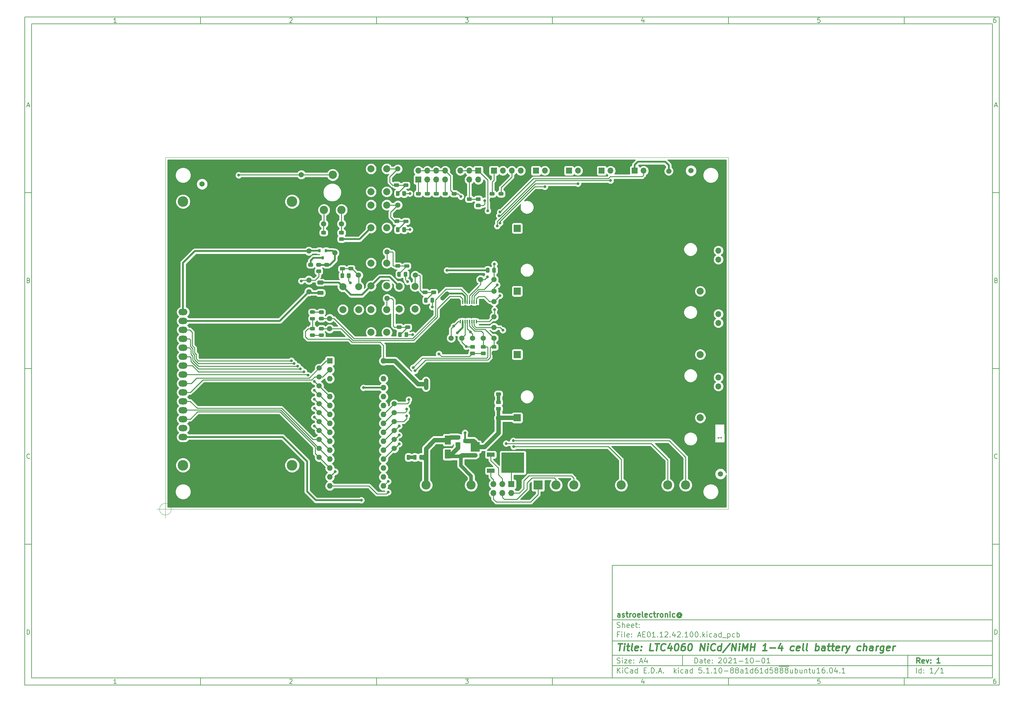
<source format=gbr>
%TF.GenerationSoftware,KiCad,Pcbnew,5.1.10-88a1d61d58~88~ubuntu16.04.1*%
%TF.CreationDate,2021-10-02T00:42:02+02:00*%
%TF.ProjectId,AE01.12.42.100,41453031-2e31-4322-9e34-322e3130302e,1*%
%TF.SameCoordinates,Original*%
%TF.FileFunction,Copper,L1,Top*%
%TF.FilePolarity,Positive*%
%FSLAX46Y46*%
G04 Gerber Fmt 4.6, Leading zero omitted, Abs format (unit mm)*
G04 Created by KiCad (PCBNEW 5.1.10-88a1d61d58~88~ubuntu16.04.1) date 2021-10-02 00:42:02*
%MOMM*%
%LPD*%
G01*
G04 APERTURE LIST*
%ADD10C,0.100000*%
%ADD11C,0.150000*%
%ADD12C,0.300000*%
%ADD13C,0.400000*%
%TA.AperFunction,NonConductor*%
%ADD14C,0.150000*%
%TD*%
%TA.AperFunction,Profile*%
%ADD15C,0.050000*%
%TD*%
%TA.AperFunction,SMDPad,CuDef*%
%ADD16R,1.400000X1.000000*%
%TD*%
%TA.AperFunction,ComponentPad*%
%ADD17O,1.700000X1.700000*%
%TD*%
%TA.AperFunction,ComponentPad*%
%ADD18R,1.700000X1.700000*%
%TD*%
%TA.AperFunction,ComponentPad*%
%ADD19R,2.000000X2.000000*%
%TD*%
%TA.AperFunction,ComponentPad*%
%ADD20C,2.000000*%
%TD*%
%TA.AperFunction,SMDPad,CuDef*%
%ADD21C,1.500000*%
%TD*%
%TA.AperFunction,SMDPad,CuDef*%
%ADD22R,0.800000X0.900000*%
%TD*%
%TA.AperFunction,ComponentPad*%
%ADD23C,2.340000*%
%TD*%
%TA.AperFunction,ComponentPad*%
%ADD24C,3.000000*%
%TD*%
%TA.AperFunction,ComponentPad*%
%ADD25O,2.600000X1.800000*%
%TD*%
%TA.AperFunction,ComponentPad*%
%ADD26R,2.600000X1.800000*%
%TD*%
%TA.AperFunction,SMDPad,CuDef*%
%ADD27R,0.895000X1.470000*%
%TD*%
%TA.AperFunction,SMDPad,CuDef*%
%ADD28R,0.450000X1.050000*%
%TD*%
%TA.AperFunction,SMDPad,CuDef*%
%ADD29R,6.400000X5.800000*%
%TD*%
%TA.AperFunction,SMDPad,CuDef*%
%ADD30R,2.200000X1.200000*%
%TD*%
%TA.AperFunction,SMDPad,CuDef*%
%ADD31R,1.800000X2.500000*%
%TD*%
%TA.AperFunction,SMDPad,CuDef*%
%ADD32R,2.540000X2.670000*%
%TD*%
%TA.AperFunction,SMDPad,CuDef*%
%ADD33R,1.270000X0.762000*%
%TD*%
%TA.AperFunction,ComponentPad*%
%ADD34C,2.600000*%
%TD*%
%TA.AperFunction,ComponentPad*%
%ADD35R,2.600000X2.600000*%
%TD*%
%TA.AperFunction,ComponentPad*%
%ADD36R,1.600000X1.600000*%
%TD*%
%TA.AperFunction,ComponentPad*%
%ADD37O,1.600000X1.600000*%
%TD*%
%TA.AperFunction,ViaPad*%
%ADD38C,0.800000*%
%TD*%
%TA.AperFunction,Conductor*%
%ADD39C,0.254000*%
%TD*%
%TA.AperFunction,Conductor*%
%ADD40C,1.270000*%
%TD*%
%TA.AperFunction,Conductor*%
%ADD41C,0.508000*%
%TD*%
%TA.AperFunction,Conductor*%
%ADD42C,1.016000*%
%TD*%
%TA.AperFunction,Conductor*%
%ADD43C,0.100000*%
%TD*%
G04 APERTURE END LIST*
D10*
D11*
X177002200Y-166007200D02*
X177002200Y-198007200D01*
X285002200Y-198007200D01*
X285002200Y-166007200D01*
X177002200Y-166007200D01*
D10*
D11*
X10000000Y-10000000D02*
X10000000Y-200007200D01*
X287002200Y-200007200D01*
X287002200Y-10000000D01*
X10000000Y-10000000D01*
D10*
D11*
X12000000Y-12000000D02*
X12000000Y-198007200D01*
X285002200Y-198007200D01*
X285002200Y-12000000D01*
X12000000Y-12000000D01*
D10*
D11*
X60000000Y-12000000D02*
X60000000Y-10000000D01*
D10*
D11*
X110000000Y-12000000D02*
X110000000Y-10000000D01*
D10*
D11*
X160000000Y-12000000D02*
X160000000Y-10000000D01*
D10*
D11*
X210000000Y-12000000D02*
X210000000Y-10000000D01*
D10*
D11*
X260000000Y-12000000D02*
X260000000Y-10000000D01*
D10*
D11*
X36065476Y-11588095D02*
X35322619Y-11588095D01*
X35694047Y-11588095D02*
X35694047Y-10288095D01*
X35570238Y-10473809D01*
X35446428Y-10597619D01*
X35322619Y-10659523D01*
D10*
D11*
X85322619Y-10411904D02*
X85384523Y-10350000D01*
X85508333Y-10288095D01*
X85817857Y-10288095D01*
X85941666Y-10350000D01*
X86003571Y-10411904D01*
X86065476Y-10535714D01*
X86065476Y-10659523D01*
X86003571Y-10845238D01*
X85260714Y-11588095D01*
X86065476Y-11588095D01*
D10*
D11*
X135260714Y-10288095D02*
X136065476Y-10288095D01*
X135632142Y-10783333D01*
X135817857Y-10783333D01*
X135941666Y-10845238D01*
X136003571Y-10907142D01*
X136065476Y-11030952D01*
X136065476Y-11340476D01*
X136003571Y-11464285D01*
X135941666Y-11526190D01*
X135817857Y-11588095D01*
X135446428Y-11588095D01*
X135322619Y-11526190D01*
X135260714Y-11464285D01*
D10*
D11*
X185941666Y-10721428D02*
X185941666Y-11588095D01*
X185632142Y-10226190D02*
X185322619Y-11154761D01*
X186127380Y-11154761D01*
D10*
D11*
X236003571Y-10288095D02*
X235384523Y-10288095D01*
X235322619Y-10907142D01*
X235384523Y-10845238D01*
X235508333Y-10783333D01*
X235817857Y-10783333D01*
X235941666Y-10845238D01*
X236003571Y-10907142D01*
X236065476Y-11030952D01*
X236065476Y-11340476D01*
X236003571Y-11464285D01*
X235941666Y-11526190D01*
X235817857Y-11588095D01*
X235508333Y-11588095D01*
X235384523Y-11526190D01*
X235322619Y-11464285D01*
D10*
D11*
X285941666Y-10288095D02*
X285694047Y-10288095D01*
X285570238Y-10350000D01*
X285508333Y-10411904D01*
X285384523Y-10597619D01*
X285322619Y-10845238D01*
X285322619Y-11340476D01*
X285384523Y-11464285D01*
X285446428Y-11526190D01*
X285570238Y-11588095D01*
X285817857Y-11588095D01*
X285941666Y-11526190D01*
X286003571Y-11464285D01*
X286065476Y-11340476D01*
X286065476Y-11030952D01*
X286003571Y-10907142D01*
X285941666Y-10845238D01*
X285817857Y-10783333D01*
X285570238Y-10783333D01*
X285446428Y-10845238D01*
X285384523Y-10907142D01*
X285322619Y-11030952D01*
D10*
D11*
X60000000Y-198007200D02*
X60000000Y-200007200D01*
D10*
D11*
X110000000Y-198007200D02*
X110000000Y-200007200D01*
D10*
D11*
X160000000Y-198007200D02*
X160000000Y-200007200D01*
D10*
D11*
X210000000Y-198007200D02*
X210000000Y-200007200D01*
D10*
D11*
X260000000Y-198007200D02*
X260000000Y-200007200D01*
D10*
D11*
X36065476Y-199595295D02*
X35322619Y-199595295D01*
X35694047Y-199595295D02*
X35694047Y-198295295D01*
X35570238Y-198481009D01*
X35446428Y-198604819D01*
X35322619Y-198666723D01*
D10*
D11*
X85322619Y-198419104D02*
X85384523Y-198357200D01*
X85508333Y-198295295D01*
X85817857Y-198295295D01*
X85941666Y-198357200D01*
X86003571Y-198419104D01*
X86065476Y-198542914D01*
X86065476Y-198666723D01*
X86003571Y-198852438D01*
X85260714Y-199595295D01*
X86065476Y-199595295D01*
D10*
D11*
X135260714Y-198295295D02*
X136065476Y-198295295D01*
X135632142Y-198790533D01*
X135817857Y-198790533D01*
X135941666Y-198852438D01*
X136003571Y-198914342D01*
X136065476Y-199038152D01*
X136065476Y-199347676D01*
X136003571Y-199471485D01*
X135941666Y-199533390D01*
X135817857Y-199595295D01*
X135446428Y-199595295D01*
X135322619Y-199533390D01*
X135260714Y-199471485D01*
D10*
D11*
X185941666Y-198728628D02*
X185941666Y-199595295D01*
X185632142Y-198233390D02*
X185322619Y-199161961D01*
X186127380Y-199161961D01*
D10*
D11*
X236003571Y-198295295D02*
X235384523Y-198295295D01*
X235322619Y-198914342D01*
X235384523Y-198852438D01*
X235508333Y-198790533D01*
X235817857Y-198790533D01*
X235941666Y-198852438D01*
X236003571Y-198914342D01*
X236065476Y-199038152D01*
X236065476Y-199347676D01*
X236003571Y-199471485D01*
X235941666Y-199533390D01*
X235817857Y-199595295D01*
X235508333Y-199595295D01*
X235384523Y-199533390D01*
X235322619Y-199471485D01*
D10*
D11*
X285941666Y-198295295D02*
X285694047Y-198295295D01*
X285570238Y-198357200D01*
X285508333Y-198419104D01*
X285384523Y-198604819D01*
X285322619Y-198852438D01*
X285322619Y-199347676D01*
X285384523Y-199471485D01*
X285446428Y-199533390D01*
X285570238Y-199595295D01*
X285817857Y-199595295D01*
X285941666Y-199533390D01*
X286003571Y-199471485D01*
X286065476Y-199347676D01*
X286065476Y-199038152D01*
X286003571Y-198914342D01*
X285941666Y-198852438D01*
X285817857Y-198790533D01*
X285570238Y-198790533D01*
X285446428Y-198852438D01*
X285384523Y-198914342D01*
X285322619Y-199038152D01*
D10*
D11*
X10000000Y-60000000D02*
X12000000Y-60000000D01*
D10*
D11*
X10000000Y-110000000D02*
X12000000Y-110000000D01*
D10*
D11*
X10000000Y-160000000D02*
X12000000Y-160000000D01*
D10*
D11*
X10690476Y-35216666D02*
X11309523Y-35216666D01*
X10566666Y-35588095D02*
X11000000Y-34288095D01*
X11433333Y-35588095D01*
D10*
D11*
X11092857Y-84907142D02*
X11278571Y-84969047D01*
X11340476Y-85030952D01*
X11402380Y-85154761D01*
X11402380Y-85340476D01*
X11340476Y-85464285D01*
X11278571Y-85526190D01*
X11154761Y-85588095D01*
X10659523Y-85588095D01*
X10659523Y-84288095D01*
X11092857Y-84288095D01*
X11216666Y-84350000D01*
X11278571Y-84411904D01*
X11340476Y-84535714D01*
X11340476Y-84659523D01*
X11278571Y-84783333D01*
X11216666Y-84845238D01*
X11092857Y-84907142D01*
X10659523Y-84907142D01*
D10*
D11*
X11402380Y-135464285D02*
X11340476Y-135526190D01*
X11154761Y-135588095D01*
X11030952Y-135588095D01*
X10845238Y-135526190D01*
X10721428Y-135402380D01*
X10659523Y-135278571D01*
X10597619Y-135030952D01*
X10597619Y-134845238D01*
X10659523Y-134597619D01*
X10721428Y-134473809D01*
X10845238Y-134350000D01*
X11030952Y-134288095D01*
X11154761Y-134288095D01*
X11340476Y-134350000D01*
X11402380Y-134411904D01*
D10*
D11*
X10659523Y-185588095D02*
X10659523Y-184288095D01*
X10969047Y-184288095D01*
X11154761Y-184350000D01*
X11278571Y-184473809D01*
X11340476Y-184597619D01*
X11402380Y-184845238D01*
X11402380Y-185030952D01*
X11340476Y-185278571D01*
X11278571Y-185402380D01*
X11154761Y-185526190D01*
X10969047Y-185588095D01*
X10659523Y-185588095D01*
D10*
D11*
X287002200Y-60000000D02*
X285002200Y-60000000D01*
D10*
D11*
X287002200Y-110000000D02*
X285002200Y-110000000D01*
D10*
D11*
X287002200Y-160000000D02*
X285002200Y-160000000D01*
D10*
D11*
X285692676Y-35216666D02*
X286311723Y-35216666D01*
X285568866Y-35588095D02*
X286002200Y-34288095D01*
X286435533Y-35588095D01*
D10*
D11*
X286095057Y-84907142D02*
X286280771Y-84969047D01*
X286342676Y-85030952D01*
X286404580Y-85154761D01*
X286404580Y-85340476D01*
X286342676Y-85464285D01*
X286280771Y-85526190D01*
X286156961Y-85588095D01*
X285661723Y-85588095D01*
X285661723Y-84288095D01*
X286095057Y-84288095D01*
X286218866Y-84350000D01*
X286280771Y-84411904D01*
X286342676Y-84535714D01*
X286342676Y-84659523D01*
X286280771Y-84783333D01*
X286218866Y-84845238D01*
X286095057Y-84907142D01*
X285661723Y-84907142D01*
D10*
D11*
X286404580Y-135464285D02*
X286342676Y-135526190D01*
X286156961Y-135588095D01*
X286033152Y-135588095D01*
X285847438Y-135526190D01*
X285723628Y-135402380D01*
X285661723Y-135278571D01*
X285599819Y-135030952D01*
X285599819Y-134845238D01*
X285661723Y-134597619D01*
X285723628Y-134473809D01*
X285847438Y-134350000D01*
X286033152Y-134288095D01*
X286156961Y-134288095D01*
X286342676Y-134350000D01*
X286404580Y-134411904D01*
D10*
D11*
X285661723Y-185588095D02*
X285661723Y-184288095D01*
X285971247Y-184288095D01*
X286156961Y-184350000D01*
X286280771Y-184473809D01*
X286342676Y-184597619D01*
X286404580Y-184845238D01*
X286404580Y-185030952D01*
X286342676Y-185278571D01*
X286280771Y-185402380D01*
X286156961Y-185526190D01*
X285971247Y-185588095D01*
X285661723Y-185588095D01*
D10*
D11*
X200434342Y-193785771D02*
X200434342Y-192285771D01*
X200791485Y-192285771D01*
X201005771Y-192357200D01*
X201148628Y-192500057D01*
X201220057Y-192642914D01*
X201291485Y-192928628D01*
X201291485Y-193142914D01*
X201220057Y-193428628D01*
X201148628Y-193571485D01*
X201005771Y-193714342D01*
X200791485Y-193785771D01*
X200434342Y-193785771D01*
X202577200Y-193785771D02*
X202577200Y-193000057D01*
X202505771Y-192857200D01*
X202362914Y-192785771D01*
X202077200Y-192785771D01*
X201934342Y-192857200D01*
X202577200Y-193714342D02*
X202434342Y-193785771D01*
X202077200Y-193785771D01*
X201934342Y-193714342D01*
X201862914Y-193571485D01*
X201862914Y-193428628D01*
X201934342Y-193285771D01*
X202077200Y-193214342D01*
X202434342Y-193214342D01*
X202577200Y-193142914D01*
X203077200Y-192785771D02*
X203648628Y-192785771D01*
X203291485Y-192285771D02*
X203291485Y-193571485D01*
X203362914Y-193714342D01*
X203505771Y-193785771D01*
X203648628Y-193785771D01*
X204720057Y-193714342D02*
X204577200Y-193785771D01*
X204291485Y-193785771D01*
X204148628Y-193714342D01*
X204077200Y-193571485D01*
X204077200Y-193000057D01*
X204148628Y-192857200D01*
X204291485Y-192785771D01*
X204577200Y-192785771D01*
X204720057Y-192857200D01*
X204791485Y-193000057D01*
X204791485Y-193142914D01*
X204077200Y-193285771D01*
X205434342Y-193642914D02*
X205505771Y-193714342D01*
X205434342Y-193785771D01*
X205362914Y-193714342D01*
X205434342Y-193642914D01*
X205434342Y-193785771D01*
X205434342Y-192857200D02*
X205505771Y-192928628D01*
X205434342Y-193000057D01*
X205362914Y-192928628D01*
X205434342Y-192857200D01*
X205434342Y-193000057D01*
X207220057Y-192428628D02*
X207291485Y-192357200D01*
X207434342Y-192285771D01*
X207791485Y-192285771D01*
X207934342Y-192357200D01*
X208005771Y-192428628D01*
X208077200Y-192571485D01*
X208077200Y-192714342D01*
X208005771Y-192928628D01*
X207148628Y-193785771D01*
X208077200Y-193785771D01*
X209005771Y-192285771D02*
X209148628Y-192285771D01*
X209291485Y-192357200D01*
X209362914Y-192428628D01*
X209434342Y-192571485D01*
X209505771Y-192857200D01*
X209505771Y-193214342D01*
X209434342Y-193500057D01*
X209362914Y-193642914D01*
X209291485Y-193714342D01*
X209148628Y-193785771D01*
X209005771Y-193785771D01*
X208862914Y-193714342D01*
X208791485Y-193642914D01*
X208720057Y-193500057D01*
X208648628Y-193214342D01*
X208648628Y-192857200D01*
X208720057Y-192571485D01*
X208791485Y-192428628D01*
X208862914Y-192357200D01*
X209005771Y-192285771D01*
X210077200Y-192428628D02*
X210148628Y-192357200D01*
X210291485Y-192285771D01*
X210648628Y-192285771D01*
X210791485Y-192357200D01*
X210862914Y-192428628D01*
X210934342Y-192571485D01*
X210934342Y-192714342D01*
X210862914Y-192928628D01*
X210005771Y-193785771D01*
X210934342Y-193785771D01*
X212362914Y-193785771D02*
X211505771Y-193785771D01*
X211934342Y-193785771D02*
X211934342Y-192285771D01*
X211791485Y-192500057D01*
X211648628Y-192642914D01*
X211505771Y-192714342D01*
X213005771Y-193214342D02*
X214148628Y-193214342D01*
X215648628Y-193785771D02*
X214791485Y-193785771D01*
X215220057Y-193785771D02*
X215220057Y-192285771D01*
X215077200Y-192500057D01*
X214934342Y-192642914D01*
X214791485Y-192714342D01*
X216577200Y-192285771D02*
X216720057Y-192285771D01*
X216862914Y-192357200D01*
X216934342Y-192428628D01*
X217005771Y-192571485D01*
X217077200Y-192857200D01*
X217077200Y-193214342D01*
X217005771Y-193500057D01*
X216934342Y-193642914D01*
X216862914Y-193714342D01*
X216720057Y-193785771D01*
X216577200Y-193785771D01*
X216434342Y-193714342D01*
X216362914Y-193642914D01*
X216291485Y-193500057D01*
X216220057Y-193214342D01*
X216220057Y-192857200D01*
X216291485Y-192571485D01*
X216362914Y-192428628D01*
X216434342Y-192357200D01*
X216577200Y-192285771D01*
X217720057Y-193214342D02*
X218862914Y-193214342D01*
X219862914Y-192285771D02*
X220005771Y-192285771D01*
X220148628Y-192357200D01*
X220220057Y-192428628D01*
X220291485Y-192571485D01*
X220362914Y-192857200D01*
X220362914Y-193214342D01*
X220291485Y-193500057D01*
X220220057Y-193642914D01*
X220148628Y-193714342D01*
X220005771Y-193785771D01*
X219862914Y-193785771D01*
X219720057Y-193714342D01*
X219648628Y-193642914D01*
X219577200Y-193500057D01*
X219505771Y-193214342D01*
X219505771Y-192857200D01*
X219577200Y-192571485D01*
X219648628Y-192428628D01*
X219720057Y-192357200D01*
X219862914Y-192285771D01*
X221791485Y-193785771D02*
X220934342Y-193785771D01*
X221362914Y-193785771D02*
X221362914Y-192285771D01*
X221220057Y-192500057D01*
X221077200Y-192642914D01*
X220934342Y-192714342D01*
D10*
D11*
X177002200Y-194507200D02*
X285002200Y-194507200D01*
D10*
D11*
X178434342Y-196585771D02*
X178434342Y-195085771D01*
X179291485Y-196585771D02*
X178648628Y-195728628D01*
X179291485Y-195085771D02*
X178434342Y-195942914D01*
X179934342Y-196585771D02*
X179934342Y-195585771D01*
X179934342Y-195085771D02*
X179862914Y-195157200D01*
X179934342Y-195228628D01*
X180005771Y-195157200D01*
X179934342Y-195085771D01*
X179934342Y-195228628D01*
X181505771Y-196442914D02*
X181434342Y-196514342D01*
X181220057Y-196585771D01*
X181077200Y-196585771D01*
X180862914Y-196514342D01*
X180720057Y-196371485D01*
X180648628Y-196228628D01*
X180577200Y-195942914D01*
X180577200Y-195728628D01*
X180648628Y-195442914D01*
X180720057Y-195300057D01*
X180862914Y-195157200D01*
X181077200Y-195085771D01*
X181220057Y-195085771D01*
X181434342Y-195157200D01*
X181505771Y-195228628D01*
X182791485Y-196585771D02*
X182791485Y-195800057D01*
X182720057Y-195657200D01*
X182577200Y-195585771D01*
X182291485Y-195585771D01*
X182148628Y-195657200D01*
X182791485Y-196514342D02*
X182648628Y-196585771D01*
X182291485Y-196585771D01*
X182148628Y-196514342D01*
X182077200Y-196371485D01*
X182077200Y-196228628D01*
X182148628Y-196085771D01*
X182291485Y-196014342D01*
X182648628Y-196014342D01*
X182791485Y-195942914D01*
X184148628Y-196585771D02*
X184148628Y-195085771D01*
X184148628Y-196514342D02*
X184005771Y-196585771D01*
X183720057Y-196585771D01*
X183577200Y-196514342D01*
X183505771Y-196442914D01*
X183434342Y-196300057D01*
X183434342Y-195871485D01*
X183505771Y-195728628D01*
X183577200Y-195657200D01*
X183720057Y-195585771D01*
X184005771Y-195585771D01*
X184148628Y-195657200D01*
X186005771Y-195800057D02*
X186505771Y-195800057D01*
X186720057Y-196585771D02*
X186005771Y-196585771D01*
X186005771Y-195085771D01*
X186720057Y-195085771D01*
X187362914Y-196442914D02*
X187434342Y-196514342D01*
X187362914Y-196585771D01*
X187291485Y-196514342D01*
X187362914Y-196442914D01*
X187362914Y-196585771D01*
X188077200Y-196585771D02*
X188077200Y-195085771D01*
X188434342Y-195085771D01*
X188648628Y-195157200D01*
X188791485Y-195300057D01*
X188862914Y-195442914D01*
X188934342Y-195728628D01*
X188934342Y-195942914D01*
X188862914Y-196228628D01*
X188791485Y-196371485D01*
X188648628Y-196514342D01*
X188434342Y-196585771D01*
X188077200Y-196585771D01*
X189577200Y-196442914D02*
X189648628Y-196514342D01*
X189577200Y-196585771D01*
X189505771Y-196514342D01*
X189577200Y-196442914D01*
X189577200Y-196585771D01*
X190220057Y-196157200D02*
X190934342Y-196157200D01*
X190077200Y-196585771D02*
X190577200Y-195085771D01*
X191077200Y-196585771D01*
X191577200Y-196442914D02*
X191648628Y-196514342D01*
X191577200Y-196585771D01*
X191505771Y-196514342D01*
X191577200Y-196442914D01*
X191577200Y-196585771D01*
X194577200Y-196585771D02*
X194577200Y-195085771D01*
X194720057Y-196014342D02*
X195148628Y-196585771D01*
X195148628Y-195585771D02*
X194577200Y-196157200D01*
X195791485Y-196585771D02*
X195791485Y-195585771D01*
X195791485Y-195085771D02*
X195720057Y-195157200D01*
X195791485Y-195228628D01*
X195862914Y-195157200D01*
X195791485Y-195085771D01*
X195791485Y-195228628D01*
X197148628Y-196514342D02*
X197005771Y-196585771D01*
X196720057Y-196585771D01*
X196577200Y-196514342D01*
X196505771Y-196442914D01*
X196434342Y-196300057D01*
X196434342Y-195871485D01*
X196505771Y-195728628D01*
X196577200Y-195657200D01*
X196720057Y-195585771D01*
X197005771Y-195585771D01*
X197148628Y-195657200D01*
X198434342Y-196585771D02*
X198434342Y-195800057D01*
X198362914Y-195657200D01*
X198220057Y-195585771D01*
X197934342Y-195585771D01*
X197791485Y-195657200D01*
X198434342Y-196514342D02*
X198291485Y-196585771D01*
X197934342Y-196585771D01*
X197791485Y-196514342D01*
X197720057Y-196371485D01*
X197720057Y-196228628D01*
X197791485Y-196085771D01*
X197934342Y-196014342D01*
X198291485Y-196014342D01*
X198434342Y-195942914D01*
X199791485Y-196585771D02*
X199791485Y-195085771D01*
X199791485Y-196514342D02*
X199648628Y-196585771D01*
X199362914Y-196585771D01*
X199220057Y-196514342D01*
X199148628Y-196442914D01*
X199077200Y-196300057D01*
X199077200Y-195871485D01*
X199148628Y-195728628D01*
X199220057Y-195657200D01*
X199362914Y-195585771D01*
X199648628Y-195585771D01*
X199791485Y-195657200D01*
X202362914Y-195085771D02*
X201648628Y-195085771D01*
X201577200Y-195800057D01*
X201648628Y-195728628D01*
X201791485Y-195657200D01*
X202148628Y-195657200D01*
X202291485Y-195728628D01*
X202362914Y-195800057D01*
X202434342Y-195942914D01*
X202434342Y-196300057D01*
X202362914Y-196442914D01*
X202291485Y-196514342D01*
X202148628Y-196585771D01*
X201791485Y-196585771D01*
X201648628Y-196514342D01*
X201577200Y-196442914D01*
X203077200Y-196442914D02*
X203148628Y-196514342D01*
X203077200Y-196585771D01*
X203005771Y-196514342D01*
X203077200Y-196442914D01*
X203077200Y-196585771D01*
X204577200Y-196585771D02*
X203720057Y-196585771D01*
X204148628Y-196585771D02*
X204148628Y-195085771D01*
X204005771Y-195300057D01*
X203862914Y-195442914D01*
X203720057Y-195514342D01*
X205220057Y-196442914D02*
X205291485Y-196514342D01*
X205220057Y-196585771D01*
X205148628Y-196514342D01*
X205220057Y-196442914D01*
X205220057Y-196585771D01*
X206720057Y-196585771D02*
X205862914Y-196585771D01*
X206291485Y-196585771D02*
X206291485Y-195085771D01*
X206148628Y-195300057D01*
X206005771Y-195442914D01*
X205862914Y-195514342D01*
X207648628Y-195085771D02*
X207791485Y-195085771D01*
X207934342Y-195157200D01*
X208005771Y-195228628D01*
X208077200Y-195371485D01*
X208148628Y-195657200D01*
X208148628Y-196014342D01*
X208077200Y-196300057D01*
X208005771Y-196442914D01*
X207934342Y-196514342D01*
X207791485Y-196585771D01*
X207648628Y-196585771D01*
X207505771Y-196514342D01*
X207434342Y-196442914D01*
X207362914Y-196300057D01*
X207291485Y-196014342D01*
X207291485Y-195657200D01*
X207362914Y-195371485D01*
X207434342Y-195228628D01*
X207505771Y-195157200D01*
X207648628Y-195085771D01*
X208791485Y-196014342D02*
X209934342Y-196014342D01*
X210862914Y-195728628D02*
X210720057Y-195657200D01*
X210648628Y-195585771D01*
X210577200Y-195442914D01*
X210577200Y-195371485D01*
X210648628Y-195228628D01*
X210720057Y-195157200D01*
X210862914Y-195085771D01*
X211148628Y-195085771D01*
X211291485Y-195157200D01*
X211362914Y-195228628D01*
X211434342Y-195371485D01*
X211434342Y-195442914D01*
X211362914Y-195585771D01*
X211291485Y-195657200D01*
X211148628Y-195728628D01*
X210862914Y-195728628D01*
X210720057Y-195800057D01*
X210648628Y-195871485D01*
X210577200Y-196014342D01*
X210577200Y-196300057D01*
X210648628Y-196442914D01*
X210720057Y-196514342D01*
X210862914Y-196585771D01*
X211148628Y-196585771D01*
X211291485Y-196514342D01*
X211362914Y-196442914D01*
X211434342Y-196300057D01*
X211434342Y-196014342D01*
X211362914Y-195871485D01*
X211291485Y-195800057D01*
X211148628Y-195728628D01*
X212291485Y-195728628D02*
X212148628Y-195657200D01*
X212077200Y-195585771D01*
X212005771Y-195442914D01*
X212005771Y-195371485D01*
X212077200Y-195228628D01*
X212148628Y-195157200D01*
X212291485Y-195085771D01*
X212577200Y-195085771D01*
X212720057Y-195157200D01*
X212791485Y-195228628D01*
X212862914Y-195371485D01*
X212862914Y-195442914D01*
X212791485Y-195585771D01*
X212720057Y-195657200D01*
X212577200Y-195728628D01*
X212291485Y-195728628D01*
X212148628Y-195800057D01*
X212077200Y-195871485D01*
X212005771Y-196014342D01*
X212005771Y-196300057D01*
X212077200Y-196442914D01*
X212148628Y-196514342D01*
X212291485Y-196585771D01*
X212577200Y-196585771D01*
X212720057Y-196514342D01*
X212791485Y-196442914D01*
X212862914Y-196300057D01*
X212862914Y-196014342D01*
X212791485Y-195871485D01*
X212720057Y-195800057D01*
X212577200Y-195728628D01*
X214148628Y-196585771D02*
X214148628Y-195800057D01*
X214077200Y-195657200D01*
X213934342Y-195585771D01*
X213648628Y-195585771D01*
X213505771Y-195657200D01*
X214148628Y-196514342D02*
X214005771Y-196585771D01*
X213648628Y-196585771D01*
X213505771Y-196514342D01*
X213434342Y-196371485D01*
X213434342Y-196228628D01*
X213505771Y-196085771D01*
X213648628Y-196014342D01*
X214005771Y-196014342D01*
X214148628Y-195942914D01*
X215648628Y-196585771D02*
X214791485Y-196585771D01*
X215220057Y-196585771D02*
X215220057Y-195085771D01*
X215077200Y-195300057D01*
X214934342Y-195442914D01*
X214791485Y-195514342D01*
X216934342Y-196585771D02*
X216934342Y-195085771D01*
X216934342Y-196514342D02*
X216791485Y-196585771D01*
X216505771Y-196585771D01*
X216362914Y-196514342D01*
X216291485Y-196442914D01*
X216220057Y-196300057D01*
X216220057Y-195871485D01*
X216291485Y-195728628D01*
X216362914Y-195657200D01*
X216505771Y-195585771D01*
X216791485Y-195585771D01*
X216934342Y-195657200D01*
X218291485Y-195085771D02*
X218005771Y-195085771D01*
X217862914Y-195157200D01*
X217791485Y-195228628D01*
X217648628Y-195442914D01*
X217577200Y-195728628D01*
X217577200Y-196300057D01*
X217648628Y-196442914D01*
X217720057Y-196514342D01*
X217862914Y-196585771D01*
X218148628Y-196585771D01*
X218291485Y-196514342D01*
X218362914Y-196442914D01*
X218434342Y-196300057D01*
X218434342Y-195942914D01*
X218362914Y-195800057D01*
X218291485Y-195728628D01*
X218148628Y-195657200D01*
X217862914Y-195657200D01*
X217720057Y-195728628D01*
X217648628Y-195800057D01*
X217577200Y-195942914D01*
X219862914Y-196585771D02*
X219005771Y-196585771D01*
X219434342Y-196585771D02*
X219434342Y-195085771D01*
X219291485Y-195300057D01*
X219148628Y-195442914D01*
X219005771Y-195514342D01*
X221148628Y-196585771D02*
X221148628Y-195085771D01*
X221148628Y-196514342D02*
X221005771Y-196585771D01*
X220720057Y-196585771D01*
X220577200Y-196514342D01*
X220505771Y-196442914D01*
X220434342Y-196300057D01*
X220434342Y-195871485D01*
X220505771Y-195728628D01*
X220577200Y-195657200D01*
X220720057Y-195585771D01*
X221005771Y-195585771D01*
X221148628Y-195657200D01*
X222577200Y-195085771D02*
X221862914Y-195085771D01*
X221791485Y-195800057D01*
X221862914Y-195728628D01*
X222005771Y-195657200D01*
X222362914Y-195657200D01*
X222505771Y-195728628D01*
X222577200Y-195800057D01*
X222648628Y-195942914D01*
X222648628Y-196300057D01*
X222577200Y-196442914D01*
X222505771Y-196514342D01*
X222362914Y-196585771D01*
X222005771Y-196585771D01*
X221862914Y-196514342D01*
X221791485Y-196442914D01*
X223505771Y-195728628D02*
X223362914Y-195657200D01*
X223291485Y-195585771D01*
X223220057Y-195442914D01*
X223220057Y-195371485D01*
X223291485Y-195228628D01*
X223362914Y-195157200D01*
X223505771Y-195085771D01*
X223791485Y-195085771D01*
X223934342Y-195157200D01*
X224005771Y-195228628D01*
X224077200Y-195371485D01*
X224077200Y-195442914D01*
X224005771Y-195585771D01*
X223934342Y-195657200D01*
X223791485Y-195728628D01*
X223505771Y-195728628D01*
X223362914Y-195800057D01*
X223291485Y-195871485D01*
X223220057Y-196014342D01*
X223220057Y-196300057D01*
X223291485Y-196442914D01*
X223362914Y-196514342D01*
X223505771Y-196585771D01*
X223791485Y-196585771D01*
X223934342Y-196514342D01*
X224005771Y-196442914D01*
X224077200Y-196300057D01*
X224077200Y-196014342D01*
X224005771Y-195871485D01*
X223934342Y-195800057D01*
X223791485Y-195728628D01*
X224362914Y-194677200D02*
X225791485Y-194677200D01*
X224934342Y-195728628D02*
X224791485Y-195657200D01*
X224720057Y-195585771D01*
X224648628Y-195442914D01*
X224648628Y-195371485D01*
X224720057Y-195228628D01*
X224791485Y-195157200D01*
X224934342Y-195085771D01*
X225220057Y-195085771D01*
X225362914Y-195157200D01*
X225434342Y-195228628D01*
X225505771Y-195371485D01*
X225505771Y-195442914D01*
X225434342Y-195585771D01*
X225362914Y-195657200D01*
X225220057Y-195728628D01*
X224934342Y-195728628D01*
X224791485Y-195800057D01*
X224720057Y-195871485D01*
X224648628Y-196014342D01*
X224648628Y-196300057D01*
X224720057Y-196442914D01*
X224791485Y-196514342D01*
X224934342Y-196585771D01*
X225220057Y-196585771D01*
X225362914Y-196514342D01*
X225434342Y-196442914D01*
X225505771Y-196300057D01*
X225505771Y-196014342D01*
X225434342Y-195871485D01*
X225362914Y-195800057D01*
X225220057Y-195728628D01*
X225791485Y-194677200D02*
X227220057Y-194677200D01*
X226362914Y-195728628D02*
X226220057Y-195657200D01*
X226148628Y-195585771D01*
X226077199Y-195442914D01*
X226077199Y-195371485D01*
X226148628Y-195228628D01*
X226220057Y-195157200D01*
X226362914Y-195085771D01*
X226648628Y-195085771D01*
X226791485Y-195157200D01*
X226862914Y-195228628D01*
X226934342Y-195371485D01*
X226934342Y-195442914D01*
X226862914Y-195585771D01*
X226791485Y-195657200D01*
X226648628Y-195728628D01*
X226362914Y-195728628D01*
X226220057Y-195800057D01*
X226148628Y-195871485D01*
X226077199Y-196014342D01*
X226077199Y-196300057D01*
X226148628Y-196442914D01*
X226220057Y-196514342D01*
X226362914Y-196585771D01*
X226648628Y-196585771D01*
X226791485Y-196514342D01*
X226862914Y-196442914D01*
X226934342Y-196300057D01*
X226934342Y-196014342D01*
X226862914Y-195871485D01*
X226791485Y-195800057D01*
X226648628Y-195728628D01*
X228220057Y-195585771D02*
X228220057Y-196585771D01*
X227577199Y-195585771D02*
X227577199Y-196371485D01*
X227648628Y-196514342D01*
X227791485Y-196585771D01*
X228005771Y-196585771D01*
X228148628Y-196514342D01*
X228220057Y-196442914D01*
X228934342Y-196585771D02*
X228934342Y-195085771D01*
X228934342Y-195657200D02*
X229077199Y-195585771D01*
X229362914Y-195585771D01*
X229505771Y-195657200D01*
X229577199Y-195728628D01*
X229648628Y-195871485D01*
X229648628Y-196300057D01*
X229577199Y-196442914D01*
X229505771Y-196514342D01*
X229362914Y-196585771D01*
X229077199Y-196585771D01*
X228934342Y-196514342D01*
X230934342Y-195585771D02*
X230934342Y-196585771D01*
X230291485Y-195585771D02*
X230291485Y-196371485D01*
X230362914Y-196514342D01*
X230505771Y-196585771D01*
X230720057Y-196585771D01*
X230862914Y-196514342D01*
X230934342Y-196442914D01*
X231648628Y-195585771D02*
X231648628Y-196585771D01*
X231648628Y-195728628D02*
X231720057Y-195657200D01*
X231862914Y-195585771D01*
X232077199Y-195585771D01*
X232220057Y-195657200D01*
X232291485Y-195800057D01*
X232291485Y-196585771D01*
X232791485Y-195585771D02*
X233362914Y-195585771D01*
X233005771Y-195085771D02*
X233005771Y-196371485D01*
X233077199Y-196514342D01*
X233220057Y-196585771D01*
X233362914Y-196585771D01*
X234505771Y-195585771D02*
X234505771Y-196585771D01*
X233862914Y-195585771D02*
X233862914Y-196371485D01*
X233934342Y-196514342D01*
X234077200Y-196585771D01*
X234291485Y-196585771D01*
X234434342Y-196514342D01*
X234505771Y-196442914D01*
X236005771Y-196585771D02*
X235148628Y-196585771D01*
X235577200Y-196585771D02*
X235577200Y-195085771D01*
X235434342Y-195300057D01*
X235291485Y-195442914D01*
X235148628Y-195514342D01*
X237291485Y-195085771D02*
X237005771Y-195085771D01*
X236862914Y-195157200D01*
X236791485Y-195228628D01*
X236648628Y-195442914D01*
X236577199Y-195728628D01*
X236577199Y-196300057D01*
X236648628Y-196442914D01*
X236720057Y-196514342D01*
X236862914Y-196585771D01*
X237148628Y-196585771D01*
X237291485Y-196514342D01*
X237362914Y-196442914D01*
X237434342Y-196300057D01*
X237434342Y-195942914D01*
X237362914Y-195800057D01*
X237291485Y-195728628D01*
X237148628Y-195657200D01*
X236862914Y-195657200D01*
X236720057Y-195728628D01*
X236648628Y-195800057D01*
X236577199Y-195942914D01*
X238077199Y-196442914D02*
X238148628Y-196514342D01*
X238077199Y-196585771D01*
X238005771Y-196514342D01*
X238077199Y-196442914D01*
X238077199Y-196585771D01*
X239077199Y-195085771D02*
X239220057Y-195085771D01*
X239362914Y-195157200D01*
X239434342Y-195228628D01*
X239505771Y-195371485D01*
X239577199Y-195657200D01*
X239577199Y-196014342D01*
X239505771Y-196300057D01*
X239434342Y-196442914D01*
X239362914Y-196514342D01*
X239220057Y-196585771D01*
X239077199Y-196585771D01*
X238934342Y-196514342D01*
X238862914Y-196442914D01*
X238791485Y-196300057D01*
X238720057Y-196014342D01*
X238720057Y-195657200D01*
X238791485Y-195371485D01*
X238862914Y-195228628D01*
X238934342Y-195157200D01*
X239077199Y-195085771D01*
X240862914Y-195585771D02*
X240862914Y-196585771D01*
X240505771Y-195014342D02*
X240148628Y-196085771D01*
X241077199Y-196085771D01*
X241648628Y-196442914D02*
X241720057Y-196514342D01*
X241648628Y-196585771D01*
X241577199Y-196514342D01*
X241648628Y-196442914D01*
X241648628Y-196585771D01*
X243148628Y-196585771D02*
X242291485Y-196585771D01*
X242720057Y-196585771D02*
X242720057Y-195085771D01*
X242577199Y-195300057D01*
X242434342Y-195442914D01*
X242291485Y-195514342D01*
D10*
D11*
X177002200Y-191507200D02*
X285002200Y-191507200D01*
D10*
D12*
X264411485Y-193785771D02*
X263911485Y-193071485D01*
X263554342Y-193785771D02*
X263554342Y-192285771D01*
X264125771Y-192285771D01*
X264268628Y-192357200D01*
X264340057Y-192428628D01*
X264411485Y-192571485D01*
X264411485Y-192785771D01*
X264340057Y-192928628D01*
X264268628Y-193000057D01*
X264125771Y-193071485D01*
X263554342Y-193071485D01*
X265625771Y-193714342D02*
X265482914Y-193785771D01*
X265197200Y-193785771D01*
X265054342Y-193714342D01*
X264982914Y-193571485D01*
X264982914Y-193000057D01*
X265054342Y-192857200D01*
X265197200Y-192785771D01*
X265482914Y-192785771D01*
X265625771Y-192857200D01*
X265697200Y-193000057D01*
X265697200Y-193142914D01*
X264982914Y-193285771D01*
X266197200Y-192785771D02*
X266554342Y-193785771D01*
X266911485Y-192785771D01*
X267482914Y-193642914D02*
X267554342Y-193714342D01*
X267482914Y-193785771D01*
X267411485Y-193714342D01*
X267482914Y-193642914D01*
X267482914Y-193785771D01*
X267482914Y-192857200D02*
X267554342Y-192928628D01*
X267482914Y-193000057D01*
X267411485Y-192928628D01*
X267482914Y-192857200D01*
X267482914Y-193000057D01*
X270125771Y-193785771D02*
X269268628Y-193785771D01*
X269697200Y-193785771D02*
X269697200Y-192285771D01*
X269554342Y-192500057D01*
X269411485Y-192642914D01*
X269268628Y-192714342D01*
D10*
D11*
X178362914Y-193714342D02*
X178577200Y-193785771D01*
X178934342Y-193785771D01*
X179077200Y-193714342D01*
X179148628Y-193642914D01*
X179220057Y-193500057D01*
X179220057Y-193357200D01*
X179148628Y-193214342D01*
X179077200Y-193142914D01*
X178934342Y-193071485D01*
X178648628Y-193000057D01*
X178505771Y-192928628D01*
X178434342Y-192857200D01*
X178362914Y-192714342D01*
X178362914Y-192571485D01*
X178434342Y-192428628D01*
X178505771Y-192357200D01*
X178648628Y-192285771D01*
X179005771Y-192285771D01*
X179220057Y-192357200D01*
X179862914Y-193785771D02*
X179862914Y-192785771D01*
X179862914Y-192285771D02*
X179791485Y-192357200D01*
X179862914Y-192428628D01*
X179934342Y-192357200D01*
X179862914Y-192285771D01*
X179862914Y-192428628D01*
X180434342Y-192785771D02*
X181220057Y-192785771D01*
X180434342Y-193785771D01*
X181220057Y-193785771D01*
X182362914Y-193714342D02*
X182220057Y-193785771D01*
X181934342Y-193785771D01*
X181791485Y-193714342D01*
X181720057Y-193571485D01*
X181720057Y-193000057D01*
X181791485Y-192857200D01*
X181934342Y-192785771D01*
X182220057Y-192785771D01*
X182362914Y-192857200D01*
X182434342Y-193000057D01*
X182434342Y-193142914D01*
X181720057Y-193285771D01*
X183077200Y-193642914D02*
X183148628Y-193714342D01*
X183077200Y-193785771D01*
X183005771Y-193714342D01*
X183077200Y-193642914D01*
X183077200Y-193785771D01*
X183077200Y-192857200D02*
X183148628Y-192928628D01*
X183077200Y-193000057D01*
X183005771Y-192928628D01*
X183077200Y-192857200D01*
X183077200Y-193000057D01*
X184862914Y-193357200D02*
X185577200Y-193357200D01*
X184720057Y-193785771D02*
X185220057Y-192285771D01*
X185720057Y-193785771D01*
X186862914Y-192785771D02*
X186862914Y-193785771D01*
X186505771Y-192214342D02*
X186148628Y-193285771D01*
X187077200Y-193285771D01*
D10*
D11*
X263434342Y-196585771D02*
X263434342Y-195085771D01*
X264791485Y-196585771D02*
X264791485Y-195085771D01*
X264791485Y-196514342D02*
X264648628Y-196585771D01*
X264362914Y-196585771D01*
X264220057Y-196514342D01*
X264148628Y-196442914D01*
X264077200Y-196300057D01*
X264077200Y-195871485D01*
X264148628Y-195728628D01*
X264220057Y-195657200D01*
X264362914Y-195585771D01*
X264648628Y-195585771D01*
X264791485Y-195657200D01*
X265505771Y-196442914D02*
X265577200Y-196514342D01*
X265505771Y-196585771D01*
X265434342Y-196514342D01*
X265505771Y-196442914D01*
X265505771Y-196585771D01*
X265505771Y-195657200D02*
X265577200Y-195728628D01*
X265505771Y-195800057D01*
X265434342Y-195728628D01*
X265505771Y-195657200D01*
X265505771Y-195800057D01*
X268148628Y-196585771D02*
X267291485Y-196585771D01*
X267720057Y-196585771D02*
X267720057Y-195085771D01*
X267577200Y-195300057D01*
X267434342Y-195442914D01*
X267291485Y-195514342D01*
X269862914Y-195014342D02*
X268577200Y-196942914D01*
X271148628Y-196585771D02*
X270291485Y-196585771D01*
X270720057Y-196585771D02*
X270720057Y-195085771D01*
X270577200Y-195300057D01*
X270434342Y-195442914D01*
X270291485Y-195514342D01*
D10*
D11*
X177002200Y-187507200D02*
X285002200Y-187507200D01*
D10*
D13*
X178714580Y-188211961D02*
X179857438Y-188211961D01*
X179036009Y-190211961D02*
X179286009Y-188211961D01*
X180274104Y-190211961D02*
X180440771Y-188878628D01*
X180524104Y-188211961D02*
X180416961Y-188307200D01*
X180500295Y-188402438D01*
X180607438Y-188307200D01*
X180524104Y-188211961D01*
X180500295Y-188402438D01*
X181107438Y-188878628D02*
X181869342Y-188878628D01*
X181476485Y-188211961D02*
X181262200Y-189926247D01*
X181333628Y-190116723D01*
X181512200Y-190211961D01*
X181702676Y-190211961D01*
X182655057Y-190211961D02*
X182476485Y-190116723D01*
X182405057Y-189926247D01*
X182619342Y-188211961D01*
X184190771Y-190116723D02*
X183988390Y-190211961D01*
X183607438Y-190211961D01*
X183428866Y-190116723D01*
X183357438Y-189926247D01*
X183452676Y-189164342D01*
X183571723Y-188973866D01*
X183774104Y-188878628D01*
X184155057Y-188878628D01*
X184333628Y-188973866D01*
X184405057Y-189164342D01*
X184381247Y-189354819D01*
X183405057Y-189545295D01*
X185155057Y-190021485D02*
X185238390Y-190116723D01*
X185131247Y-190211961D01*
X185047914Y-190116723D01*
X185155057Y-190021485D01*
X185131247Y-190211961D01*
X185286009Y-188973866D02*
X185369342Y-189069104D01*
X185262200Y-189164342D01*
X185178866Y-189069104D01*
X185286009Y-188973866D01*
X185262200Y-189164342D01*
X188559819Y-190211961D02*
X187607438Y-190211961D01*
X187857438Y-188211961D01*
X189190771Y-188211961D02*
X190333628Y-188211961D01*
X189512200Y-190211961D02*
X189762200Y-188211961D01*
X191916961Y-190021485D02*
X191809819Y-190116723D01*
X191512200Y-190211961D01*
X191321723Y-190211961D01*
X191047914Y-190116723D01*
X190881247Y-189926247D01*
X190809819Y-189735771D01*
X190762200Y-189354819D01*
X190797914Y-189069104D01*
X190940771Y-188688152D01*
X191059819Y-188497676D01*
X191274104Y-188307200D01*
X191571723Y-188211961D01*
X191762200Y-188211961D01*
X192036009Y-188307200D01*
X192119342Y-188402438D01*
X193774104Y-188878628D02*
X193607438Y-190211961D01*
X193393152Y-188116723D02*
X192738390Y-189545295D01*
X193976485Y-189545295D01*
X195286009Y-188211961D02*
X195476485Y-188211961D01*
X195655057Y-188307200D01*
X195738390Y-188402438D01*
X195809819Y-188592914D01*
X195857438Y-188973866D01*
X195797914Y-189450057D01*
X195655057Y-189831009D01*
X195536009Y-190021485D01*
X195428866Y-190116723D01*
X195226485Y-190211961D01*
X195036009Y-190211961D01*
X194857438Y-190116723D01*
X194774104Y-190021485D01*
X194702676Y-189831009D01*
X194655057Y-189450057D01*
X194714580Y-188973866D01*
X194857438Y-188592914D01*
X194976485Y-188402438D01*
X195083628Y-188307200D01*
X195286009Y-188211961D01*
X197666961Y-188211961D02*
X197286009Y-188211961D01*
X197083628Y-188307200D01*
X196976485Y-188402438D01*
X196750295Y-188688152D01*
X196607438Y-189069104D01*
X196512200Y-189831009D01*
X196583628Y-190021485D01*
X196666961Y-190116723D01*
X196845533Y-190211961D01*
X197226485Y-190211961D01*
X197428866Y-190116723D01*
X197536009Y-190021485D01*
X197655057Y-189831009D01*
X197714580Y-189354819D01*
X197643152Y-189164342D01*
X197559819Y-189069104D01*
X197381247Y-188973866D01*
X197000295Y-188973866D01*
X196797914Y-189069104D01*
X196690771Y-189164342D01*
X196571723Y-189354819D01*
X199095533Y-188211961D02*
X199286009Y-188211961D01*
X199464580Y-188307200D01*
X199547914Y-188402438D01*
X199619342Y-188592914D01*
X199666961Y-188973866D01*
X199607438Y-189450057D01*
X199464580Y-189831009D01*
X199345533Y-190021485D01*
X199238390Y-190116723D01*
X199036009Y-190211961D01*
X198845533Y-190211961D01*
X198666961Y-190116723D01*
X198583628Y-190021485D01*
X198512200Y-189831009D01*
X198464580Y-189450057D01*
X198524104Y-188973866D01*
X198666961Y-188592914D01*
X198786009Y-188402438D01*
X198893152Y-188307200D01*
X199095533Y-188211961D01*
X201893152Y-190211961D02*
X202143152Y-188211961D01*
X203036009Y-190211961D01*
X203286009Y-188211961D01*
X203988390Y-190211961D02*
X204155057Y-188878628D01*
X204238390Y-188211961D02*
X204131247Y-188307200D01*
X204214580Y-188402438D01*
X204321723Y-188307200D01*
X204238390Y-188211961D01*
X204214580Y-188402438D01*
X206107438Y-190021485D02*
X206000295Y-190116723D01*
X205702676Y-190211961D01*
X205512200Y-190211961D01*
X205238390Y-190116723D01*
X205071723Y-189926247D01*
X205000295Y-189735771D01*
X204952676Y-189354819D01*
X204988390Y-189069104D01*
X205131247Y-188688152D01*
X205250295Y-188497676D01*
X205464580Y-188307200D01*
X205762200Y-188211961D01*
X205952676Y-188211961D01*
X206226485Y-188307200D01*
X206309819Y-188402438D01*
X207797914Y-190211961D02*
X208047914Y-188211961D01*
X207809819Y-190116723D02*
X207607438Y-190211961D01*
X207226485Y-190211961D01*
X207047914Y-190116723D01*
X206964580Y-190021485D01*
X206893152Y-189831009D01*
X206964580Y-189259580D01*
X207083628Y-189069104D01*
X207190771Y-188973866D01*
X207393152Y-188878628D01*
X207774104Y-188878628D01*
X207952676Y-188973866D01*
X210440771Y-188116723D02*
X208405057Y-190688152D01*
X210845533Y-190211961D02*
X211095533Y-188211961D01*
X211988390Y-190211961D01*
X212238390Y-188211961D01*
X212940771Y-190211961D02*
X213107438Y-188878628D01*
X213190771Y-188211961D02*
X213083628Y-188307200D01*
X213166961Y-188402438D01*
X213274104Y-188307200D01*
X213190771Y-188211961D01*
X213166961Y-188402438D01*
X213893152Y-190211961D02*
X214143152Y-188211961D01*
X214631247Y-189640533D01*
X215476485Y-188211961D01*
X215226485Y-190211961D01*
X216178866Y-190211961D02*
X216428866Y-188211961D01*
X216309819Y-189164342D02*
X217452676Y-189164342D01*
X217321723Y-190211961D02*
X217571723Y-188211961D01*
X220845533Y-190211961D02*
X219702676Y-190211961D01*
X220274104Y-190211961D02*
X220524104Y-188211961D01*
X220297914Y-188497676D01*
X220083628Y-188688152D01*
X219881247Y-188783390D01*
X221797914Y-189450057D02*
X223321723Y-189450057D01*
X225202676Y-188878628D02*
X225036009Y-190211961D01*
X224821723Y-188116723D02*
X224166961Y-189545295D01*
X225405057Y-189545295D01*
X228476485Y-190116723D02*
X228274104Y-190211961D01*
X227893152Y-190211961D01*
X227714580Y-190116723D01*
X227631247Y-190021485D01*
X227559819Y-189831009D01*
X227631247Y-189259580D01*
X227750295Y-189069104D01*
X227857438Y-188973866D01*
X228059819Y-188878628D01*
X228440771Y-188878628D01*
X228619342Y-188973866D01*
X230095533Y-190116723D02*
X229893152Y-190211961D01*
X229512200Y-190211961D01*
X229333628Y-190116723D01*
X229262200Y-189926247D01*
X229357438Y-189164342D01*
X229476485Y-188973866D01*
X229678866Y-188878628D01*
X230059819Y-188878628D01*
X230238390Y-188973866D01*
X230309819Y-189164342D01*
X230286009Y-189354819D01*
X229309819Y-189545295D01*
X231321723Y-190211961D02*
X231143152Y-190116723D01*
X231071723Y-189926247D01*
X231286009Y-188211961D01*
X232369342Y-190211961D02*
X232190771Y-190116723D01*
X232119342Y-189926247D01*
X232333628Y-188211961D01*
X234655057Y-190211961D02*
X234905057Y-188211961D01*
X234809819Y-188973866D02*
X235012199Y-188878628D01*
X235393152Y-188878628D01*
X235571723Y-188973866D01*
X235655057Y-189069104D01*
X235726485Y-189259580D01*
X235655057Y-189831009D01*
X235536009Y-190021485D01*
X235428866Y-190116723D01*
X235226485Y-190211961D01*
X234845533Y-190211961D01*
X234666961Y-190116723D01*
X237321723Y-190211961D02*
X237452676Y-189164342D01*
X237381247Y-188973866D01*
X237202676Y-188878628D01*
X236821723Y-188878628D01*
X236619342Y-188973866D01*
X237333628Y-190116723D02*
X237131247Y-190211961D01*
X236655057Y-190211961D01*
X236476485Y-190116723D01*
X236405057Y-189926247D01*
X236428866Y-189735771D01*
X236547914Y-189545295D01*
X236750295Y-189450057D01*
X237226485Y-189450057D01*
X237428866Y-189354819D01*
X238155057Y-188878628D02*
X238916961Y-188878628D01*
X238524104Y-188211961D02*
X238309819Y-189926247D01*
X238381247Y-190116723D01*
X238559819Y-190211961D01*
X238750295Y-190211961D01*
X239297914Y-188878628D02*
X240059819Y-188878628D01*
X239666961Y-188211961D02*
X239452676Y-189926247D01*
X239524104Y-190116723D01*
X239702676Y-190211961D01*
X239893152Y-190211961D01*
X241333628Y-190116723D02*
X241131247Y-190211961D01*
X240750295Y-190211961D01*
X240571723Y-190116723D01*
X240500295Y-189926247D01*
X240595533Y-189164342D01*
X240714580Y-188973866D01*
X240916961Y-188878628D01*
X241297914Y-188878628D01*
X241476485Y-188973866D01*
X241547914Y-189164342D01*
X241524104Y-189354819D01*
X240547914Y-189545295D01*
X242274104Y-190211961D02*
X242440771Y-188878628D01*
X242393152Y-189259580D02*
X242512199Y-189069104D01*
X242619342Y-188973866D01*
X242821723Y-188878628D01*
X243012199Y-188878628D01*
X243488390Y-188878628D02*
X243797914Y-190211961D01*
X244440771Y-188878628D02*
X243797914Y-190211961D01*
X243547914Y-190688152D01*
X243440771Y-190783390D01*
X243238390Y-190878628D01*
X247428866Y-190116723D02*
X247226485Y-190211961D01*
X246845533Y-190211961D01*
X246666961Y-190116723D01*
X246583628Y-190021485D01*
X246512200Y-189831009D01*
X246583628Y-189259580D01*
X246702676Y-189069104D01*
X246809819Y-188973866D01*
X247012200Y-188878628D01*
X247393152Y-188878628D01*
X247571723Y-188973866D01*
X248274104Y-190211961D02*
X248524104Y-188211961D01*
X249131247Y-190211961D02*
X249262200Y-189164342D01*
X249190771Y-188973866D01*
X249012200Y-188878628D01*
X248726485Y-188878628D01*
X248524104Y-188973866D01*
X248416961Y-189069104D01*
X250940771Y-190211961D02*
X251071723Y-189164342D01*
X251000295Y-188973866D01*
X250821723Y-188878628D01*
X250440771Y-188878628D01*
X250238390Y-188973866D01*
X250952676Y-190116723D02*
X250750295Y-190211961D01*
X250274104Y-190211961D01*
X250095533Y-190116723D01*
X250024104Y-189926247D01*
X250047914Y-189735771D01*
X250166961Y-189545295D01*
X250369342Y-189450057D01*
X250845533Y-189450057D01*
X251047914Y-189354819D01*
X251893152Y-190211961D02*
X252059819Y-188878628D01*
X252012200Y-189259580D02*
X252131247Y-189069104D01*
X252238390Y-188973866D01*
X252440771Y-188878628D01*
X252631247Y-188878628D01*
X254155057Y-188878628D02*
X253952676Y-190497676D01*
X253833628Y-190688152D01*
X253726485Y-190783390D01*
X253524104Y-190878628D01*
X253238390Y-190878628D01*
X253059819Y-190783390D01*
X254000295Y-190116723D02*
X253797914Y-190211961D01*
X253416961Y-190211961D01*
X253238390Y-190116723D01*
X253155057Y-190021485D01*
X253083628Y-189831009D01*
X253155057Y-189259580D01*
X253274104Y-189069104D01*
X253381247Y-188973866D01*
X253583628Y-188878628D01*
X253964580Y-188878628D01*
X254143152Y-188973866D01*
X255714580Y-190116723D02*
X255512199Y-190211961D01*
X255131247Y-190211961D01*
X254952676Y-190116723D01*
X254881247Y-189926247D01*
X254976485Y-189164342D01*
X255095533Y-188973866D01*
X255297914Y-188878628D01*
X255678866Y-188878628D01*
X255857438Y-188973866D01*
X255928866Y-189164342D01*
X255905057Y-189354819D01*
X254928866Y-189545295D01*
X256655057Y-190211961D02*
X256821723Y-188878628D01*
X256774104Y-189259580D02*
X256893152Y-189069104D01*
X257000295Y-188973866D01*
X257202676Y-188878628D01*
X257393152Y-188878628D01*
D10*
D11*
X178934342Y-185600057D02*
X178434342Y-185600057D01*
X178434342Y-186385771D02*
X178434342Y-184885771D01*
X179148628Y-184885771D01*
X179720057Y-186385771D02*
X179720057Y-185385771D01*
X179720057Y-184885771D02*
X179648628Y-184957200D01*
X179720057Y-185028628D01*
X179791485Y-184957200D01*
X179720057Y-184885771D01*
X179720057Y-185028628D01*
X180648628Y-186385771D02*
X180505771Y-186314342D01*
X180434342Y-186171485D01*
X180434342Y-184885771D01*
X181791485Y-186314342D02*
X181648628Y-186385771D01*
X181362914Y-186385771D01*
X181220057Y-186314342D01*
X181148628Y-186171485D01*
X181148628Y-185600057D01*
X181220057Y-185457200D01*
X181362914Y-185385771D01*
X181648628Y-185385771D01*
X181791485Y-185457200D01*
X181862914Y-185600057D01*
X181862914Y-185742914D01*
X181148628Y-185885771D01*
X182505771Y-186242914D02*
X182577200Y-186314342D01*
X182505771Y-186385771D01*
X182434342Y-186314342D01*
X182505771Y-186242914D01*
X182505771Y-186385771D01*
X182505771Y-185457200D02*
X182577200Y-185528628D01*
X182505771Y-185600057D01*
X182434342Y-185528628D01*
X182505771Y-185457200D01*
X182505771Y-185600057D01*
X184291485Y-185957200D02*
X185005771Y-185957200D01*
X184148628Y-186385771D02*
X184648628Y-184885771D01*
X185148628Y-186385771D01*
X185648628Y-185600057D02*
X186148628Y-185600057D01*
X186362914Y-186385771D02*
X185648628Y-186385771D01*
X185648628Y-184885771D01*
X186362914Y-184885771D01*
X187291485Y-184885771D02*
X187434342Y-184885771D01*
X187577200Y-184957200D01*
X187648628Y-185028628D01*
X187720057Y-185171485D01*
X187791485Y-185457200D01*
X187791485Y-185814342D01*
X187720057Y-186100057D01*
X187648628Y-186242914D01*
X187577200Y-186314342D01*
X187434342Y-186385771D01*
X187291485Y-186385771D01*
X187148628Y-186314342D01*
X187077200Y-186242914D01*
X187005771Y-186100057D01*
X186934342Y-185814342D01*
X186934342Y-185457200D01*
X187005771Y-185171485D01*
X187077200Y-185028628D01*
X187148628Y-184957200D01*
X187291485Y-184885771D01*
X189220057Y-186385771D02*
X188362914Y-186385771D01*
X188791485Y-186385771D02*
X188791485Y-184885771D01*
X188648628Y-185100057D01*
X188505771Y-185242914D01*
X188362914Y-185314342D01*
X189862914Y-186242914D02*
X189934342Y-186314342D01*
X189862914Y-186385771D01*
X189791485Y-186314342D01*
X189862914Y-186242914D01*
X189862914Y-186385771D01*
X191362914Y-186385771D02*
X190505771Y-186385771D01*
X190934342Y-186385771D02*
X190934342Y-184885771D01*
X190791485Y-185100057D01*
X190648628Y-185242914D01*
X190505771Y-185314342D01*
X191934342Y-185028628D02*
X192005771Y-184957200D01*
X192148628Y-184885771D01*
X192505771Y-184885771D01*
X192648628Y-184957200D01*
X192720057Y-185028628D01*
X192791485Y-185171485D01*
X192791485Y-185314342D01*
X192720057Y-185528628D01*
X191862914Y-186385771D01*
X192791485Y-186385771D01*
X193434342Y-186242914D02*
X193505771Y-186314342D01*
X193434342Y-186385771D01*
X193362914Y-186314342D01*
X193434342Y-186242914D01*
X193434342Y-186385771D01*
X194791485Y-185385771D02*
X194791485Y-186385771D01*
X194434342Y-184814342D02*
X194077200Y-185885771D01*
X195005771Y-185885771D01*
X195505771Y-185028628D02*
X195577200Y-184957200D01*
X195720057Y-184885771D01*
X196077200Y-184885771D01*
X196220057Y-184957200D01*
X196291485Y-185028628D01*
X196362914Y-185171485D01*
X196362914Y-185314342D01*
X196291485Y-185528628D01*
X195434342Y-186385771D01*
X196362914Y-186385771D01*
X197005771Y-186242914D02*
X197077200Y-186314342D01*
X197005771Y-186385771D01*
X196934342Y-186314342D01*
X197005771Y-186242914D01*
X197005771Y-186385771D01*
X198505771Y-186385771D02*
X197648628Y-186385771D01*
X198077200Y-186385771D02*
X198077200Y-184885771D01*
X197934342Y-185100057D01*
X197791485Y-185242914D01*
X197648628Y-185314342D01*
X199434342Y-184885771D02*
X199577200Y-184885771D01*
X199720057Y-184957200D01*
X199791485Y-185028628D01*
X199862914Y-185171485D01*
X199934342Y-185457200D01*
X199934342Y-185814342D01*
X199862914Y-186100057D01*
X199791485Y-186242914D01*
X199720057Y-186314342D01*
X199577200Y-186385771D01*
X199434342Y-186385771D01*
X199291485Y-186314342D01*
X199220057Y-186242914D01*
X199148628Y-186100057D01*
X199077200Y-185814342D01*
X199077200Y-185457200D01*
X199148628Y-185171485D01*
X199220057Y-185028628D01*
X199291485Y-184957200D01*
X199434342Y-184885771D01*
X200862914Y-184885771D02*
X201005771Y-184885771D01*
X201148628Y-184957200D01*
X201220057Y-185028628D01*
X201291485Y-185171485D01*
X201362914Y-185457200D01*
X201362914Y-185814342D01*
X201291485Y-186100057D01*
X201220057Y-186242914D01*
X201148628Y-186314342D01*
X201005771Y-186385771D01*
X200862914Y-186385771D01*
X200720057Y-186314342D01*
X200648628Y-186242914D01*
X200577200Y-186100057D01*
X200505771Y-185814342D01*
X200505771Y-185457200D01*
X200577200Y-185171485D01*
X200648628Y-185028628D01*
X200720057Y-184957200D01*
X200862914Y-184885771D01*
X202005771Y-186242914D02*
X202077200Y-186314342D01*
X202005771Y-186385771D01*
X201934342Y-186314342D01*
X202005771Y-186242914D01*
X202005771Y-186385771D01*
X202720057Y-186385771D02*
X202720057Y-184885771D01*
X202862914Y-185814342D02*
X203291485Y-186385771D01*
X203291485Y-185385771D02*
X202720057Y-185957200D01*
X203934342Y-186385771D02*
X203934342Y-185385771D01*
X203934342Y-184885771D02*
X203862914Y-184957200D01*
X203934342Y-185028628D01*
X204005771Y-184957200D01*
X203934342Y-184885771D01*
X203934342Y-185028628D01*
X205291485Y-186314342D02*
X205148628Y-186385771D01*
X204862914Y-186385771D01*
X204720057Y-186314342D01*
X204648628Y-186242914D01*
X204577200Y-186100057D01*
X204577200Y-185671485D01*
X204648628Y-185528628D01*
X204720057Y-185457200D01*
X204862914Y-185385771D01*
X205148628Y-185385771D01*
X205291485Y-185457200D01*
X206577200Y-186385771D02*
X206577200Y-185600057D01*
X206505771Y-185457200D01*
X206362914Y-185385771D01*
X206077200Y-185385771D01*
X205934342Y-185457200D01*
X206577200Y-186314342D02*
X206434342Y-186385771D01*
X206077200Y-186385771D01*
X205934342Y-186314342D01*
X205862914Y-186171485D01*
X205862914Y-186028628D01*
X205934342Y-185885771D01*
X206077200Y-185814342D01*
X206434342Y-185814342D01*
X206577200Y-185742914D01*
X207934342Y-186385771D02*
X207934342Y-184885771D01*
X207934342Y-186314342D02*
X207791485Y-186385771D01*
X207505771Y-186385771D01*
X207362914Y-186314342D01*
X207291485Y-186242914D01*
X207220057Y-186100057D01*
X207220057Y-185671485D01*
X207291485Y-185528628D01*
X207362914Y-185457200D01*
X207505771Y-185385771D01*
X207791485Y-185385771D01*
X207934342Y-185457200D01*
X208291485Y-186528628D02*
X209434342Y-186528628D01*
X209791485Y-185385771D02*
X209791485Y-186885771D01*
X209791485Y-185457200D02*
X209934342Y-185385771D01*
X210220057Y-185385771D01*
X210362914Y-185457200D01*
X210434342Y-185528628D01*
X210505771Y-185671485D01*
X210505771Y-186100057D01*
X210434342Y-186242914D01*
X210362914Y-186314342D01*
X210220057Y-186385771D01*
X209934342Y-186385771D01*
X209791485Y-186314342D01*
X211791485Y-186314342D02*
X211648628Y-186385771D01*
X211362914Y-186385771D01*
X211220057Y-186314342D01*
X211148628Y-186242914D01*
X211077200Y-186100057D01*
X211077200Y-185671485D01*
X211148628Y-185528628D01*
X211220057Y-185457200D01*
X211362914Y-185385771D01*
X211648628Y-185385771D01*
X211791485Y-185457200D01*
X212434342Y-186385771D02*
X212434342Y-184885771D01*
X212434342Y-185457200D02*
X212577200Y-185385771D01*
X212862914Y-185385771D01*
X213005771Y-185457200D01*
X213077200Y-185528628D01*
X213148628Y-185671485D01*
X213148628Y-186100057D01*
X213077200Y-186242914D01*
X213005771Y-186314342D01*
X212862914Y-186385771D01*
X212577200Y-186385771D01*
X212434342Y-186314342D01*
D10*
D11*
X177002200Y-181507200D02*
X285002200Y-181507200D01*
D10*
D11*
X178362914Y-183614342D02*
X178577200Y-183685771D01*
X178934342Y-183685771D01*
X179077200Y-183614342D01*
X179148628Y-183542914D01*
X179220057Y-183400057D01*
X179220057Y-183257200D01*
X179148628Y-183114342D01*
X179077200Y-183042914D01*
X178934342Y-182971485D01*
X178648628Y-182900057D01*
X178505771Y-182828628D01*
X178434342Y-182757200D01*
X178362914Y-182614342D01*
X178362914Y-182471485D01*
X178434342Y-182328628D01*
X178505771Y-182257200D01*
X178648628Y-182185771D01*
X179005771Y-182185771D01*
X179220057Y-182257200D01*
X179862914Y-183685771D02*
X179862914Y-182185771D01*
X180505771Y-183685771D02*
X180505771Y-182900057D01*
X180434342Y-182757200D01*
X180291485Y-182685771D01*
X180077200Y-182685771D01*
X179934342Y-182757200D01*
X179862914Y-182828628D01*
X181791485Y-183614342D02*
X181648628Y-183685771D01*
X181362914Y-183685771D01*
X181220057Y-183614342D01*
X181148628Y-183471485D01*
X181148628Y-182900057D01*
X181220057Y-182757200D01*
X181362914Y-182685771D01*
X181648628Y-182685771D01*
X181791485Y-182757200D01*
X181862914Y-182900057D01*
X181862914Y-183042914D01*
X181148628Y-183185771D01*
X183077200Y-183614342D02*
X182934342Y-183685771D01*
X182648628Y-183685771D01*
X182505771Y-183614342D01*
X182434342Y-183471485D01*
X182434342Y-182900057D01*
X182505771Y-182757200D01*
X182648628Y-182685771D01*
X182934342Y-182685771D01*
X183077200Y-182757200D01*
X183148628Y-182900057D01*
X183148628Y-183042914D01*
X182434342Y-183185771D01*
X183577200Y-182685771D02*
X184148628Y-182685771D01*
X183791485Y-182185771D02*
X183791485Y-183471485D01*
X183862914Y-183614342D01*
X184005771Y-183685771D01*
X184148628Y-183685771D01*
X184648628Y-183542914D02*
X184720057Y-183614342D01*
X184648628Y-183685771D01*
X184577200Y-183614342D01*
X184648628Y-183542914D01*
X184648628Y-183685771D01*
X184648628Y-182757200D02*
X184720057Y-182828628D01*
X184648628Y-182900057D01*
X184577200Y-182828628D01*
X184648628Y-182757200D01*
X184648628Y-182900057D01*
D10*
D12*
X179197200Y-180685771D02*
X179197200Y-179900057D01*
X179125771Y-179757200D01*
X178982914Y-179685771D01*
X178697200Y-179685771D01*
X178554342Y-179757200D01*
X179197200Y-180614342D02*
X179054342Y-180685771D01*
X178697200Y-180685771D01*
X178554342Y-180614342D01*
X178482914Y-180471485D01*
X178482914Y-180328628D01*
X178554342Y-180185771D01*
X178697200Y-180114342D01*
X179054342Y-180114342D01*
X179197200Y-180042914D01*
X179840057Y-180614342D02*
X179982914Y-180685771D01*
X180268628Y-180685771D01*
X180411485Y-180614342D01*
X180482914Y-180471485D01*
X180482914Y-180400057D01*
X180411485Y-180257200D01*
X180268628Y-180185771D01*
X180054342Y-180185771D01*
X179911485Y-180114342D01*
X179840057Y-179971485D01*
X179840057Y-179900057D01*
X179911485Y-179757200D01*
X180054342Y-179685771D01*
X180268628Y-179685771D01*
X180411485Y-179757200D01*
X180911485Y-179685771D02*
X181482914Y-179685771D01*
X181125771Y-179185771D02*
X181125771Y-180471485D01*
X181197200Y-180614342D01*
X181340057Y-180685771D01*
X181482914Y-180685771D01*
X181982914Y-180685771D02*
X181982914Y-179685771D01*
X181982914Y-179971485D02*
X182054342Y-179828628D01*
X182125771Y-179757200D01*
X182268628Y-179685771D01*
X182411485Y-179685771D01*
X183125771Y-180685771D02*
X182982914Y-180614342D01*
X182911485Y-180542914D01*
X182840057Y-180400057D01*
X182840057Y-179971485D01*
X182911485Y-179828628D01*
X182982914Y-179757200D01*
X183125771Y-179685771D01*
X183340057Y-179685771D01*
X183482914Y-179757200D01*
X183554342Y-179828628D01*
X183625771Y-179971485D01*
X183625771Y-180400057D01*
X183554342Y-180542914D01*
X183482914Y-180614342D01*
X183340057Y-180685771D01*
X183125771Y-180685771D01*
X184840057Y-180614342D02*
X184697200Y-180685771D01*
X184411485Y-180685771D01*
X184268628Y-180614342D01*
X184197200Y-180471485D01*
X184197200Y-179900057D01*
X184268628Y-179757200D01*
X184411485Y-179685771D01*
X184697200Y-179685771D01*
X184840057Y-179757200D01*
X184911485Y-179900057D01*
X184911485Y-180042914D01*
X184197200Y-180185771D01*
X185768628Y-180685771D02*
X185625771Y-180614342D01*
X185554342Y-180471485D01*
X185554342Y-179185771D01*
X186911485Y-180614342D02*
X186768628Y-180685771D01*
X186482914Y-180685771D01*
X186340057Y-180614342D01*
X186268628Y-180471485D01*
X186268628Y-179900057D01*
X186340057Y-179757200D01*
X186482914Y-179685771D01*
X186768628Y-179685771D01*
X186911485Y-179757200D01*
X186982914Y-179900057D01*
X186982914Y-180042914D01*
X186268628Y-180185771D01*
X188268628Y-180614342D02*
X188125771Y-180685771D01*
X187840057Y-180685771D01*
X187697200Y-180614342D01*
X187625771Y-180542914D01*
X187554342Y-180400057D01*
X187554342Y-179971485D01*
X187625771Y-179828628D01*
X187697200Y-179757200D01*
X187840057Y-179685771D01*
X188125771Y-179685771D01*
X188268628Y-179757200D01*
X188697200Y-179685771D02*
X189268628Y-179685771D01*
X188911485Y-179185771D02*
X188911485Y-180471485D01*
X188982914Y-180614342D01*
X189125771Y-180685771D01*
X189268628Y-180685771D01*
X189768628Y-180685771D02*
X189768628Y-179685771D01*
X189768628Y-179971485D02*
X189840057Y-179828628D01*
X189911485Y-179757200D01*
X190054342Y-179685771D01*
X190197200Y-179685771D01*
X190911485Y-180685771D02*
X190768628Y-180614342D01*
X190697200Y-180542914D01*
X190625771Y-180400057D01*
X190625771Y-179971485D01*
X190697200Y-179828628D01*
X190768628Y-179757200D01*
X190911485Y-179685771D01*
X191125771Y-179685771D01*
X191268628Y-179757200D01*
X191340057Y-179828628D01*
X191411485Y-179971485D01*
X191411485Y-180400057D01*
X191340057Y-180542914D01*
X191268628Y-180614342D01*
X191125771Y-180685771D01*
X190911485Y-180685771D01*
X192054342Y-179685771D02*
X192054342Y-180685771D01*
X192054342Y-179828628D02*
X192125771Y-179757200D01*
X192268628Y-179685771D01*
X192482914Y-179685771D01*
X192625771Y-179757200D01*
X192697200Y-179900057D01*
X192697200Y-180685771D01*
X193411485Y-180685771D02*
X193411485Y-179685771D01*
X193411485Y-179185771D02*
X193340057Y-179257200D01*
X193411485Y-179328628D01*
X193482914Y-179257200D01*
X193411485Y-179185771D01*
X193411485Y-179328628D01*
X194768628Y-180614342D02*
X194625771Y-180685771D01*
X194340057Y-180685771D01*
X194197200Y-180614342D01*
X194125771Y-180542914D01*
X194054342Y-180400057D01*
X194054342Y-179971485D01*
X194125771Y-179828628D01*
X194197200Y-179757200D01*
X194340057Y-179685771D01*
X194625771Y-179685771D01*
X194768628Y-179757200D01*
X196340057Y-179971485D02*
X196268628Y-179900057D01*
X196125771Y-179828628D01*
X195982914Y-179828628D01*
X195840057Y-179900057D01*
X195768628Y-179971485D01*
X195697200Y-180114342D01*
X195697200Y-180257200D01*
X195768628Y-180400057D01*
X195840057Y-180471485D01*
X195982914Y-180542914D01*
X196125771Y-180542914D01*
X196268628Y-180471485D01*
X196340057Y-180400057D01*
X196340057Y-179828628D02*
X196340057Y-180400057D01*
X196411485Y-180471485D01*
X196482914Y-180471485D01*
X196625771Y-180400057D01*
X196697200Y-180257200D01*
X196697200Y-179900057D01*
X196554342Y-179685771D01*
X196340057Y-179542914D01*
X196054342Y-179471485D01*
X195768628Y-179542914D01*
X195554342Y-179685771D01*
X195411485Y-179900057D01*
X195340057Y-180185771D01*
X195411485Y-180471485D01*
X195554342Y-180685771D01*
X195768628Y-180828628D01*
X196054342Y-180900057D01*
X196340057Y-180828628D01*
X196554342Y-180685771D01*
D10*
D11*
X197002200Y-191507200D02*
X197002200Y-194507200D01*
D10*
D11*
X261002200Y-191507200D02*
X261002200Y-198007200D01*
D14*
X207932380Y-129394285D02*
X207932380Y-129965714D01*
X207932380Y-129680000D02*
X206932380Y-129680000D01*
X207075238Y-129775238D01*
X207170476Y-129870476D01*
X207218095Y-129965714D01*
D15*
X51666666Y-150000000D02*
G75*
G03*
X51666666Y-150000000I-1666666J0D01*
G01*
X47500000Y-150000000D02*
X52500000Y-150000000D01*
X50000000Y-147500000D02*
X50000000Y-152500000D01*
X50000000Y-50000000D02*
X50000000Y-150000000D01*
X210000000Y-50000000D02*
X50000000Y-50000000D01*
X210000000Y-150000000D02*
X210000000Y-50000000D01*
X50000000Y-150000000D02*
X210000000Y-150000000D01*
D16*
%TO.P,Q1,3*%
%TO.N,/charger/BATT*%
X135339000Y-130556000D03*
%TO.P,Q1,2*%
%TO.N,/charger/SYST_LOAD*%
X133139000Y-131506000D03*
%TO.P,Q1,1*%
%TO.N,VCC*%
X133139000Y-129606000D03*
%TD*%
D17*
%TO.P,JP11,3*%
%TO.N,Net-(BT4-Pad1)*%
X207137000Y-76454000D03*
%TO.P,JP11,2*%
%TO.N,Net-(BT3-Pad2)*%
X207137000Y-78994000D03*
D18*
%TO.P,JP11,1*%
%TO.N,GND*%
X207137000Y-81534000D03*
%TD*%
D17*
%TO.P,JP10,3*%
%TO.N,Net-(BT3-Pad1)*%
X207137000Y-94488000D03*
%TO.P,JP10,2*%
%TO.N,Net-(BT2-Pad2)*%
X207137000Y-97028000D03*
D18*
%TO.P,JP10,1*%
%TO.N,GND*%
X207137000Y-99568000D03*
%TD*%
D17*
%TO.P,JP9,3*%
%TO.N,Net-(BT2-Pad1)*%
X207137000Y-112522000D03*
%TO.P,JP9,2*%
%TO.N,Net-(BT1-Pad2)*%
X207137000Y-115062000D03*
D18*
%TO.P,JP9,1*%
%TO.N,GND*%
X207137000Y-117602000D03*
%TD*%
D19*
%TO.P,BT4,1*%
%TO.N,Net-(BT4-Pad1)*%
X149987000Y-70104000D03*
D20*
%TO.P,BT4,2*%
%TO.N,GND*%
X201977000Y-70104000D03*
%TD*%
D19*
%TO.P,BT3,1*%
%TO.N,Net-(BT3-Pad1)*%
X149987000Y-88011000D03*
D20*
%TO.P,BT3,2*%
%TO.N,Net-(BT3-Pad2)*%
X201977000Y-88011000D03*
%TD*%
D19*
%TO.P,BT2,1*%
%TO.N,Net-(BT2-Pad1)*%
X150000000Y-106000000D03*
D20*
%TO.P,BT2,2*%
%TO.N,Net-(BT2-Pad2)*%
X201990000Y-106000000D03*
%TD*%
D19*
%TO.P,BT1,1*%
%TO.N,/charger/BATT*%
X150000000Y-124000000D03*
D20*
%TO.P,BT1,2*%
%TO.N,Net-(BT1-Pad2)*%
X201990000Y-124000000D03*
%TD*%
%TO.P,R26,2*%
%TO.N,/control/LCD_BL_A*%
%TA.AperFunction,SMDPad,CuDef*%
G36*
G01*
X93443997Y-87908000D02*
X94694003Y-87908000D01*
G75*
G02*
X94944000Y-88157997I0J-249997D01*
G01*
X94944000Y-88783003D01*
G75*
G02*
X94694003Y-89033000I-249997J0D01*
G01*
X93443997Y-89033000D01*
G75*
G02*
X93194000Y-88783003I0J249997D01*
G01*
X93194000Y-88157997D01*
G75*
G02*
X93443997Y-87908000I249997J0D01*
G01*
G37*
%TD.AperFunction*%
%TO.P,R26,1*%
%TO.N,+5V*%
%TA.AperFunction,SMDPad,CuDef*%
G36*
G01*
X93443997Y-84983000D02*
X94694003Y-84983000D01*
G75*
G02*
X94944000Y-85232997I0J-249997D01*
G01*
X94944000Y-85858003D01*
G75*
G02*
X94694003Y-86108000I-249997J0D01*
G01*
X93443997Y-86108000D01*
G75*
G02*
X93194000Y-85858003I0J249997D01*
G01*
X93194000Y-85232997D01*
G75*
G02*
X93443997Y-84983000I249997J0D01*
G01*
G37*
%TD.AperFunction*%
%TD*%
D21*
%TO.P,FID3,*%
%TO.N,*%
X60414000Y-57544000D03*
%TD*%
%TO.P,FID2,*%
%TO.N,*%
X199352000Y-53734000D03*
%TD*%
%TO.P,FID1,*%
%TO.N,*%
X207734000Y-139967000D03*
%TD*%
%TO.P,TP47,1*%
%TO.N,/control/LCD_BL*%
X90767000Y-84849000D03*
%TD*%
%TO.P,TP42,1*%
%TO.N,/control/LCD_BL_CTRL*%
X98133000Y-77102000D03*
%TD*%
%TO.P,TP44,1*%
%TO.N,/control/LCD_BL_A*%
X90767000Y-88151000D03*
%TD*%
%TO.P,TP41,1*%
%TO.N,/control/LCD_BL_K*%
X90767000Y-76594000D03*
%TD*%
%TO.P,TP40,1*%
%TO.N,/control/LCD_D7*%
X93688000Y-127648000D03*
%TD*%
%TO.P,TP39,1*%
%TO.N,/control/LCD_D6*%
X93688000Y-125108000D03*
%TD*%
%TO.P,TP38,1*%
%TO.N,/control/LCD_D5*%
X93688000Y-122568000D03*
%TD*%
%TO.P,TP37,1*%
%TO.N,/control/LCD_D4*%
X93688000Y-120028000D03*
%TD*%
%TO.P,TP36,1*%
%TO.N,/control/LCD_D3*%
X93688000Y-117488000D03*
%TD*%
%TO.P,TP35,1*%
%TO.N,/control/LCD_D2*%
X93688000Y-114948000D03*
%TD*%
%TO.P,TP34,1*%
%TO.N,/control/LCD_D1*%
X93688000Y-109868000D03*
%TD*%
%TO.P,TP33,1*%
%TO.N,/control/LCD_D0*%
X93688000Y-112408000D03*
%TD*%
%TO.P,TP32,1*%
%TO.N,/control/LCD_RS*%
X93688000Y-135268000D03*
%TD*%
%TO.P,TP31,1*%
%TO.N,/control/LCD_RW*%
X93688000Y-132728000D03*
%TD*%
%TO.P,TP30,1*%
%TO.N,/control/LCD_EN*%
X93688000Y-130188000D03*
%TD*%
%TO.P,TP46,1*%
%TO.N,Net-(R30-Pad1)*%
X94958000Y-68847000D03*
%TD*%
%TO.P,TP45,1*%
%TO.N,Net-(R29-Pad2)*%
X100038000Y-68847000D03*
%TD*%
%TO.P,TP43,1*%
%TO.N,/control/CONTRAST*%
X88608000Y-54877000D03*
%TD*%
%TO.P,TP29,1*%
%TO.N,Net-(C13-Pad1)*%
X116040000Y-53226000D03*
%TD*%
%TO.P,TP28,1*%
%TO.N,Net-(C12-Pad1)*%
X104864000Y-83452000D03*
%TD*%
%TO.P,TP27,1*%
%TO.N,/control/BACK*%
X115024000Y-120028000D03*
%TD*%
%TO.P,TP26,1*%
%TO.N,/control/UP*%
X115024000Y-127648000D03*
%TD*%
%TO.P,TP25,1*%
%TO.N,Net-(C11-Pad1)*%
X116040000Y-63513000D03*
%TD*%
%TO.P,TP24,1*%
%TO.N,Net-(C10-Pad1)*%
X112992000Y-76848000D03*
%TD*%
%TO.P,TP23,1*%
%TO.N,/control/ENTER*%
X115024000Y-122568000D03*
%TD*%
%TO.P,TP22,1*%
%TO.N,/control/RIGHT*%
X115024000Y-130188000D03*
%TD*%
%TO.P,TP21,1*%
%TO.N,Net-(C9-Pad1)*%
X120993000Y-83452000D03*
%TD*%
%TO.P,TP20,1*%
%TO.N,Net-(C8-Pad1)*%
X112992000Y-90056000D03*
%TD*%
%TO.P,TP19,1*%
%TO.N,/control/DOWN*%
X115024000Y-125108000D03*
%TD*%
%TO.P,TP18,1*%
%TO.N,/control/LEFT*%
X115024000Y-132728000D03*
%TD*%
%TO.P,TP4,1*%
%TO.N,/PAUSE*%
X143383000Y-101346000D03*
%TD*%
%TO.P,TP17,1*%
%TO.N,/charger/DRIVE*%
X131191000Y-101346000D03*
%TD*%
%TO.P,TP16,1*%
%TO.N,/charger/BATT*%
X144653000Y-124079000D03*
%TD*%
%TO.P,TP15,1*%
%TO.N,/charger/SYST_LOAD*%
X133947000Y-135014000D03*
%TD*%
%TO.P,TP12,1*%
%TO.N,/charger/TIMER*%
X137287000Y-101346000D03*
%TD*%
%TO.P,TP13,1*%
%TO.N,/charger/SENSE*%
X134239000Y-101346000D03*
%TD*%
%TO.P,TP11,1*%
%TO.N,/charger/CHEM*%
X139573000Y-84709000D03*
%TD*%
%TO.P,TP10,1*%
%TO.N,/charger/~ACPR*%
X96647000Y-95758000D03*
%TD*%
%TO.P,TP9,1*%
%TO.N,/charger/~CHRG*%
X96647000Y-98679000D03*
%TD*%
%TO.P,TP8,1*%
%TO.N,/charger/SEL0*%
X143383000Y-90932000D03*
%TD*%
%TO.P,TP7,1*%
%TO.N,/charger/SEL1*%
X143383000Y-88011000D03*
%TD*%
%TO.P,TP6,1*%
%TO.N,/~SHDN*%
X140335000Y-101346000D03*
%TD*%
%TO.P,TP5,1*%
%TO.N,VCC*%
X193040000Y-53848000D03*
%TD*%
%TO.P,TP3,1*%
%TO.N,/charger/NTC*%
X143383000Y-84709000D03*
%TD*%
%TO.P,TP2,1*%
%TO.N,/charger/ARCT*%
X143383000Y-95250000D03*
%TD*%
%TO.P,TP1,1*%
%TO.N,GND*%
X207391000Y-133858000D03*
%TD*%
%TO.P,TP14,1*%
%TO.N,/charger/PROG*%
X143383000Y-98298000D03*
%TD*%
%TO.P,R28,2*%
%TO.N,/control/LCD_BL_CTRL*%
%TA.AperFunction,SMDPad,CuDef*%
G36*
G01*
X94011002Y-81020000D02*
X93110998Y-81020000D01*
G75*
G02*
X92861000Y-80770002I0J249998D01*
G01*
X92861000Y-80244998D01*
G75*
G02*
X93110998Y-79995000I249998J0D01*
G01*
X94011002Y-79995000D01*
G75*
G02*
X94261000Y-80244998I0J-249998D01*
G01*
X94261000Y-80770002D01*
G75*
G02*
X94011002Y-81020000I-249998J0D01*
G01*
G37*
%TD.AperFunction*%
%TO.P,R28,1*%
%TO.N,/control/LCD_BL*%
%TA.AperFunction,SMDPad,CuDef*%
G36*
G01*
X94011002Y-82845000D02*
X93110998Y-82845000D01*
G75*
G02*
X92861000Y-82595002I0J249998D01*
G01*
X92861000Y-82069998D01*
G75*
G02*
X93110998Y-81820000I249998J0D01*
G01*
X94011002Y-81820000D01*
G75*
G02*
X94261000Y-82069998I0J-249998D01*
G01*
X94261000Y-82595002D01*
G75*
G02*
X94011002Y-82845000I-249998J0D01*
G01*
G37*
%TD.AperFunction*%
%TD*%
%TO.P,R27,2*%
%TO.N,GND*%
%TA.AperFunction,SMDPad,CuDef*%
G36*
G01*
X95396998Y-81820000D02*
X96297002Y-81820000D01*
G75*
G02*
X96547000Y-82069998I0J-249998D01*
G01*
X96547000Y-82595002D01*
G75*
G02*
X96297002Y-82845000I-249998J0D01*
G01*
X95396998Y-82845000D01*
G75*
G02*
X95147000Y-82595002I0J249998D01*
G01*
X95147000Y-82069998D01*
G75*
G02*
X95396998Y-81820000I249998J0D01*
G01*
G37*
%TD.AperFunction*%
%TO.P,R27,1*%
%TO.N,/control/LCD_BL_CTRL*%
%TA.AperFunction,SMDPad,CuDef*%
G36*
G01*
X95396998Y-79995000D02*
X96297002Y-79995000D01*
G75*
G02*
X96547000Y-80244998I0J-249998D01*
G01*
X96547000Y-80770002D01*
G75*
G02*
X96297002Y-81020000I-249998J0D01*
G01*
X95396998Y-81020000D01*
G75*
G02*
X95147000Y-80770002I0J249998D01*
G01*
X95147000Y-80244998D01*
G75*
G02*
X95396998Y-79995000I249998J0D01*
G01*
G37*
%TD.AperFunction*%
%TD*%
%TO.P,R25,2*%
%TO.N,GND*%
%TA.AperFunction,SMDPad,CuDef*%
G36*
G01*
X90824998Y-81820000D02*
X91725002Y-81820000D01*
G75*
G02*
X91975000Y-82069998I0J-249998D01*
G01*
X91975000Y-82595002D01*
G75*
G02*
X91725002Y-82845000I-249998J0D01*
G01*
X90824998Y-82845000D01*
G75*
G02*
X90575000Y-82595002I0J249998D01*
G01*
X90575000Y-82069998D01*
G75*
G02*
X90824998Y-81820000I249998J0D01*
G01*
G37*
%TD.AperFunction*%
%TO.P,R25,1*%
%TO.N,Net-(Q3-Pad3)*%
%TA.AperFunction,SMDPad,CuDef*%
G36*
G01*
X90824998Y-79995000D02*
X91725002Y-79995000D01*
G75*
G02*
X91975000Y-80244998I0J-249998D01*
G01*
X91975000Y-80770002D01*
G75*
G02*
X91725002Y-81020000I-249998J0D01*
G01*
X90824998Y-81020000D01*
G75*
G02*
X90575000Y-80770002I0J249998D01*
G01*
X90575000Y-80244998D01*
G75*
G02*
X90824998Y-79995000I249998J0D01*
G01*
G37*
%TD.AperFunction*%
%TD*%
D22*
%TO.P,Q3,3*%
%TO.N,Net-(Q3-Pad3)*%
X94704000Y-78483000D03*
%TO.P,Q3,2*%
%TO.N,/control/LCD_BL_K*%
X93754000Y-76483000D03*
%TO.P,Q3,1*%
%TO.N,/control/LCD_BL_CTRL*%
X95654000Y-76483000D03*
%TD*%
D23*
%TO.P,RV1,1*%
%TO.N,Net-(R29-Pad2)*%
X100038000Y-64910000D03*
%TO.P,RV1,2*%
%TO.N,/control/CONTRAST*%
X97538000Y-54910000D03*
%TO.P,RV1,3*%
%TO.N,Net-(R30-Pad1)*%
X95038000Y-64910000D03*
%TD*%
%TO.P,R30,2*%
%TO.N,GND*%
%TA.AperFunction,SMDPad,CuDef*%
G36*
G01*
X94507998Y-72676000D02*
X95408002Y-72676000D01*
G75*
G02*
X95658000Y-72925998I0J-249998D01*
G01*
X95658000Y-73451002D01*
G75*
G02*
X95408002Y-73701000I-249998J0D01*
G01*
X94507998Y-73701000D01*
G75*
G02*
X94258000Y-73451002I0J249998D01*
G01*
X94258000Y-72925998D01*
G75*
G02*
X94507998Y-72676000I249998J0D01*
G01*
G37*
%TD.AperFunction*%
%TO.P,R30,1*%
%TO.N,Net-(R30-Pad1)*%
%TA.AperFunction,SMDPad,CuDef*%
G36*
G01*
X94507998Y-70851000D02*
X95408002Y-70851000D01*
G75*
G02*
X95658000Y-71100998I0J-249998D01*
G01*
X95658000Y-71626002D01*
G75*
G02*
X95408002Y-71876000I-249998J0D01*
G01*
X94507998Y-71876000D01*
G75*
G02*
X94258000Y-71626002I0J249998D01*
G01*
X94258000Y-71100998D01*
G75*
G02*
X94507998Y-70851000I249998J0D01*
G01*
G37*
%TD.AperFunction*%
%TD*%
%TO.P,R29,2*%
%TO.N,Net-(R29-Pad2)*%
%TA.AperFunction,SMDPad,CuDef*%
G36*
G01*
X100488002Y-71876000D02*
X99587998Y-71876000D01*
G75*
G02*
X99338000Y-71626002I0J249998D01*
G01*
X99338000Y-71100998D01*
G75*
G02*
X99587998Y-70851000I249998J0D01*
G01*
X100488002Y-70851000D01*
G75*
G02*
X100738000Y-71100998I0J-249998D01*
G01*
X100738000Y-71626002D01*
G75*
G02*
X100488002Y-71876000I-249998J0D01*
G01*
G37*
%TD.AperFunction*%
%TO.P,R29,1*%
%TO.N,+5V*%
%TA.AperFunction,SMDPad,CuDef*%
G36*
G01*
X100488002Y-73701000D02*
X99587998Y-73701000D01*
G75*
G02*
X99338000Y-73451002I0J249998D01*
G01*
X99338000Y-72925998D01*
G75*
G02*
X99587998Y-72676000I249998J0D01*
G01*
X100488002Y-72676000D01*
G75*
G02*
X100738000Y-72925998I0J-249998D01*
G01*
X100738000Y-73451002D01*
G75*
G02*
X100488002Y-73701000I-249998J0D01*
G01*
G37*
%TD.AperFunction*%
%TD*%
D24*
%TO.P,DS1,*%
%TO.N,*%
X55000000Y-62500900D03*
X86000700Y-62501420D03*
X86000700Y-137500000D03*
X55000000Y-137500000D03*
D25*
%TO.P,DS1,16*%
%TO.N,/control/LCD_BL_K*%
X55000000Y-93900900D03*
%TO.P,DS1,15*%
%TO.N,/control/LCD_BL_A*%
X55000000Y-96440900D03*
%TO.P,DS1,14*%
%TO.N,/control/LCD_D7*%
X55000000Y-98980900D03*
%TO.P,DS1,13*%
%TO.N,/control/LCD_D6*%
X55000000Y-101520900D03*
%TO.P,DS1,12*%
%TO.N,/control/LCD_D5*%
X55000000Y-104060900D03*
%TO.P,DS1,11*%
%TO.N,/control/LCD_D4*%
X55000000Y-106600900D03*
%TO.P,DS1,10*%
%TO.N,/control/LCD_D3*%
X55000000Y-109140900D03*
%TO.P,DS1,9*%
%TO.N,/control/LCD_D2*%
X55000000Y-111680900D03*
%TO.P,DS1,8*%
%TO.N,/control/LCD_D1*%
X55000000Y-114220900D03*
%TO.P,DS1,7*%
%TO.N,/control/LCD_D0*%
X55000000Y-116760900D03*
%TO.P,DS1,6*%
%TO.N,/control/LCD_EN*%
X55000000Y-119300900D03*
%TO.P,DS1,5*%
%TO.N,/control/LCD_RW*%
X55000000Y-121840900D03*
%TO.P,DS1,4*%
%TO.N,/control/LCD_RS*%
X55000000Y-124380900D03*
%TO.P,DS1,3*%
%TO.N,/control/CONTRAST*%
X55000000Y-126920900D03*
%TO.P,DS1,2*%
%TO.N,+5V*%
X55000000Y-129460900D03*
D26*
%TO.P,DS1,1*%
%TO.N,GND*%
X55000000Y-132000900D03*
%TD*%
D20*
%TO.P,SW4,1*%
%TO.N,+5V*%
X108420000Y-63490000D03*
%TO.P,SW4,2*%
%TO.N,Net-(C11-Pad1)*%
X112920000Y-63490000D03*
%TO.P,SW4,1*%
%TO.N,+5V*%
X108420000Y-69990000D03*
%TO.P,SW4,2*%
%TO.N,Net-(C11-Pad1)*%
X112920000Y-69990000D03*
%TD*%
%TO.P,SW2,1*%
%TO.N,+5V*%
X116421000Y-86604000D03*
%TO.P,SW2,2*%
%TO.N,Net-(C9-Pad1)*%
X120921000Y-86604000D03*
%TO.P,SW2,1*%
%TO.N,+5V*%
X116421000Y-93104000D03*
%TO.P,SW2,2*%
%TO.N,Net-(C9-Pad1)*%
X120921000Y-93104000D03*
%TD*%
%TO.P,R20,2*%
%TO.N,GND*%
%TA.AperFunction,SMDPad,CuDef*%
G36*
G01*
X116236002Y-66796000D02*
X115335998Y-66796000D01*
G75*
G02*
X115086000Y-66546002I0J249998D01*
G01*
X115086000Y-66020998D01*
G75*
G02*
X115335998Y-65771000I249998J0D01*
G01*
X116236002Y-65771000D01*
G75*
G02*
X116486000Y-66020998I0J-249998D01*
G01*
X116486000Y-66546002D01*
G75*
G02*
X116236002Y-66796000I-249998J0D01*
G01*
G37*
%TD.AperFunction*%
%TO.P,R20,1*%
%TO.N,Net-(C11-Pad1)*%
%TA.AperFunction,SMDPad,CuDef*%
G36*
G01*
X116236002Y-68621000D02*
X115335998Y-68621000D01*
G75*
G02*
X115086000Y-68371002I0J249998D01*
G01*
X115086000Y-67845998D01*
G75*
G02*
X115335998Y-67596000I249998J0D01*
G01*
X116236002Y-67596000D01*
G75*
G02*
X116486000Y-67845998I0J-249998D01*
G01*
X116486000Y-68371002D01*
G75*
G02*
X116236002Y-68621000I-249998J0D01*
G01*
G37*
%TD.AperFunction*%
%TD*%
%TO.P,R18,2*%
%TO.N,/control/ENTER*%
%TA.AperFunction,SMDPad,CuDef*%
G36*
G01*
X117329000Y-70948002D02*
X117329000Y-70047998D01*
G75*
G02*
X117578998Y-69798000I249998J0D01*
G01*
X118104002Y-69798000D01*
G75*
G02*
X118354000Y-70047998I0J-249998D01*
G01*
X118354000Y-70948002D01*
G75*
G02*
X118104002Y-71198000I-249998J0D01*
G01*
X117578998Y-71198000D01*
G75*
G02*
X117329000Y-70948002I0J249998D01*
G01*
G37*
%TD.AperFunction*%
%TO.P,R18,1*%
%TO.N,Net-(C11-Pad1)*%
%TA.AperFunction,SMDPad,CuDef*%
G36*
G01*
X115504000Y-70948002D02*
X115504000Y-70047998D01*
G75*
G02*
X115753998Y-69798000I249998J0D01*
G01*
X116279002Y-69798000D01*
G75*
G02*
X116529000Y-70047998I0J-249998D01*
G01*
X116529000Y-70948002D01*
G75*
G02*
X116279002Y-71198000I-249998J0D01*
G01*
X115753998Y-71198000D01*
G75*
G02*
X115504000Y-70948002I0J249998D01*
G01*
G37*
%TD.AperFunction*%
%TD*%
%TO.P,R16,2*%
%TO.N,GND*%
%TA.AperFunction,SMDPad,CuDef*%
G36*
G01*
X124237002Y-86989000D02*
X123336998Y-86989000D01*
G75*
G02*
X123087000Y-86739002I0J249998D01*
G01*
X123087000Y-86213998D01*
G75*
G02*
X123336998Y-85964000I249998J0D01*
G01*
X124237002Y-85964000D01*
G75*
G02*
X124487000Y-86213998I0J-249998D01*
G01*
X124487000Y-86739002D01*
G75*
G02*
X124237002Y-86989000I-249998J0D01*
G01*
G37*
%TD.AperFunction*%
%TO.P,R16,1*%
%TO.N,Net-(C9-Pad1)*%
%TA.AperFunction,SMDPad,CuDef*%
G36*
G01*
X124237002Y-88814000D02*
X123336998Y-88814000D01*
G75*
G02*
X123087000Y-88564002I0J249998D01*
G01*
X123087000Y-88038998D01*
G75*
G02*
X123336998Y-87789000I249998J0D01*
G01*
X124237002Y-87789000D01*
G75*
G02*
X124487000Y-88038998I0J-249998D01*
G01*
X124487000Y-88564002D01*
G75*
G02*
X124237002Y-88814000I-249998J0D01*
G01*
G37*
%TD.AperFunction*%
%TD*%
%TO.P,R14,2*%
%TO.N,/control/DOWN*%
%TA.AperFunction,SMDPad,CuDef*%
G36*
G01*
X125330000Y-91014002D02*
X125330000Y-90113998D01*
G75*
G02*
X125579998Y-89864000I249998J0D01*
G01*
X126105002Y-89864000D01*
G75*
G02*
X126355000Y-90113998I0J-249998D01*
G01*
X126355000Y-91014002D01*
G75*
G02*
X126105002Y-91264000I-249998J0D01*
G01*
X125579998Y-91264000D01*
G75*
G02*
X125330000Y-91014002I0J249998D01*
G01*
G37*
%TD.AperFunction*%
%TO.P,R14,1*%
%TO.N,Net-(C9-Pad1)*%
%TA.AperFunction,SMDPad,CuDef*%
G36*
G01*
X123505000Y-91014002D02*
X123505000Y-90113998D01*
G75*
G02*
X123754998Y-89864000I249998J0D01*
G01*
X124280002Y-89864000D01*
G75*
G02*
X124530000Y-90113998I0J-249998D01*
G01*
X124530000Y-91014002D01*
G75*
G02*
X124280002Y-91264000I-249998J0D01*
G01*
X123754998Y-91264000D01*
G75*
G02*
X123505000Y-91014002I0J249998D01*
G01*
G37*
%TD.AperFunction*%
%TD*%
%TO.P,C11,2*%
%TO.N,GND*%
%TA.AperFunction,SMDPad,CuDef*%
G36*
G01*
X118801000Y-66746000D02*
X117851000Y-66746000D01*
G75*
G02*
X117601000Y-66496000I0J250000D01*
G01*
X117601000Y-65996000D01*
G75*
G02*
X117851000Y-65746000I250000J0D01*
G01*
X118801000Y-65746000D01*
G75*
G02*
X119051000Y-65996000I0J-250000D01*
G01*
X119051000Y-66496000D01*
G75*
G02*
X118801000Y-66746000I-250000J0D01*
G01*
G37*
%TD.AperFunction*%
%TO.P,C11,1*%
%TO.N,Net-(C11-Pad1)*%
%TA.AperFunction,SMDPad,CuDef*%
G36*
G01*
X118801000Y-68646000D02*
X117851000Y-68646000D01*
G75*
G02*
X117601000Y-68396000I0J250000D01*
G01*
X117601000Y-67896000D01*
G75*
G02*
X117851000Y-67646000I250000J0D01*
G01*
X118801000Y-67646000D01*
G75*
G02*
X119051000Y-67896000I0J-250000D01*
G01*
X119051000Y-68396000D01*
G75*
G02*
X118801000Y-68646000I-250000J0D01*
G01*
G37*
%TD.AperFunction*%
%TD*%
%TO.P,C9,2*%
%TO.N,GND*%
%TA.AperFunction,SMDPad,CuDef*%
G36*
G01*
X126675000Y-86939000D02*
X125725000Y-86939000D01*
G75*
G02*
X125475000Y-86689000I0J250000D01*
G01*
X125475000Y-86189000D01*
G75*
G02*
X125725000Y-85939000I250000J0D01*
G01*
X126675000Y-85939000D01*
G75*
G02*
X126925000Y-86189000I0J-250000D01*
G01*
X126925000Y-86689000D01*
G75*
G02*
X126675000Y-86939000I-250000J0D01*
G01*
G37*
%TD.AperFunction*%
%TO.P,C9,1*%
%TO.N,Net-(C9-Pad1)*%
%TA.AperFunction,SMDPad,CuDef*%
G36*
G01*
X126675000Y-88839000D02*
X125725000Y-88839000D01*
G75*
G02*
X125475000Y-88589000I0J250000D01*
G01*
X125475000Y-88089000D01*
G75*
G02*
X125725000Y-87839000I250000J0D01*
G01*
X126675000Y-87839000D01*
G75*
G02*
X126925000Y-88089000I0J-250000D01*
G01*
X126925000Y-88589000D01*
G75*
G02*
X126675000Y-88839000I-250000J0D01*
G01*
G37*
%TD.AperFunction*%
%TD*%
%TO.P,SW6,1*%
%TO.N,+5V*%
X108420000Y-53203000D03*
%TO.P,SW6,2*%
%TO.N,Net-(C13-Pad1)*%
X112920000Y-53203000D03*
%TO.P,SW6,1*%
%TO.N,+5V*%
X108420000Y-59703000D03*
%TO.P,SW6,2*%
%TO.N,Net-(C13-Pad1)*%
X112920000Y-59703000D03*
%TD*%
%TO.P,SW5,1*%
%TO.N,+5V*%
X100419000Y-86731000D03*
%TO.P,SW5,2*%
%TO.N,Net-(C12-Pad1)*%
X104919000Y-86731000D03*
%TO.P,SW5,1*%
%TO.N,+5V*%
X100419000Y-93231000D03*
%TO.P,SW5,2*%
%TO.N,Net-(C12-Pad1)*%
X104919000Y-93231000D03*
%TD*%
%TO.P,SW3,1*%
%TO.N,+5V*%
X108420000Y-80000000D03*
%TO.P,SW3,2*%
%TO.N,Net-(C10-Pad1)*%
X112920000Y-80000000D03*
%TO.P,SW3,1*%
%TO.N,+5V*%
X108420000Y-86500000D03*
%TO.P,SW3,2*%
%TO.N,Net-(C10-Pad1)*%
X112920000Y-86500000D03*
%TD*%
%TO.P,SW1,1*%
%TO.N,+5V*%
X108420000Y-93208000D03*
%TO.P,SW1,2*%
%TO.N,Net-(C8-Pad1)*%
X112920000Y-93208000D03*
%TO.P,SW1,1*%
%TO.N,+5V*%
X108420000Y-99708000D03*
%TO.P,SW1,2*%
%TO.N,Net-(C8-Pad1)*%
X112920000Y-99708000D03*
%TD*%
%TO.P,R24,2*%
%TO.N,GND*%
%TA.AperFunction,SMDPad,CuDef*%
G36*
G01*
X116109002Y-56509000D02*
X115208998Y-56509000D01*
G75*
G02*
X114959000Y-56259002I0J249998D01*
G01*
X114959000Y-55733998D01*
G75*
G02*
X115208998Y-55484000I249998J0D01*
G01*
X116109002Y-55484000D01*
G75*
G02*
X116359000Y-55733998I0J-249998D01*
G01*
X116359000Y-56259002D01*
G75*
G02*
X116109002Y-56509000I-249998J0D01*
G01*
G37*
%TD.AperFunction*%
%TO.P,R24,1*%
%TO.N,Net-(C13-Pad1)*%
%TA.AperFunction,SMDPad,CuDef*%
G36*
G01*
X116109002Y-58334000D02*
X115208998Y-58334000D01*
G75*
G02*
X114959000Y-58084002I0J249998D01*
G01*
X114959000Y-57558998D01*
G75*
G02*
X115208998Y-57309000I249998J0D01*
G01*
X116109002Y-57309000D01*
G75*
G02*
X116359000Y-57558998I0J-249998D01*
G01*
X116359000Y-58084002D01*
G75*
G02*
X116109002Y-58334000I-249998J0D01*
G01*
G37*
%TD.AperFunction*%
%TD*%
%TO.P,R22,2*%
%TO.N,/control/BACK*%
%TA.AperFunction,SMDPad,CuDef*%
G36*
G01*
X117329000Y-60661002D02*
X117329000Y-59760998D01*
G75*
G02*
X117578998Y-59511000I249998J0D01*
G01*
X118104002Y-59511000D01*
G75*
G02*
X118354000Y-59760998I0J-249998D01*
G01*
X118354000Y-60661002D01*
G75*
G02*
X118104002Y-60911000I-249998J0D01*
G01*
X117578998Y-60911000D01*
G75*
G02*
X117329000Y-60661002I0J249998D01*
G01*
G37*
%TD.AperFunction*%
%TO.P,R22,1*%
%TO.N,Net-(C13-Pad1)*%
%TA.AperFunction,SMDPad,CuDef*%
G36*
G01*
X115504000Y-60661002D02*
X115504000Y-59760998D01*
G75*
G02*
X115753998Y-59511000I249998J0D01*
G01*
X116279002Y-59511000D01*
G75*
G02*
X116529000Y-59760998I0J-249998D01*
G01*
X116529000Y-60661002D01*
G75*
G02*
X116279002Y-60911000I-249998J0D01*
G01*
X115753998Y-60911000D01*
G75*
G02*
X115504000Y-60661002I0J249998D01*
G01*
G37*
%TD.AperFunction*%
%TD*%
%TO.P,R23,2*%
%TO.N,GND*%
%TA.AperFunction,SMDPad,CuDef*%
G36*
G01*
X103155002Y-80258000D02*
X102254998Y-80258000D01*
G75*
G02*
X102005000Y-80008002I0J249998D01*
G01*
X102005000Y-79482998D01*
G75*
G02*
X102254998Y-79233000I249998J0D01*
G01*
X103155002Y-79233000D01*
G75*
G02*
X103405000Y-79482998I0J-249998D01*
G01*
X103405000Y-80008002D01*
G75*
G02*
X103155002Y-80258000I-249998J0D01*
G01*
G37*
%TD.AperFunction*%
%TO.P,R23,1*%
%TO.N,Net-(C12-Pad1)*%
%TA.AperFunction,SMDPad,CuDef*%
G36*
G01*
X103155002Y-82083000D02*
X102254998Y-82083000D01*
G75*
G02*
X102005000Y-81833002I0J249998D01*
G01*
X102005000Y-81307998D01*
G75*
G02*
X102254998Y-81058000I249998J0D01*
G01*
X103155002Y-81058000D01*
G75*
G02*
X103405000Y-81307998I0J-249998D01*
G01*
X103405000Y-81833002D01*
G75*
G02*
X103155002Y-82083000I-249998J0D01*
G01*
G37*
%TD.AperFunction*%
%TD*%
%TO.P,R21,2*%
%TO.N,/control/UP*%
%TA.AperFunction,SMDPad,CuDef*%
G36*
G01*
X101581000Y-84029002D02*
X101581000Y-83128998D01*
G75*
G02*
X101830998Y-82879000I249998J0D01*
G01*
X102356002Y-82879000D01*
G75*
G02*
X102606000Y-83128998I0J-249998D01*
G01*
X102606000Y-84029002D01*
G75*
G02*
X102356002Y-84279000I-249998J0D01*
G01*
X101830998Y-84279000D01*
G75*
G02*
X101581000Y-84029002I0J249998D01*
G01*
G37*
%TD.AperFunction*%
%TO.P,R21,1*%
%TO.N,Net-(C12-Pad1)*%
%TA.AperFunction,SMDPad,CuDef*%
G36*
G01*
X99756000Y-84029002D02*
X99756000Y-83128998D01*
G75*
G02*
X100005998Y-82879000I249998J0D01*
G01*
X100531002Y-82879000D01*
G75*
G02*
X100781000Y-83128998I0J-249998D01*
G01*
X100781000Y-84029002D01*
G75*
G02*
X100531002Y-84279000I-249998J0D01*
G01*
X100005998Y-84279000D01*
G75*
G02*
X99756000Y-84029002I0J249998D01*
G01*
G37*
%TD.AperFunction*%
%TD*%
%TO.P,R19,2*%
%TO.N,GND*%
%TA.AperFunction,SMDPad,CuDef*%
G36*
G01*
X116490002Y-79496000D02*
X115589998Y-79496000D01*
G75*
G02*
X115340000Y-79246002I0J249998D01*
G01*
X115340000Y-78720998D01*
G75*
G02*
X115589998Y-78471000I249998J0D01*
G01*
X116490002Y-78471000D01*
G75*
G02*
X116740000Y-78720998I0J-249998D01*
G01*
X116740000Y-79246002D01*
G75*
G02*
X116490002Y-79496000I-249998J0D01*
G01*
G37*
%TD.AperFunction*%
%TO.P,R19,1*%
%TO.N,Net-(C10-Pad1)*%
%TA.AperFunction,SMDPad,CuDef*%
G36*
G01*
X116490002Y-81321000D02*
X115589998Y-81321000D01*
G75*
G02*
X115340000Y-81071002I0J249998D01*
G01*
X115340000Y-80545998D01*
G75*
G02*
X115589998Y-80296000I249998J0D01*
G01*
X116490002Y-80296000D01*
G75*
G02*
X116740000Y-80545998I0J-249998D01*
G01*
X116740000Y-81071002D01*
G75*
G02*
X116490002Y-81321000I-249998J0D01*
G01*
G37*
%TD.AperFunction*%
%TD*%
%TO.P,R17,2*%
%TO.N,/control/RIGHT*%
%TA.AperFunction,SMDPad,CuDef*%
G36*
G01*
X117710000Y-83648002D02*
X117710000Y-82747998D01*
G75*
G02*
X117959998Y-82498000I249998J0D01*
G01*
X118485002Y-82498000D01*
G75*
G02*
X118735000Y-82747998I0J-249998D01*
G01*
X118735000Y-83648002D01*
G75*
G02*
X118485002Y-83898000I-249998J0D01*
G01*
X117959998Y-83898000D01*
G75*
G02*
X117710000Y-83648002I0J249998D01*
G01*
G37*
%TD.AperFunction*%
%TO.P,R17,1*%
%TO.N,Net-(C10-Pad1)*%
%TA.AperFunction,SMDPad,CuDef*%
G36*
G01*
X115885000Y-83648002D02*
X115885000Y-82747998D01*
G75*
G02*
X116134998Y-82498000I249998J0D01*
G01*
X116660002Y-82498000D01*
G75*
G02*
X116910000Y-82747998I0J-249998D01*
G01*
X116910000Y-83648002D01*
G75*
G02*
X116660002Y-83898000I-249998J0D01*
G01*
X116134998Y-83898000D01*
G75*
G02*
X115885000Y-83648002I0J249998D01*
G01*
G37*
%TD.AperFunction*%
%TD*%
%TO.P,R15,2*%
%TO.N,GND*%
%TA.AperFunction,SMDPad,CuDef*%
G36*
G01*
X116871002Y-96895000D02*
X115970998Y-96895000D01*
G75*
G02*
X115721000Y-96645002I0J249998D01*
G01*
X115721000Y-96119998D01*
G75*
G02*
X115970998Y-95870000I249998J0D01*
G01*
X116871002Y-95870000D01*
G75*
G02*
X117121000Y-96119998I0J-249998D01*
G01*
X117121000Y-96645002D01*
G75*
G02*
X116871002Y-96895000I-249998J0D01*
G01*
G37*
%TD.AperFunction*%
%TO.P,R15,1*%
%TO.N,Net-(C8-Pad1)*%
%TA.AperFunction,SMDPad,CuDef*%
G36*
G01*
X116871002Y-98720000D02*
X115970998Y-98720000D01*
G75*
G02*
X115721000Y-98470002I0J249998D01*
G01*
X115721000Y-97944998D01*
G75*
G02*
X115970998Y-97695000I249998J0D01*
G01*
X116871002Y-97695000D01*
G75*
G02*
X117121000Y-97944998I0J-249998D01*
G01*
X117121000Y-98470002D01*
G75*
G02*
X116871002Y-98720000I-249998J0D01*
G01*
G37*
%TD.AperFunction*%
%TD*%
%TO.P,R13,2*%
%TO.N,/control/LEFT*%
%TA.AperFunction,SMDPad,CuDef*%
G36*
G01*
X117964000Y-100793002D02*
X117964000Y-99892998D01*
G75*
G02*
X118213998Y-99643000I249998J0D01*
G01*
X118739002Y-99643000D01*
G75*
G02*
X118989000Y-99892998I0J-249998D01*
G01*
X118989000Y-100793002D01*
G75*
G02*
X118739002Y-101043000I-249998J0D01*
G01*
X118213998Y-101043000D01*
G75*
G02*
X117964000Y-100793002I0J249998D01*
G01*
G37*
%TD.AperFunction*%
%TO.P,R13,1*%
%TO.N,Net-(C8-Pad1)*%
%TA.AperFunction,SMDPad,CuDef*%
G36*
G01*
X116139000Y-100793002D02*
X116139000Y-99892998D01*
G75*
G02*
X116388998Y-99643000I249998J0D01*
G01*
X116914002Y-99643000D01*
G75*
G02*
X117164000Y-99892998I0J-249998D01*
G01*
X117164000Y-100793002D01*
G75*
G02*
X116914002Y-101043000I-249998J0D01*
G01*
X116388998Y-101043000D01*
G75*
G02*
X116139000Y-100793002I0J249998D01*
G01*
G37*
%TD.AperFunction*%
%TD*%
%TO.P,C13,2*%
%TO.N,GND*%
%TA.AperFunction,SMDPad,CuDef*%
G36*
G01*
X118801000Y-56459000D02*
X117851000Y-56459000D01*
G75*
G02*
X117601000Y-56209000I0J250000D01*
G01*
X117601000Y-55709000D01*
G75*
G02*
X117851000Y-55459000I250000J0D01*
G01*
X118801000Y-55459000D01*
G75*
G02*
X119051000Y-55709000I0J-250000D01*
G01*
X119051000Y-56209000D01*
G75*
G02*
X118801000Y-56459000I-250000J0D01*
G01*
G37*
%TD.AperFunction*%
%TO.P,C13,1*%
%TO.N,Net-(C13-Pad1)*%
%TA.AperFunction,SMDPad,CuDef*%
G36*
G01*
X118801000Y-58359000D02*
X117851000Y-58359000D01*
G75*
G02*
X117601000Y-58109000I0J250000D01*
G01*
X117601000Y-57609000D01*
G75*
G02*
X117851000Y-57359000I250000J0D01*
G01*
X118801000Y-57359000D01*
G75*
G02*
X119051000Y-57609000I0J-250000D01*
G01*
X119051000Y-58109000D01*
G75*
G02*
X118801000Y-58359000I-250000J0D01*
G01*
G37*
%TD.AperFunction*%
%TD*%
%TO.P,C12,2*%
%TO.N,GND*%
%TA.AperFunction,SMDPad,CuDef*%
G36*
G01*
X100767000Y-80208000D02*
X99817000Y-80208000D01*
G75*
G02*
X99567000Y-79958000I0J250000D01*
G01*
X99567000Y-79458000D01*
G75*
G02*
X99817000Y-79208000I250000J0D01*
G01*
X100767000Y-79208000D01*
G75*
G02*
X101017000Y-79458000I0J-250000D01*
G01*
X101017000Y-79958000D01*
G75*
G02*
X100767000Y-80208000I-250000J0D01*
G01*
G37*
%TD.AperFunction*%
%TO.P,C12,1*%
%TO.N,Net-(C12-Pad1)*%
%TA.AperFunction,SMDPad,CuDef*%
G36*
G01*
X100767000Y-82108000D02*
X99817000Y-82108000D01*
G75*
G02*
X99567000Y-81858000I0J250000D01*
G01*
X99567000Y-81358000D01*
G75*
G02*
X99817000Y-81108000I250000J0D01*
G01*
X100767000Y-81108000D01*
G75*
G02*
X101017000Y-81358000I0J-250000D01*
G01*
X101017000Y-81858000D01*
G75*
G02*
X100767000Y-82108000I-250000J0D01*
G01*
G37*
%TD.AperFunction*%
%TD*%
%TO.P,C10,2*%
%TO.N,GND*%
%TA.AperFunction,SMDPad,CuDef*%
G36*
G01*
X119055000Y-79446000D02*
X118105000Y-79446000D01*
G75*
G02*
X117855000Y-79196000I0J250000D01*
G01*
X117855000Y-78696000D01*
G75*
G02*
X118105000Y-78446000I250000J0D01*
G01*
X119055000Y-78446000D01*
G75*
G02*
X119305000Y-78696000I0J-250000D01*
G01*
X119305000Y-79196000D01*
G75*
G02*
X119055000Y-79446000I-250000J0D01*
G01*
G37*
%TD.AperFunction*%
%TO.P,C10,1*%
%TO.N,Net-(C10-Pad1)*%
%TA.AperFunction,SMDPad,CuDef*%
G36*
G01*
X119055000Y-81346000D02*
X118105000Y-81346000D01*
G75*
G02*
X117855000Y-81096000I0J250000D01*
G01*
X117855000Y-80596000D01*
G75*
G02*
X118105000Y-80346000I250000J0D01*
G01*
X119055000Y-80346000D01*
G75*
G02*
X119305000Y-80596000I0J-250000D01*
G01*
X119305000Y-81096000D01*
G75*
G02*
X119055000Y-81346000I-250000J0D01*
G01*
G37*
%TD.AperFunction*%
%TD*%
%TO.P,C8,2*%
%TO.N,GND*%
%TA.AperFunction,SMDPad,CuDef*%
G36*
G01*
X119309000Y-96845000D02*
X118359000Y-96845000D01*
G75*
G02*
X118109000Y-96595000I0J250000D01*
G01*
X118109000Y-96095000D01*
G75*
G02*
X118359000Y-95845000I250000J0D01*
G01*
X119309000Y-95845000D01*
G75*
G02*
X119559000Y-96095000I0J-250000D01*
G01*
X119559000Y-96595000D01*
G75*
G02*
X119309000Y-96845000I-250000J0D01*
G01*
G37*
%TD.AperFunction*%
%TO.P,C8,1*%
%TO.N,Net-(C8-Pad1)*%
%TA.AperFunction,SMDPad,CuDef*%
G36*
G01*
X119309000Y-98745000D02*
X118359000Y-98745000D01*
G75*
G02*
X118109000Y-98495000I0J250000D01*
G01*
X118109000Y-97995000D01*
G75*
G02*
X118359000Y-97745000I250000J0D01*
G01*
X119309000Y-97745000D01*
G75*
G02*
X119559000Y-97995000I0J-250000D01*
G01*
X119559000Y-98495000D01*
G75*
G02*
X119309000Y-98745000I-250000J0D01*
G01*
G37*
%TD.AperFunction*%
%TD*%
D17*
%TO.P,JP4,3*%
%TO.N,GND*%
X169761000Y-53734000D03*
%TO.P,JP4,2*%
%TO.N,/charger/SEL1*%
X167221000Y-53734000D03*
D18*
%TO.P,JP4,1*%
%TO.N,VCC*%
X164681000Y-53734000D03*
%TD*%
D27*
%TO.P,U1,17*%
%TO.N,GND*%
X134763500Y-94601000D03*
X135658500Y-94601000D03*
X136553500Y-94601000D03*
X137448500Y-94601000D03*
X134763500Y-93131000D03*
X135658500Y-93131000D03*
X136553500Y-93131000D03*
X137448500Y-93131000D03*
D28*
%TO.P,U1,16*%
X133831000Y-91091000D03*
%TO.P,U1,15*%
%TO.N,/charger/~CHRG*%
X134481000Y-91091000D03*
%TO.P,U1,14*%
%TO.N,VCC*%
X135131000Y-91091000D03*
%TO.P,U1,13*%
%TO.N,/charger/~ACPR*%
X135781000Y-91091000D03*
%TO.P,U1,12*%
%TO.N,/charger/CHEM*%
X136431000Y-91091000D03*
%TO.P,U1,11*%
%TO.N,/charger/NTC*%
X137081000Y-91091000D03*
%TO.P,U1,10*%
%TO.N,/charger/SEL1*%
X137731000Y-91091000D03*
%TO.P,U1,9*%
%TO.N,/charger/SEL0*%
X138381000Y-91091000D03*
%TO.P,U1,8*%
%TO.N,/charger/ARCT*%
X138381000Y-96641000D03*
%TO.P,U1,7*%
%TO.N,/charger/PROG*%
X137731000Y-96641000D03*
%TO.P,U1,6*%
%TO.N,/PAUSE*%
X137081000Y-96641000D03*
%TO.P,U1,5*%
%TO.N,/~SHDN*%
X136431000Y-96641000D03*
%TO.P,U1,4*%
%TO.N,/charger/TIMER*%
X135781000Y-96641000D03*
%TO.P,U1,3*%
%TO.N,/charger/SENSE*%
X135131000Y-96641000D03*
%TO.P,U1,2*%
%TO.N,/charger/BATT*%
X134481000Y-96641000D03*
%TO.P,U1,1*%
%TO.N,/charger/DRIVE*%
X133831000Y-96641000D03*
%TD*%
%TO.P,R12,2*%
%TO.N,Net-(C2-Pad1)*%
%TA.AperFunction,SMDPad,CuDef*%
G36*
G01*
X145103002Y-120123000D02*
X144202998Y-120123000D01*
G75*
G02*
X143953000Y-119873002I0J249998D01*
G01*
X143953000Y-119347998D01*
G75*
G02*
X144202998Y-119098000I249998J0D01*
G01*
X145103002Y-119098000D01*
G75*
G02*
X145353000Y-119347998I0J-249998D01*
G01*
X145353000Y-119873002D01*
G75*
G02*
X145103002Y-120123000I-249998J0D01*
G01*
G37*
%TD.AperFunction*%
%TO.P,R12,1*%
%TO.N,/charger/BATT*%
%TA.AperFunction,SMDPad,CuDef*%
G36*
G01*
X145103002Y-121948000D02*
X144202998Y-121948000D01*
G75*
G02*
X143953000Y-121698002I0J249998D01*
G01*
X143953000Y-121172998D01*
G75*
G02*
X144202998Y-120923000I249998J0D01*
G01*
X145103002Y-120923000D01*
G75*
G02*
X145353000Y-121172998I0J-249998D01*
G01*
X145353000Y-121698002D01*
G75*
G02*
X145103002Y-121948000I-249998J0D01*
G01*
G37*
%TD.AperFunction*%
%TD*%
%TO.P,R11,2*%
%TO.N,/charger/SENSE*%
%TA.AperFunction,SMDPad,CuDef*%
G36*
G01*
X137737002Y-104375000D02*
X136836998Y-104375000D01*
G75*
G02*
X136587000Y-104125002I0J249998D01*
G01*
X136587000Y-103599998D01*
G75*
G02*
X136836998Y-103350000I249998J0D01*
G01*
X137737002Y-103350000D01*
G75*
G02*
X137987000Y-103599998I0J-249998D01*
G01*
X137987000Y-104125002D01*
G75*
G02*
X137737002Y-104375000I-249998J0D01*
G01*
G37*
%TD.AperFunction*%
%TO.P,R11,1*%
%TO.N,VCC*%
%TA.AperFunction,SMDPad,CuDef*%
G36*
G01*
X137737002Y-106200000D02*
X136836998Y-106200000D01*
G75*
G02*
X136587000Y-105950002I0J249998D01*
G01*
X136587000Y-105424998D01*
G75*
G02*
X136836998Y-105175000I249998J0D01*
G01*
X137737002Y-105175000D01*
G75*
G02*
X137987000Y-105424998I0J-249998D01*
G01*
X137987000Y-105950002D01*
G75*
G02*
X137737002Y-106200000I-249998J0D01*
G01*
G37*
%TD.AperFunction*%
%TD*%
%TO.P,R10,2*%
%TO.N,/charger/~ACPR*%
%TA.AperFunction,SMDPad,CuDef*%
G36*
G01*
X93872998Y-95282000D02*
X94773002Y-95282000D01*
G75*
G02*
X95023000Y-95531998I0J-249998D01*
G01*
X95023000Y-96057002D01*
G75*
G02*
X94773002Y-96307000I-249998J0D01*
G01*
X93872998Y-96307000D01*
G75*
G02*
X93623000Y-96057002I0J249998D01*
G01*
X93623000Y-95531998D01*
G75*
G02*
X93872998Y-95282000I249998J0D01*
G01*
G37*
%TD.AperFunction*%
%TO.P,R10,1*%
%TO.N,Net-(LED2-Pad1)*%
%TA.AperFunction,SMDPad,CuDef*%
G36*
G01*
X93872998Y-93457000D02*
X94773002Y-93457000D01*
G75*
G02*
X95023000Y-93706998I0J-249998D01*
G01*
X95023000Y-94232002D01*
G75*
G02*
X94773002Y-94482000I-249998J0D01*
G01*
X93872998Y-94482000D01*
G75*
G02*
X93623000Y-94232002I0J249998D01*
G01*
X93623000Y-93706998D01*
G75*
G02*
X93872998Y-93457000I249998J0D01*
G01*
G37*
%TD.AperFunction*%
%TD*%
%TO.P,R9,2*%
%TO.N,/~SHDN*%
%TA.AperFunction,SMDPad,CuDef*%
G36*
G01*
X140785002Y-104375000D02*
X139884998Y-104375000D01*
G75*
G02*
X139635000Y-104125002I0J249998D01*
G01*
X139635000Y-103599998D01*
G75*
G02*
X139884998Y-103350000I249998J0D01*
G01*
X140785002Y-103350000D01*
G75*
G02*
X141035000Y-103599998I0J-249998D01*
G01*
X141035000Y-104125002D01*
G75*
G02*
X140785002Y-104375000I-249998J0D01*
G01*
G37*
%TD.AperFunction*%
%TO.P,R9,1*%
%TO.N,VCC*%
%TA.AperFunction,SMDPad,CuDef*%
G36*
G01*
X140785002Y-106200000D02*
X139884998Y-106200000D01*
G75*
G02*
X139635000Y-105950002I0J249998D01*
G01*
X139635000Y-105424998D01*
G75*
G02*
X139884998Y-105175000I249998J0D01*
G01*
X140785002Y-105175000D01*
G75*
G02*
X141035000Y-105424998I0J-249998D01*
G01*
X141035000Y-105950002D01*
G75*
G02*
X140785002Y-106200000I-249998J0D01*
G01*
G37*
%TD.AperFunction*%
%TD*%
%TO.P,R8,2*%
%TO.N,/charger/~CHRG*%
%TA.AperFunction,SMDPad,CuDef*%
G36*
G01*
X94773002Y-99181000D02*
X93872998Y-99181000D01*
G75*
G02*
X93623000Y-98931002I0J249998D01*
G01*
X93623000Y-98405998D01*
G75*
G02*
X93872998Y-98156000I249998J0D01*
G01*
X94773002Y-98156000D01*
G75*
G02*
X95023000Y-98405998I0J-249998D01*
G01*
X95023000Y-98931002D01*
G75*
G02*
X94773002Y-99181000I-249998J0D01*
G01*
G37*
%TD.AperFunction*%
%TO.P,R8,1*%
%TO.N,Net-(LED1-Pad1)*%
%TA.AperFunction,SMDPad,CuDef*%
G36*
G01*
X94773002Y-101006000D02*
X93872998Y-101006000D01*
G75*
G02*
X93623000Y-100756002I0J249998D01*
G01*
X93623000Y-100230998D01*
G75*
G02*
X93872998Y-99981000I249998J0D01*
G01*
X94773002Y-99981000D01*
G75*
G02*
X95023000Y-100230998I0J-249998D01*
G01*
X95023000Y-100756002D01*
G75*
G02*
X94773002Y-101006000I-249998J0D01*
G01*
G37*
%TD.AperFunction*%
%TD*%
%TO.P,R7,2*%
%TO.N,GND*%
%TA.AperFunction,SMDPad,CuDef*%
G36*
G01*
X142932998Y-105175000D02*
X143833002Y-105175000D01*
G75*
G02*
X144083000Y-105424998I0J-249998D01*
G01*
X144083000Y-105950002D01*
G75*
G02*
X143833002Y-106200000I-249998J0D01*
G01*
X142932998Y-106200000D01*
G75*
G02*
X142683000Y-105950002I0J249998D01*
G01*
X142683000Y-105424998D01*
G75*
G02*
X142932998Y-105175000I249998J0D01*
G01*
G37*
%TD.AperFunction*%
%TO.P,R7,1*%
%TO.N,/PAUSE*%
%TA.AperFunction,SMDPad,CuDef*%
G36*
G01*
X142932998Y-103350000D02*
X143833002Y-103350000D01*
G75*
G02*
X144083000Y-103599998I0J-249998D01*
G01*
X144083000Y-104125002D01*
G75*
G02*
X143833002Y-104375000I-249998J0D01*
G01*
X142932998Y-104375000D01*
G75*
G02*
X142683000Y-104125002I0J249998D01*
G01*
X142683000Y-103599998D01*
G75*
G02*
X142932998Y-103350000I249998J0D01*
G01*
G37*
%TD.AperFunction*%
%TD*%
%TO.P,R6,2*%
%TO.N,/charger/NTC*%
%TA.AperFunction,SMDPad,CuDef*%
G36*
G01*
X142894000Y-82492002D02*
X142894000Y-81591998D01*
G75*
G02*
X143143998Y-81342000I249998J0D01*
G01*
X143669002Y-81342000D01*
G75*
G02*
X143919000Y-81591998I0J-249998D01*
G01*
X143919000Y-82492002D01*
G75*
G02*
X143669002Y-82742000I-249998J0D01*
G01*
X143143998Y-82742000D01*
G75*
G02*
X142894000Y-82492002I0J249998D01*
G01*
G37*
%TD.AperFunction*%
%TO.P,R6,1*%
%TO.N,VCC*%
%TA.AperFunction,SMDPad,CuDef*%
G36*
G01*
X141069000Y-82492002D02*
X141069000Y-81591998D01*
G75*
G02*
X141318998Y-81342000I249998J0D01*
G01*
X141844002Y-81342000D01*
G75*
G02*
X142094000Y-81591998I0J-249998D01*
G01*
X142094000Y-82492002D01*
G75*
G02*
X141844002Y-82742000I-249998J0D01*
G01*
X141318998Y-82742000D01*
G75*
G02*
X141069000Y-82492002I0J249998D01*
G01*
G37*
%TD.AperFunction*%
%TD*%
%TO.P,R5,2*%
%TO.N,GND*%
%TA.AperFunction,SMDPad,CuDef*%
G36*
G01*
X135909998Y-63138000D02*
X136810002Y-63138000D01*
G75*
G02*
X137060000Y-63387998I0J-249998D01*
G01*
X137060000Y-63913002D01*
G75*
G02*
X136810002Y-64163000I-249998J0D01*
G01*
X135909998Y-64163000D01*
G75*
G02*
X135660000Y-63913002I0J249998D01*
G01*
X135660000Y-63387998D01*
G75*
G02*
X135909998Y-63138000I249998J0D01*
G01*
G37*
%TD.AperFunction*%
%TO.P,R5,1*%
%TO.N,Net-(JP2-Pad4)*%
%TA.AperFunction,SMDPad,CuDef*%
G36*
G01*
X135909998Y-61313000D02*
X136810002Y-61313000D01*
G75*
G02*
X137060000Y-61562998I0J-249998D01*
G01*
X137060000Y-62088002D01*
G75*
G02*
X136810002Y-62338000I-249998J0D01*
G01*
X135909998Y-62338000D01*
G75*
G02*
X135660000Y-62088002I0J249998D01*
G01*
X135660000Y-61562998D01*
G75*
G02*
X135909998Y-61313000I249998J0D01*
G01*
G37*
%TD.AperFunction*%
%TD*%
%TO.P,R4,2*%
%TO.N,Net-(JP2-Pad4)*%
%TA.AperFunction,SMDPad,CuDef*%
G36*
G01*
X139350002Y-62338000D02*
X138449998Y-62338000D01*
G75*
G02*
X138200000Y-62088002I0J249998D01*
G01*
X138200000Y-61562998D01*
G75*
G02*
X138449998Y-61313000I249998J0D01*
G01*
X139350002Y-61313000D01*
G75*
G02*
X139600000Y-61562998I0J-249998D01*
G01*
X139600000Y-62088002D01*
G75*
G02*
X139350002Y-62338000I-249998J0D01*
G01*
G37*
%TD.AperFunction*%
%TO.P,R4,1*%
%TO.N,/charger/PROG*%
%TA.AperFunction,SMDPad,CuDef*%
G36*
G01*
X139350002Y-64163000D02*
X138449998Y-64163000D01*
G75*
G02*
X138200000Y-63913002I0J249998D01*
G01*
X138200000Y-63387998D01*
G75*
G02*
X138449998Y-63138000I249998J0D01*
G01*
X139350002Y-63138000D01*
G75*
G02*
X139600000Y-63387998I0J-249998D01*
G01*
X139600000Y-63913002D01*
G75*
G02*
X139350002Y-64163000I-249998J0D01*
G01*
G37*
%TD.AperFunction*%
%TD*%
%TO.P,R3,2*%
%TO.N,Net-(C1-Pad1)*%
%TA.AperFunction,SMDPad,CuDef*%
G36*
G01*
X121393000Y-134804998D02*
X121393000Y-135705002D01*
G75*
G02*
X121143002Y-135955000I-249998J0D01*
G01*
X120617998Y-135955000D01*
G75*
G02*
X120368000Y-135705002I0J249998D01*
G01*
X120368000Y-134804998D01*
G75*
G02*
X120617998Y-134555000I249998J0D01*
G01*
X121143002Y-134555000D01*
G75*
G02*
X121393000Y-134804998I0J-249998D01*
G01*
G37*
%TD.AperFunction*%
%TO.P,R3,1*%
%TO.N,VCC*%
%TA.AperFunction,SMDPad,CuDef*%
G36*
G01*
X123218000Y-134804998D02*
X123218000Y-135705002D01*
G75*
G02*
X122968002Y-135955000I-249998J0D01*
G01*
X122442998Y-135955000D01*
G75*
G02*
X122193000Y-135705002I0J249998D01*
G01*
X122193000Y-134804998D01*
G75*
G02*
X122442998Y-134555000I249998J0D01*
G01*
X122968002Y-134555000D01*
G75*
G02*
X123218000Y-134804998I0J-249998D01*
G01*
G37*
%TD.AperFunction*%
%TD*%
%TO.P,R2,2*%
%TO.N,Net-(JP1-Pad3)*%
%TA.AperFunction,SMDPad,CuDef*%
G36*
G01*
X145827002Y-60827000D02*
X144926998Y-60827000D01*
G75*
G02*
X144677000Y-60577002I0J249998D01*
G01*
X144677000Y-60051998D01*
G75*
G02*
X144926998Y-59802000I249998J0D01*
G01*
X145827002Y-59802000D01*
G75*
G02*
X146077000Y-60051998I0J-249998D01*
G01*
X146077000Y-60577002D01*
G75*
G02*
X145827002Y-60827000I-249998J0D01*
G01*
G37*
%TD.AperFunction*%
%TO.P,R2,1*%
%TO.N,GND*%
%TA.AperFunction,SMDPad,CuDef*%
G36*
G01*
X145827002Y-62652000D02*
X144926998Y-62652000D01*
G75*
G02*
X144677000Y-62402002I0J249998D01*
G01*
X144677000Y-61876998D01*
G75*
G02*
X144926998Y-61627000I249998J0D01*
G01*
X145827002Y-61627000D01*
G75*
G02*
X146077000Y-61876998I0J-249998D01*
G01*
X146077000Y-62402002D01*
G75*
G02*
X145827002Y-62652000I-249998J0D01*
G01*
G37*
%TD.AperFunction*%
%TD*%
%TO.P,R1,2*%
%TO.N,Net-(JP1-Pad1)*%
%TA.AperFunction,SMDPad,CuDef*%
G36*
G01*
X143287002Y-60827000D02*
X142386998Y-60827000D01*
G75*
G02*
X142137000Y-60577002I0J249998D01*
G01*
X142137000Y-60051998D01*
G75*
G02*
X142386998Y-59802000I249998J0D01*
G01*
X143287002Y-59802000D01*
G75*
G02*
X143537000Y-60051998I0J-249998D01*
G01*
X143537000Y-60577002D01*
G75*
G02*
X143287002Y-60827000I-249998J0D01*
G01*
G37*
%TD.AperFunction*%
%TO.P,R1,1*%
%TO.N,GND*%
%TA.AperFunction,SMDPad,CuDef*%
G36*
G01*
X143287002Y-62652000D02*
X142386998Y-62652000D01*
G75*
G02*
X142137000Y-62402002I0J249998D01*
G01*
X142137000Y-61876998D01*
G75*
G02*
X142386998Y-61627000I249998J0D01*
G01*
X143287002Y-61627000D01*
G75*
G02*
X143537000Y-61876998I0J-249998D01*
G01*
X143537000Y-62402002D01*
G75*
G02*
X143287002Y-62652000I-249998J0D01*
G01*
G37*
%TD.AperFunction*%
%TD*%
D29*
%TO.P,Q2,2*%
%TO.N,/charger/PNP_C*%
X148747000Y-136792000D03*
D30*
%TO.P,Q2,3*%
%TO.N,/charger/PNP_E*%
X142447000Y-139072000D03*
%TO.P,Q2,1*%
%TO.N,/charger/PNP_B*%
X142447000Y-134512000D03*
%TD*%
%TO.P,LED2,2*%
%TO.N,VCC*%
%TA.AperFunction,SMDPad,CuDef*%
G36*
G01*
X91326750Y-95332000D02*
X92239250Y-95332000D01*
G75*
G02*
X92483000Y-95575750I0J-243750D01*
G01*
X92483000Y-96063250D01*
G75*
G02*
X92239250Y-96307000I-243750J0D01*
G01*
X91326750Y-96307000D01*
G75*
G02*
X91083000Y-96063250I0J243750D01*
G01*
X91083000Y-95575750D01*
G75*
G02*
X91326750Y-95332000I243750J0D01*
G01*
G37*
%TD.AperFunction*%
%TO.P,LED2,1*%
%TO.N,Net-(LED2-Pad1)*%
%TA.AperFunction,SMDPad,CuDef*%
G36*
G01*
X91326750Y-93457000D02*
X92239250Y-93457000D01*
G75*
G02*
X92483000Y-93700750I0J-243750D01*
G01*
X92483000Y-94188250D01*
G75*
G02*
X92239250Y-94432000I-243750J0D01*
G01*
X91326750Y-94432000D01*
G75*
G02*
X91083000Y-94188250I0J243750D01*
G01*
X91083000Y-93700750D01*
G75*
G02*
X91326750Y-93457000I243750J0D01*
G01*
G37*
%TD.AperFunction*%
%TD*%
%TO.P,LED1,2*%
%TO.N,VCC*%
%TA.AperFunction,SMDPad,CuDef*%
G36*
G01*
X92239250Y-99131000D02*
X91326750Y-99131000D01*
G75*
G02*
X91083000Y-98887250I0J243750D01*
G01*
X91083000Y-98399750D01*
G75*
G02*
X91326750Y-98156000I243750J0D01*
G01*
X92239250Y-98156000D01*
G75*
G02*
X92483000Y-98399750I0J-243750D01*
G01*
X92483000Y-98887250D01*
G75*
G02*
X92239250Y-99131000I-243750J0D01*
G01*
G37*
%TD.AperFunction*%
%TO.P,LED1,1*%
%TO.N,Net-(LED1-Pad1)*%
%TA.AperFunction,SMDPad,CuDef*%
G36*
G01*
X92239250Y-101006000D02*
X91326750Y-101006000D01*
G75*
G02*
X91083000Y-100762250I0J243750D01*
G01*
X91083000Y-100274750D01*
G75*
G02*
X91326750Y-100031000I243750J0D01*
G01*
X92239250Y-100031000D01*
G75*
G02*
X92483000Y-100274750I0J-243750D01*
G01*
X92483000Y-100762250D01*
G75*
G02*
X92239250Y-101006000I-243750J0D01*
G01*
G37*
%TD.AperFunction*%
%TD*%
D17*
%TO.P,JP8,6*%
%TO.N,/charger/SENSE*%
X143218000Y-145428000D03*
%TO.P,JP8,5*%
%TO.N,/charger/PNP_E*%
X143218000Y-142888000D03*
%TO.P,JP8,4*%
%TO.N,/charger/DRIVE*%
X145758000Y-145428000D03*
%TO.P,JP8,3*%
%TO.N,/charger/PNP_B*%
X145758000Y-142888000D03*
%TO.P,JP8,2*%
%TO.N,/charger/BATT*%
X148298000Y-145428000D03*
D18*
%TO.P,JP8,1*%
%TO.N,/charger/PNP_C*%
X148298000Y-142888000D03*
%TD*%
D17*
%TO.P,JP7,8*%
%TO.N,/charger/TIMER*%
X129502000Y-53734000D03*
%TO.P,JP7,7*%
%TO.N,Net-(C7-Pad2)*%
X129502000Y-56274000D03*
%TO.P,JP7,6*%
%TO.N,/charger/TIMER*%
X126962000Y-53734000D03*
%TO.P,JP7,5*%
%TO.N,Net-(C6-Pad2)*%
X126962000Y-56274000D03*
%TO.P,JP7,4*%
%TO.N,/charger/TIMER*%
X124422000Y-53734000D03*
%TO.P,JP7,3*%
%TO.N,Net-(C5-Pad2)*%
X124422000Y-56274000D03*
%TO.P,JP7,2*%
%TO.N,/charger/TIMER*%
X121882000Y-53734000D03*
D18*
%TO.P,JP7,1*%
%TO.N,Net-(C4-Pad2)*%
X121882000Y-56274000D03*
%TD*%
D17*
%TO.P,JP6,3*%
%TO.N,GND*%
X188430000Y-53734000D03*
%TO.P,JP6,2*%
%TO.N,/charger/CHEM*%
X185890000Y-53734000D03*
D18*
%TO.P,JP6,1*%
%TO.N,VCC*%
X183350000Y-53734000D03*
%TD*%
D17*
%TO.P,JP5,3*%
%TO.N,GND*%
X160363000Y-53734000D03*
%TO.P,JP5,2*%
%TO.N,/charger/SEL0*%
X157823000Y-53734000D03*
D18*
%TO.P,JP5,1*%
%TO.N,VCC*%
X155283000Y-53734000D03*
%TD*%
D17*
%TO.P,JP3,3*%
%TO.N,GND*%
X179032000Y-53734000D03*
%TO.P,JP3,2*%
%TO.N,/charger/NTC*%
X176492000Y-53734000D03*
D18*
%TO.P,JP3,1*%
%TO.N,N/C*%
X173952000Y-53734000D03*
%TD*%
D17*
%TO.P,JP2,6*%
%TO.N,GND*%
X133820000Y-56274000D03*
%TO.P,JP2,5*%
%TO.N,/charger/ARCT*%
X133820000Y-53734000D03*
%TO.P,JP2,4*%
%TO.N,Net-(JP2-Pad4)*%
X136360000Y-56274000D03*
%TO.P,JP2,3*%
%TO.N,/charger/ARCT*%
X136360000Y-53734000D03*
%TO.P,JP2,2*%
%TO.N,VCC*%
X138900000Y-56274000D03*
D18*
%TO.P,JP2,1*%
%TO.N,/charger/ARCT*%
X138900000Y-53734000D03*
%TD*%
D17*
%TO.P,JP1,4*%
%TO.N,N/C*%
X150965000Y-53734000D03*
%TO.P,JP1,3*%
%TO.N,Net-(JP1-Pad3)*%
X148425000Y-53734000D03*
%TO.P,JP1,2*%
%TO.N,/charger/PROG*%
X145885000Y-53734000D03*
D18*
%TO.P,JP1,1*%
%TO.N,Net-(JP1-Pad1)*%
X143345000Y-53734000D03*
%TD*%
D31*
%TO.P,D2,2*%
%TO.N,VCC*%
X130264000Y-130347000D03*
%TO.P,D2,1*%
%TO.N,/charger/SYST_LOAD*%
X130264000Y-134347000D03*
%TD*%
D32*
%TO.P,D1,2*%
%TO.N,/charger/BATT*%
X138011000Y-132283500D03*
D33*
%TO.P,D1,1*%
%TO.N,/charger/SYST_LOAD*%
X138011000Y-134634500D03*
%TD*%
D34*
%TO.P,CONN5,3*%
%TO.N,/charger/BATT*%
X166078000Y-143142000D03*
%TO.P,CONN5,2*%
%TO.N,/charger/DRIVE*%
X160998000Y-143142000D03*
D35*
%TO.P,CONN5,1*%
%TO.N,/charger/SENSE*%
X155918000Y-143142000D03*
%TD*%
%TO.P,C7,2*%
%TO.N,Net-(C7-Pad2)*%
%TA.AperFunction,SMDPad,CuDef*%
G36*
G01*
X129977000Y-60777000D02*
X129027000Y-60777000D01*
G75*
G02*
X128777000Y-60527000I0J250000D01*
G01*
X128777000Y-60027000D01*
G75*
G02*
X129027000Y-59777000I250000J0D01*
G01*
X129977000Y-59777000D01*
G75*
G02*
X130227000Y-60027000I0J-250000D01*
G01*
X130227000Y-60527000D01*
G75*
G02*
X129977000Y-60777000I-250000J0D01*
G01*
G37*
%TD.AperFunction*%
%TO.P,C7,1*%
%TO.N,GND*%
%TA.AperFunction,SMDPad,CuDef*%
G36*
G01*
X129977000Y-62677000D02*
X129027000Y-62677000D01*
G75*
G02*
X128777000Y-62427000I0J250000D01*
G01*
X128777000Y-61927000D01*
G75*
G02*
X129027000Y-61677000I250000J0D01*
G01*
X129977000Y-61677000D01*
G75*
G02*
X130227000Y-61927000I0J-250000D01*
G01*
X130227000Y-62427000D01*
G75*
G02*
X129977000Y-62677000I-250000J0D01*
G01*
G37*
%TD.AperFunction*%
%TD*%
%TO.P,C6,2*%
%TO.N,Net-(C6-Pad2)*%
%TA.AperFunction,SMDPad,CuDef*%
G36*
G01*
X127437000Y-60777000D02*
X126487000Y-60777000D01*
G75*
G02*
X126237000Y-60527000I0J250000D01*
G01*
X126237000Y-60027000D01*
G75*
G02*
X126487000Y-59777000I250000J0D01*
G01*
X127437000Y-59777000D01*
G75*
G02*
X127687000Y-60027000I0J-250000D01*
G01*
X127687000Y-60527000D01*
G75*
G02*
X127437000Y-60777000I-250000J0D01*
G01*
G37*
%TD.AperFunction*%
%TO.P,C6,1*%
%TO.N,GND*%
%TA.AperFunction,SMDPad,CuDef*%
G36*
G01*
X127437000Y-62677000D02*
X126487000Y-62677000D01*
G75*
G02*
X126237000Y-62427000I0J250000D01*
G01*
X126237000Y-61927000D01*
G75*
G02*
X126487000Y-61677000I250000J0D01*
G01*
X127437000Y-61677000D01*
G75*
G02*
X127687000Y-61927000I0J-250000D01*
G01*
X127687000Y-62427000D01*
G75*
G02*
X127437000Y-62677000I-250000J0D01*
G01*
G37*
%TD.AperFunction*%
%TD*%
%TO.P,C5,2*%
%TO.N,Net-(C5-Pad2)*%
%TA.AperFunction,SMDPad,CuDef*%
G36*
G01*
X124897000Y-60777000D02*
X123947000Y-60777000D01*
G75*
G02*
X123697000Y-60527000I0J250000D01*
G01*
X123697000Y-60027000D01*
G75*
G02*
X123947000Y-59777000I250000J0D01*
G01*
X124897000Y-59777000D01*
G75*
G02*
X125147000Y-60027000I0J-250000D01*
G01*
X125147000Y-60527000D01*
G75*
G02*
X124897000Y-60777000I-250000J0D01*
G01*
G37*
%TD.AperFunction*%
%TO.P,C5,1*%
%TO.N,GND*%
%TA.AperFunction,SMDPad,CuDef*%
G36*
G01*
X124897000Y-62677000D02*
X123947000Y-62677000D01*
G75*
G02*
X123697000Y-62427000I0J250000D01*
G01*
X123697000Y-61927000D01*
G75*
G02*
X123947000Y-61677000I250000J0D01*
G01*
X124897000Y-61677000D01*
G75*
G02*
X125147000Y-61927000I0J-250000D01*
G01*
X125147000Y-62427000D01*
G75*
G02*
X124897000Y-62677000I-250000J0D01*
G01*
G37*
%TD.AperFunction*%
%TD*%
%TO.P,C4,2*%
%TO.N,Net-(C4-Pad2)*%
%TA.AperFunction,SMDPad,CuDef*%
G36*
G01*
X122357000Y-60777000D02*
X121407000Y-60777000D01*
G75*
G02*
X121157000Y-60527000I0J250000D01*
G01*
X121157000Y-60027000D01*
G75*
G02*
X121407000Y-59777000I250000J0D01*
G01*
X122357000Y-59777000D01*
G75*
G02*
X122607000Y-60027000I0J-250000D01*
G01*
X122607000Y-60527000D01*
G75*
G02*
X122357000Y-60777000I-250000J0D01*
G01*
G37*
%TD.AperFunction*%
%TO.P,C4,1*%
%TO.N,GND*%
%TA.AperFunction,SMDPad,CuDef*%
G36*
G01*
X122357000Y-62677000D02*
X121407000Y-62677000D01*
G75*
G02*
X121157000Y-62427000I0J250000D01*
G01*
X121157000Y-61927000D01*
G75*
G02*
X121407000Y-61677000I250000J0D01*
G01*
X122357000Y-61677000D01*
G75*
G02*
X122607000Y-61927000I0J-250000D01*
G01*
X122607000Y-62427000D01*
G75*
G02*
X122357000Y-62677000I-250000J0D01*
G01*
G37*
%TD.AperFunction*%
%TD*%
%TO.P,C3,2*%
%TO.N,GND*%
%TA.AperFunction,SMDPad,CuDef*%
G36*
G01*
X131567000Y-61677000D02*
X132517000Y-61677000D01*
G75*
G02*
X132767000Y-61927000I0J-250000D01*
G01*
X132767000Y-62427000D01*
G75*
G02*
X132517000Y-62677000I-250000J0D01*
G01*
X131567000Y-62677000D01*
G75*
G02*
X131317000Y-62427000I0J250000D01*
G01*
X131317000Y-61927000D01*
G75*
G02*
X131567000Y-61677000I250000J0D01*
G01*
G37*
%TD.AperFunction*%
%TO.P,C3,1*%
%TO.N,/charger/TIMER*%
%TA.AperFunction,SMDPad,CuDef*%
G36*
G01*
X131567000Y-59777000D02*
X132517000Y-59777000D01*
G75*
G02*
X132767000Y-60027000I0J-250000D01*
G01*
X132767000Y-60527000D01*
G75*
G02*
X132517000Y-60777000I-250000J0D01*
G01*
X131567000Y-60777000D01*
G75*
G02*
X131317000Y-60527000I0J250000D01*
G01*
X131317000Y-60027000D01*
G75*
G02*
X131567000Y-59777000I250000J0D01*
G01*
G37*
%TD.AperFunction*%
%TD*%
%TO.P,C2,2*%
%TO.N,GND*%
%TA.AperFunction,SMDPad,CuDef*%
G36*
G01*
X145128000Y-115882000D02*
X144178000Y-115882000D01*
G75*
G02*
X143928000Y-115632000I0J250000D01*
G01*
X143928000Y-115132000D01*
G75*
G02*
X144178000Y-114882000I250000J0D01*
G01*
X145128000Y-114882000D01*
G75*
G02*
X145378000Y-115132000I0J-250000D01*
G01*
X145378000Y-115632000D01*
G75*
G02*
X145128000Y-115882000I-250000J0D01*
G01*
G37*
%TD.AperFunction*%
%TO.P,C2,1*%
%TO.N,Net-(C2-Pad1)*%
%TA.AperFunction,SMDPad,CuDef*%
G36*
G01*
X145128000Y-117782000D02*
X144178000Y-117782000D01*
G75*
G02*
X143928000Y-117532000I0J250000D01*
G01*
X143928000Y-117032000D01*
G75*
G02*
X144178000Y-116782000I250000J0D01*
G01*
X145128000Y-116782000D01*
G75*
G02*
X145378000Y-117032000I0J-250000D01*
G01*
X145378000Y-117532000D01*
G75*
G02*
X145128000Y-117782000I-250000J0D01*
G01*
G37*
%TD.AperFunction*%
%TD*%
%TO.P,C1,2*%
%TO.N,GND*%
%TA.AperFunction,SMDPad,CuDef*%
G36*
G01*
X117660000Y-134780000D02*
X117660000Y-135730000D01*
G75*
G02*
X117410000Y-135980000I-250000J0D01*
G01*
X116910000Y-135980000D01*
G75*
G02*
X116660000Y-135730000I0J250000D01*
G01*
X116660000Y-134780000D01*
G75*
G02*
X116910000Y-134530000I250000J0D01*
G01*
X117410000Y-134530000D01*
G75*
G02*
X117660000Y-134780000I0J-250000D01*
G01*
G37*
%TD.AperFunction*%
%TO.P,C1,1*%
%TO.N,Net-(C1-Pad1)*%
%TA.AperFunction,SMDPad,CuDef*%
G36*
G01*
X119560000Y-134780000D02*
X119560000Y-135730000D01*
G75*
G02*
X119310000Y-135980000I-250000J0D01*
G01*
X118810000Y-135980000D01*
G75*
G02*
X118560000Y-135730000I0J250000D01*
G01*
X118560000Y-134780000D01*
G75*
G02*
X118810000Y-134530000I250000J0D01*
G01*
X119310000Y-134530000D01*
G75*
G02*
X119560000Y-134780000I0J-250000D01*
G01*
G37*
%TD.AperFunction*%
%TD*%
%TO.P,CONN1,1*%
%TO.N,GND*%
X174460000Y-143142000D03*
D34*
%TO.P,CONN1,2*%
%TO.N,/charger/NTC*%
X179540000Y-143142000D03*
%TD*%
%TO.P,CONN2,2*%
%TO.N,VCC*%
X124041000Y-143142000D03*
D35*
%TO.P,CONN2,1*%
%TO.N,GND*%
X118961000Y-143142000D03*
%TD*%
%TO.P,CONN3,1*%
%TO.N,GND*%
X187668000Y-143142000D03*
D34*
%TO.P,CONN3,2*%
%TO.N,/charger/TIMER*%
X192748000Y-143142000D03*
%TO.P,CONN3,3*%
%TO.N,/charger/PROG*%
X197828000Y-143142000D03*
%TD*%
D35*
%TO.P,CONN4,1*%
%TO.N,GND*%
X131788000Y-143142000D03*
D34*
%TO.P,CONN4,2*%
%TO.N,/charger/SYST_LOAD*%
X136868000Y-143142000D03*
%TD*%
D36*
%TO.P,A1,1*%
%TO.N,/control/LCD_D1*%
X96736000Y-107836000D03*
D37*
%TO.P,A1,17*%
%TO.N,N/C*%
X111976000Y-140856000D03*
%TO.P,A1,2*%
%TO.N,/control/LCD_D0*%
X96736000Y-110376000D03*
%TO.P,A1,18*%
%TO.N,N/C*%
X111976000Y-138316000D03*
%TO.P,A1,3*%
X96736000Y-112916000D03*
%TO.P,A1,19*%
%TO.N,/control/LEFT*%
X111976000Y-135776000D03*
%TO.P,A1,4*%
%TO.N,GND*%
X96736000Y-115456000D03*
%TO.P,A1,20*%
%TO.N,/control/RIGHT*%
X111976000Y-133236000D03*
%TO.P,A1,5*%
%TO.N,/control/LCD_D2*%
X96736000Y-117996000D03*
%TO.P,A1,21*%
%TO.N,/control/UP*%
X111976000Y-130696000D03*
%TO.P,A1,6*%
%TO.N,/control/LCD_D3*%
X96736000Y-120536000D03*
%TO.P,A1,22*%
%TO.N,/control/DOWN*%
X111976000Y-128156000D03*
%TO.P,A1,7*%
%TO.N,/control/LCD_D4*%
X96736000Y-123076000D03*
%TO.P,A1,23*%
%TO.N,/control/ENTER*%
X111976000Y-125616000D03*
%TO.P,A1,8*%
%TO.N,/control/LCD_D5*%
X96736000Y-125616000D03*
%TO.P,A1,24*%
%TO.N,/control/BACK*%
X111976000Y-123076000D03*
%TO.P,A1,9*%
%TO.N,/control/LCD_D6*%
X96736000Y-128156000D03*
%TO.P,A1,25*%
%TO.N,N/C*%
X111976000Y-120536000D03*
%TO.P,A1,10*%
%TO.N,/control/LCD_D7*%
X96736000Y-130696000D03*
%TO.P,A1,26*%
%TO.N,N/C*%
X111976000Y-117996000D03*
%TO.P,A1,11*%
%TO.N,/control/LCD_EN*%
X96736000Y-133236000D03*
%TO.P,A1,27*%
%TO.N,+5V*%
X111976000Y-115456000D03*
%TO.P,A1,12*%
%TO.N,/control/LCD_RW*%
X96736000Y-135776000D03*
%TO.P,A1,28*%
%TO.N,N/C*%
X111976000Y-112916000D03*
%TO.P,A1,13*%
%TO.N,/control/LCD_RS*%
X96736000Y-138316000D03*
%TO.P,A1,29*%
%TO.N,GND*%
X111976000Y-110376000D03*
%TO.P,A1,14*%
%TO.N,/control/LCD_BL*%
X96736000Y-140856000D03*
%TO.P,A1,30*%
%TO.N,VCC*%
X111976000Y-107836000D03*
%TO.P,A1,15*%
%TO.N,/PAUSE*%
X96736000Y-143396000D03*
%TO.P,A1,16*%
%TO.N,/~SHDN*%
X111976000Y-143396000D03*
%TD*%
D38*
%TO.N,GND*%
X187706000Y-99602000D03*
X165989000Y-99602000D03*
X187693000Y-81613000D03*
X165976000Y-81613000D03*
X187693000Y-63706000D03*
X165976000Y-63706000D03*
X136144000Y-94869000D03*
X137668000Y-94869000D03*
X136906000Y-94361000D03*
X135255000Y-94361000D03*
X134493000Y-94869000D03*
X137668000Y-93853000D03*
X136144000Y-93853000D03*
X134493000Y-93853000D03*
X136906000Y-93345000D03*
X135255000Y-93345000D03*
X137668000Y-92837000D03*
X136144000Y-92837000D03*
X134493000Y-92837000D03*
X138646000Y-93358000D03*
X138646000Y-94374000D03*
X138646000Y-92342000D03*
X138646000Y-95390000D03*
X139535000Y-94882000D03*
X139535000Y-93866000D03*
X139535000Y-92850000D03*
X58128000Y-117996000D03*
X92291000Y-128918000D03*
X57747000Y-126886000D03*
X88481000Y-115964000D03*
X133604000Y-95377000D03*
X133604000Y-94361000D03*
X133604000Y-93345000D03*
X133604000Y-92329000D03*
X132715000Y-92837000D03*
X132715000Y-93853000D03*
X132715000Y-94869000D03*
X135255000Y-95377000D03*
X136906000Y-95377000D03*
X135255000Y-92329000D03*
X136906000Y-92329000D03*
X57785000Y-94488000D03*
X89662000Y-78486000D03*
X51181000Y-51181000D03*
X51181000Y-148844000D03*
X208788000Y-148844000D03*
X208788000Y-51181000D03*
X98806000Y-100584000D03*
X94234000Y-97282000D03*
X98171000Y-97282000D03*
X101600000Y-95123000D03*
X106807000Y-98044000D03*
X103886000Y-95377000D03*
X110617000Y-98552000D03*
X115062000Y-99949000D03*
X91186000Y-110236000D03*
X144145000Y-58547000D03*
X121158000Y-96393000D03*
X143383000Y-64897000D03*
X204851000Y-77089000D03*
X204470000Y-94996000D03*
X204724000Y-113030000D03*
X201168000Y-110490000D03*
X201168000Y-92583000D03*
X201168000Y-74676000D03*
X58039000Y-97917000D03*
X190500000Y-131826000D03*
X178181000Y-132588000D03*
X155829000Y-134239000D03*
X153035000Y-136271000D03*
X149606000Y-140843000D03*
X131191000Y-104140000D03*
X135001000Y-105410000D03*
X113284000Y-103251000D03*
X113792000Y-106045000D03*
X110490000Y-103886000D03*
X158496000Y-142367000D03*
X163449000Y-141732000D03*
X153289000Y-146304000D03*
X139954000Y-134874000D03*
X144272000Y-136144000D03*
X141478000Y-137160000D03*
X135763000Y-136144000D03*
X132080000Y-136906000D03*
X128270000Y-132334000D03*
X122174000Y-133350000D03*
X98806000Y-141732000D03*
X93599000Y-141732000D03*
X60325000Y-106299000D03*
X92202000Y-86741000D03*
X98044000Y-87122000D03*
X95631000Y-83947000D03*
X98552000Y-84074000D03*
X106553000Y-85090000D03*
X114681000Y-82296000D03*
X110871000Y-86233000D03*
X114681000Y-88265000D03*
X117729000Y-91440000D03*
X116078000Y-95123000D03*
X121158000Y-98806000D03*
X125095000Y-94996000D03*
X125476000Y-99695000D03*
X120523000Y-107950000D03*
X122174000Y-112141000D03*
X109982000Y-114046000D03*
X109982000Y-116967000D03*
X113411000Y-119253000D03*
X140208000Y-129921000D03*
X147447000Y-121793000D03*
X147447000Y-125984000D03*
X200025000Y-107061000D03*
X200025000Y-89027000D03*
X197104000Y-110490000D03*
X203962000Y-107061000D03*
X197104000Y-92583000D03*
X203962000Y-89027000D03*
X196977000Y-74676000D03*
X153035000Y-53848000D03*
X136144000Y-87503000D03*
X138049000Y-83439000D03*
X128016000Y-87249000D03*
X82550000Y-126873000D03*
X70485000Y-126492000D03*
X70485000Y-118110000D03*
X82677000Y-131318000D03*
X89281000Y-148082000D03*
X141478000Y-148463000D03*
X156718000Y-148463000D03*
X187579000Y-132588000D03*
X195453000Y-139954000D03*
X147701000Y-103378000D03*
X147828000Y-85217000D03*
X147701000Y-68072000D03*
X58039000Y-79375000D03*
X120396000Y-81661000D03*
X101981000Y-71755000D03*
X114427000Y-61722000D03*
X120269000Y-58801000D03*
X109855000Y-143256000D03*
X120650000Y-125603000D03*
X115697000Y-136271000D03*
X140208000Y-67056000D03*
X124333000Y-92329000D03*
X144526000Y-55626000D03*
X140208000Y-57785000D03*
X137668000Y-60325000D03*
X155321000Y-51435000D03*
X164719000Y-51435000D03*
X194564000Y-51435000D03*
X165989000Y-117602000D03*
X187706000Y-117602000D03*
X98806000Y-136779000D03*
%TO.N,VCC*%
X124041006Y-115456000D03*
X124041006Y-113424000D03*
X124041000Y-135890000D03*
X130010012Y-88659000D03*
X129375000Y-89294000D03*
X128740000Y-89929000D03*
X124041006Y-114440000D03*
X124041000Y-134620000D03*
X127724000Y-105829000D03*
X130010012Y-82079988D03*
%TO.N,/~SHDN*%
X113284000Y-142113000D03*
X120396000Y-109728000D03*
%TO.N,/charger/TIMER*%
X133947000Y-61100000D03*
X136652000Y-99568000D03*
X146812000Y-131318000D03*
%TO.N,/charger/NTC*%
X176492000Y-56515000D03*
X143491000Y-80264000D03*
X144832678Y-66533821D03*
X148971000Y-132207000D03*
%TO.N,/charger/PROG*%
X145885000Y-99073000D03*
X140716000Y-62230000D03*
X148844000Y-130537000D03*
%TO.N,/charger/BATT*%
X140258500Y-132283500D03*
X132931000Y-99835000D03*
X135128000Y-128270000D03*
%TO.N,/charger/DRIVE*%
X131953000Y-97917000D03*
%TO.N,/charger/SENSE*%
X135509000Y-103759000D03*
%TO.N,/charger/ARCT*%
X141605002Y-65151000D03*
X143510000Y-93218004D03*
%TO.N,/charger/SEL1*%
X167221008Y-57404000D03*
X144272000Y-69468992D03*
X144272000Y-86233000D03*
%TO.N,/charger/SEL0*%
X157823000Y-58292998D03*
X145053010Y-68593000D03*
X145034000Y-89281000D03*
%TO.N,/charger/CHEM*%
X141478000Y-83947000D03*
X145104000Y-65474251D03*
%TO.N,/PAUSE*%
X113284000Y-145161000D03*
X120918931Y-110643130D03*
%TO.N,/control/BACK*%
X119469000Y-60211000D03*
X119151500Y-118821500D03*
%TO.N,/control/ENTER*%
X119469000Y-70498000D03*
X118580000Y-121552000D03*
%TO.N,/control/DOWN*%
X125819000Y-92469000D03*
X118580000Y-123457000D03*
%TO.N,/control/UP*%
X102578000Y-85611000D03*
X116421000Y-126378000D03*
%TO.N,/control/RIGHT*%
X118789742Y-85312742D03*
X116421000Y-128918000D03*
%TO.N,/control/LEFT*%
X120231000Y-100343000D03*
X116421000Y-131458000D03*
%TO.N,+5V*%
X106261011Y-115456011D03*
X105664000Y-147447000D03*
%TO.N,/control/LCD_D7*%
X92291000Y-126378000D03*
X85803473Y-107775900D03*
%TO.N,/control/LCD_D6*%
X86587175Y-108556900D03*
X92291000Y-123838000D03*
%TO.N,/control/LCD_D5*%
X92291000Y-121298000D03*
X87595956Y-109337900D03*
%TO.N,/control/LCD_D4*%
X92291000Y-118758000D03*
X88376480Y-110118900D03*
%TO.N,/control/LCD_D3*%
X92291000Y-116218000D03*
X89370000Y-110899900D03*
%TO.N,/control/LCD_D2*%
X92291000Y-113678000D03*
X90513000Y-111899998D03*
%TO.N,/control/CONTRAST*%
X70828000Y-55004000D03*
%TO.N,/control/LCD_BL*%
X88608000Y-85103000D03*
X98260000Y-139332000D03*
%TD*%
D39*
%TO.N,GND*%
X118288500Y-55996500D02*
X118326000Y-55959000D01*
X118288500Y-66283500D02*
X118326000Y-66246000D01*
X102667500Y-79708000D02*
X102705000Y-79745500D01*
X116077500Y-78946000D02*
X116040000Y-78983500D01*
X133831000Y-92102000D02*
X133604000Y-92329000D01*
X133831000Y-91091000D02*
X133831000Y-92102000D01*
D40*
%TO.N,VCC*%
X123406000Y-135255000D02*
X124041000Y-135890000D01*
D41*
X135131000Y-91091000D02*
X135131000Y-89462000D01*
X134328000Y-88659000D02*
X130010012Y-88659000D01*
X135131000Y-89462000D02*
X134328000Y-88659000D01*
D39*
X91783000Y-95819500D02*
X91783000Y-98643500D01*
X128613000Y-90056000D02*
X128613012Y-90056000D01*
D40*
X130010000Y-88659000D02*
X128740000Y-89929000D01*
D39*
X130010012Y-88659000D02*
X130010000Y-88659000D01*
D40*
X121806000Y-114440000D02*
X124041006Y-114440000D01*
X111976000Y-107836000D02*
X115202000Y-107836000D01*
X115202000Y-107836000D02*
X121806000Y-114440000D01*
X123406000Y-135255000D02*
X124041000Y-134620000D01*
X122705500Y-135255000D02*
X123406000Y-135255000D01*
X124041006Y-113424000D02*
X124041006Y-115456000D01*
X124041000Y-132753000D02*
X124041000Y-143142000D01*
X126447000Y-130347000D02*
X124041000Y-132753000D01*
X130264000Y-130347000D02*
X126447000Y-130347000D01*
D39*
X140335000Y-105687500D02*
X137287000Y-105687500D01*
D41*
X141581500Y-82042000D02*
X130048000Y-82042000D01*
X130048000Y-82042000D02*
X130010012Y-82079988D01*
X183350000Y-52108000D02*
X183350000Y-53734000D01*
X192024000Y-51181000D02*
X184277000Y-51181000D01*
X184277000Y-51181000D02*
X183350000Y-52108000D01*
X193040000Y-52197000D02*
X192024000Y-51181000D01*
X193040000Y-53848000D02*
X193040000Y-52197000D01*
D39*
X111976000Y-103467000D02*
X111976000Y-107836000D01*
X110998000Y-102489000D02*
X111976000Y-103467000D01*
X102997000Y-102489000D02*
X110998000Y-102489000D01*
X90424000Y-101600000D02*
X102108000Y-101600000D01*
X102108000Y-101600000D02*
X102997000Y-102489000D01*
X89751000Y-99454000D02*
X89751000Y-100927000D01*
X91783000Y-98643500D02*
X90561500Y-98643500D01*
X89751000Y-100927000D02*
X90424000Y-101600000D01*
X90561500Y-98643500D02*
X89751000Y-99454000D01*
X127724000Y-105829000D02*
X128447990Y-106552990D01*
X136421510Y-106552990D02*
X137287000Y-105687500D01*
X128447990Y-106552990D02*
X136421510Y-106552990D01*
D40*
X131005000Y-129606000D02*
X130264000Y-130347000D01*
X133139000Y-129606000D02*
X131005000Y-129606000D01*
D39*
%TO.N,/~SHDN*%
X112001000Y-143396000D02*
X113284000Y-142113000D01*
X111976000Y-143396000D02*
X112001000Y-143396000D01*
X140335000Y-103862500D02*
X140335000Y-101346000D01*
X136431000Y-97913868D02*
X137831152Y-99314020D01*
X136431000Y-96641000D02*
X136431000Y-97913868D01*
X137831152Y-99314020D02*
X139700020Y-99314020D01*
X140335000Y-99949000D02*
X140335000Y-101346000D01*
X139700020Y-99314020D02*
X140335000Y-99949000D01*
X141454500Y-103862500D02*
X140335000Y-103862500D01*
X141605000Y-104013000D02*
X141454500Y-103862500D01*
X141605000Y-106680000D02*
X141605000Y-104013000D01*
X123063000Y-107061000D02*
X141224000Y-107061000D01*
X120396000Y-109728000D02*
X123063000Y-107061000D01*
X141224000Y-107061000D02*
X141605000Y-106680000D01*
%TO.N,/charger/TIMER*%
X121882000Y-53734000D02*
X124422000Y-53734000D01*
X124422000Y-53734000D02*
X126962000Y-53734000D01*
X126962000Y-53734000D02*
X129502000Y-53734000D01*
X133124000Y-60277000D02*
X133947000Y-61100000D01*
X132042000Y-60277000D02*
X133124000Y-60277000D01*
X129502000Y-53734000D02*
X131026000Y-55258000D01*
X131026000Y-59261000D02*
X132042000Y-60277000D01*
X131026000Y-55258000D02*
X131026000Y-59261000D01*
X137287000Y-100203000D02*
X137287000Y-101346000D01*
X135781000Y-98697000D02*
X136652000Y-99568000D01*
X135781000Y-96641000D02*
X135781000Y-98697000D01*
X136652000Y-99568000D02*
X137287000Y-100203000D01*
X188087000Y-131318000D02*
X146939000Y-131318000D01*
X192748000Y-135979000D02*
X188087000Y-131318000D01*
X192748000Y-143142000D02*
X192748000Y-135979000D01*
X146939000Y-131318000D02*
X146812000Y-131318000D01*
%TO.N,/charger/NTC*%
X140589000Y-87503000D02*
X143383000Y-84709000D01*
X138911906Y-87503000D02*
X140589000Y-87503000D01*
X137081000Y-89333906D02*
X138911906Y-87503000D01*
X137081000Y-91091000D02*
X137081000Y-89333906D01*
X143406500Y-80348500D02*
X143491000Y-80264000D01*
X143406500Y-82042000D02*
X143406500Y-80348500D01*
X143406500Y-84685500D02*
X143383000Y-84709000D01*
X143406500Y-82042000D02*
X143406500Y-84685500D01*
X145175179Y-66533821D02*
X155194000Y-56515000D01*
X175926315Y-56515000D02*
X176492000Y-56515000D01*
X155194000Y-56515000D02*
X175926315Y-56515000D01*
X144832678Y-66533821D02*
X145175179Y-66533821D01*
X179540000Y-135852000D02*
X175895000Y-132207000D01*
X175895000Y-132207000D02*
X148971000Y-132207000D01*
X179540000Y-143142000D02*
X179540000Y-135852000D01*
%TO.N,/charger/PROG*%
X137731000Y-97777000D02*
X137731000Y-96641000D01*
X140625500Y-62139500D02*
X140716000Y-62230000D01*
X138252000Y-98298000D02*
X137731000Y-97777000D01*
X143383000Y-98298000D02*
X138252000Y-98298000D01*
X145110000Y-98298000D02*
X145885000Y-99073000D01*
X143383000Y-98298000D02*
X145110000Y-98298000D01*
X193148000Y-130537000D02*
X197828000Y-135217000D01*
X197828000Y-135217000D02*
X197828000Y-143142000D01*
X148844000Y-130537000D02*
X193148000Y-130537000D01*
X138900000Y-63650500D02*
X140311500Y-63650500D01*
X140716000Y-63246000D02*
X140716000Y-62230000D01*
X140311500Y-63650500D02*
X140716000Y-63246000D01*
D42*
%TO.N,/charger/SYST_LOAD*%
X136868000Y-140551000D02*
X136868000Y-143015000D01*
X133947000Y-137630000D02*
X136868000Y-140551000D01*
X133947000Y-135014000D02*
X133947000Y-137630000D01*
D40*
X134326500Y-134634500D02*
X133947000Y-135014000D01*
X138011000Y-134634500D02*
X134326500Y-134634500D01*
X131337000Y-134347000D02*
X130264000Y-134347000D01*
X133139000Y-132545000D02*
X131337000Y-134347000D01*
X133139000Y-131506000D02*
X133139000Y-132545000D01*
D42*
X130931000Y-135014000D02*
X130264000Y-134347000D01*
X133947000Y-135014000D02*
X130931000Y-135014000D01*
D39*
%TO.N,/charger/BATT*%
X135217000Y-130038000D02*
X135151000Y-130104000D01*
D40*
X144732000Y-124000000D02*
X144653000Y-124079000D01*
X150000000Y-124000000D02*
X144732000Y-124000000D01*
D42*
X144653000Y-121435500D02*
X144653000Y-124079000D01*
D40*
X140639500Y-132283500D02*
X144653000Y-128270000D01*
X144653000Y-128270000D02*
X144653000Y-124079000D01*
X138011000Y-132283500D02*
X140258500Y-132283500D01*
X140258500Y-132283500D02*
X140639500Y-132283500D01*
D41*
X134481000Y-96641000D02*
X134481000Y-98285000D01*
X134481000Y-98285000D02*
X132931000Y-99835000D01*
D39*
X132931000Y-99835000D02*
X132931000Y-99835000D01*
X166078000Y-141186000D02*
X166078000Y-143142000D01*
X165354000Y-140462000D02*
X166078000Y-141186000D01*
X148298000Y-145428000D02*
X150609000Y-145428000D01*
X153264000Y-140462000D02*
X165354000Y-140462000D01*
X150609000Y-145428000D02*
X151816000Y-144221000D01*
X151816000Y-144221000D02*
X151816000Y-141910000D01*
X151816000Y-141910000D02*
X153264000Y-140462000D01*
D41*
X135339000Y-130292000D02*
X135151000Y-130104000D01*
X135339000Y-130556000D02*
X135339000Y-130292000D01*
X135128000Y-130345000D02*
X135339000Y-130556000D01*
X135128000Y-128270000D02*
X135128000Y-130345000D01*
D40*
X135339000Y-130556000D02*
X137541000Y-130556000D01*
X137541000Y-130556000D02*
X138011000Y-131026000D01*
X138011000Y-131026000D02*
X138011000Y-132283500D01*
D39*
%TO.N,/charger/DRIVE*%
X131712000Y-98184000D02*
X131699000Y-98171000D01*
X131699000Y-98171000D02*
X133229000Y-96641000D01*
X131191000Y-98679000D02*
X131953000Y-97917000D01*
X131191000Y-101346000D02*
X131191000Y-98679000D01*
X133831000Y-96641000D02*
X133229000Y-96641000D01*
X131953000Y-97917000D02*
X133229000Y-96641000D01*
X160998000Y-141567000D02*
X160998000Y-143142000D01*
X160528000Y-141097000D02*
X160998000Y-141567000D01*
X152781000Y-142494000D02*
X154178000Y-141097000D01*
X152781000Y-144272000D02*
X152781000Y-142494000D01*
X154178000Y-141097000D02*
X160528000Y-141097000D01*
X145758000Y-145428000D02*
X145758000Y-146647000D01*
X145758000Y-146647000D02*
X146304000Y-147193000D01*
X146304000Y-147193000D02*
X149860000Y-147193000D01*
X149860000Y-147193000D02*
X152781000Y-144272000D01*
%TO.N,/charger/SENSE*%
X135131000Y-100454000D02*
X134239000Y-101346000D01*
X135131000Y-96641000D02*
X135131000Y-100454000D01*
X135612500Y-103862500D02*
X135509000Y-103759000D01*
X137287000Y-103862500D02*
X135612500Y-103862500D01*
X134239000Y-102489000D02*
X134239000Y-101346000D01*
X135509000Y-103759000D02*
X134239000Y-102489000D01*
X155918000Y-145834000D02*
X155918000Y-143142000D01*
X143218000Y-145428000D02*
X143218000Y-147155000D01*
X143218000Y-147155000D02*
X144018000Y-147955000D01*
X144018000Y-147955000D02*
X153797000Y-147955000D01*
X153797000Y-147955000D02*
X155918000Y-145834000D01*
%TO.N,/charger/ARCT*%
X133820000Y-53734000D02*
X136360000Y-53734000D01*
X136360000Y-53734000D02*
X138900000Y-53734000D01*
X141605002Y-56439002D02*
X141605002Y-65151000D01*
X138900000Y-53734000D02*
X141605002Y-56439002D01*
X143510000Y-95123000D02*
X143383000Y-95250000D01*
X143510000Y-93218004D02*
X143510000Y-95123000D01*
X141992000Y-96641000D02*
X143383000Y-95250000D01*
X138381000Y-96641000D02*
X141992000Y-96641000D01*
%TO.N,/charger/SEL1*%
X155067000Y-57404000D02*
X144272000Y-68199000D01*
X144272000Y-68199000D02*
X144272000Y-69468992D01*
X167221008Y-57404000D02*
X155067000Y-57404000D01*
X139122340Y-88011000D02*
X143383000Y-88011000D01*
X137731000Y-89402340D02*
X139122340Y-88011000D01*
X137731000Y-91091000D02*
X137731000Y-89402340D01*
X143383000Y-87122000D02*
X144272000Y-86233000D01*
X143383000Y-88011000D02*
X143383000Y-87122000D01*
%TO.N,/charger/SEL0*%
X143383000Y-90932000D02*
X145034000Y-89281000D01*
X138381000Y-91091000D02*
X138381000Y-90092000D01*
X138381000Y-90092000D02*
X138938000Y-89535000D01*
X142113000Y-90932000D02*
X140716000Y-89535000D01*
X143383000Y-90932000D02*
X142113000Y-90932000D01*
X138938000Y-89535000D02*
X140716000Y-89535000D01*
X145053010Y-68179990D02*
X145053010Y-68593000D01*
X154940002Y-58292998D02*
X145053010Y-68179990D01*
X157823000Y-58292998D02*
X154940002Y-58292998D01*
%TO.N,/charger/CHEM*%
X185890000Y-55029000D02*
X185890000Y-53734000D01*
X136431000Y-89265472D02*
X139082472Y-86614000D01*
X136431000Y-91091000D02*
X136431000Y-89265472D01*
X139082472Y-86614000D02*
X139082472Y-86596528D01*
X139573000Y-86106000D02*
X139573000Y-84709000D01*
X139082472Y-86596528D02*
X139573000Y-86106000D01*
X140716000Y-84709000D02*
X141478000Y-83947000D01*
X139573000Y-84709000D02*
X140716000Y-84709000D01*
X145104000Y-65474251D02*
X154571261Y-56006990D01*
X176415618Y-55435500D02*
X185483500Y-55435500D01*
X175844128Y-56006990D02*
X176415618Y-55435500D01*
X154571261Y-56006990D02*
X175844128Y-56006990D01*
X185483500Y-55435500D02*
X185890000Y-55029000D01*
%TO.N,/charger/~CHRG*%
X134481000Y-90158000D02*
X134481000Y-91091000D01*
X133731000Y-89408000D02*
X134481000Y-90158000D01*
X127254000Y-92964000D02*
X130810000Y-89408000D01*
X127254000Y-95250000D02*
X127254000Y-92964000D01*
X130810000Y-89408000D02*
X133731000Y-89408000D01*
X94323000Y-98668500D02*
X99938500Y-98668500D01*
X120523000Y-101981000D02*
X127254000Y-95250000D01*
X99938500Y-98668500D02*
X103251000Y-101981000D01*
X103251000Y-101981000D02*
X120523000Y-101981000D01*
%TO.N,/charger/~ACPR*%
X94323000Y-95794500D02*
X96077500Y-95794500D01*
X135781000Y-89172000D02*
X135781000Y-91091000D01*
X133998000Y-87389000D02*
X135781000Y-89172000D01*
X129781000Y-87389000D02*
X133998000Y-87389000D01*
X126746000Y-90424000D02*
X129781000Y-87389000D01*
X126746000Y-94983882D02*
X126746000Y-90424000D01*
X103581000Y-101473000D02*
X120256882Y-101473000D01*
X120256882Y-101473000D02*
X126746000Y-94983882D01*
X97866000Y-95758000D02*
X103581000Y-101473000D01*
X96647000Y-95758000D02*
X97866000Y-95758000D01*
%TO.N,/PAUSE*%
X96736000Y-143396000D02*
X107836000Y-143396000D01*
X107836000Y-143396000D02*
X110109000Y-145669000D01*
X112776000Y-145669000D02*
X113284000Y-145161000D01*
X110109000Y-145669000D02*
X112776000Y-145669000D01*
X143383000Y-103862500D02*
X143383000Y-101346000D01*
X137081000Y-97742000D02*
X137081000Y-96641000D01*
X143383000Y-101346000D02*
X140843010Y-98806010D01*
X140843010Y-98806010D02*
X138041576Y-98806010D01*
X138041576Y-98806010D02*
X137081000Y-97845434D01*
X137081000Y-97845434D02*
X137081000Y-97742000D01*
X142517500Y-103862500D02*
X143383000Y-103862500D01*
X120918931Y-110643130D02*
X123993061Y-107569000D01*
X142301990Y-104078010D02*
X142517500Y-103862500D01*
X123993061Y-107569000D02*
X141605000Y-107569000D01*
X141605000Y-107569000D02*
X142301990Y-106872010D01*
X142301990Y-106872010D02*
X142301990Y-104078010D01*
%TO.N,/control/BACK*%
X117841500Y-60211000D02*
X119469000Y-60211000D01*
X111976000Y-123076000D02*
X115024000Y-120028000D01*
X119151500Y-119608500D02*
X119151500Y-118821500D01*
X118732000Y-120028000D02*
X119151500Y-119608500D01*
X115024000Y-120028000D02*
X118732000Y-120028000D01*
%TO.N,/control/ENTER*%
X117841500Y-70498000D02*
X119469000Y-70498000D01*
X111976000Y-125616000D02*
X115024000Y-122568000D01*
X118580000Y-122085000D02*
X118580000Y-121552000D01*
X118097000Y-122568000D02*
X118580000Y-122085000D01*
X115024000Y-122568000D02*
X118097000Y-122568000D01*
%TO.N,/control/DOWN*%
X125842500Y-92445500D02*
X125819000Y-92469000D01*
X125842500Y-90564000D02*
X125842500Y-92445500D01*
X111976000Y-128156000D02*
X115024000Y-125108000D01*
X118580000Y-124244000D02*
X118580000Y-123457000D01*
X117716000Y-125108000D02*
X118580000Y-124244000D01*
X115024000Y-125108000D02*
X117716000Y-125108000D01*
%TO.N,/control/UP*%
X102093500Y-85126500D02*
X102578000Y-85611000D01*
X102093500Y-83579000D02*
X102093500Y-85126500D01*
X111976000Y-130696000D02*
X115024000Y-127648000D01*
X115151000Y-127648000D02*
X116421000Y-126378000D01*
X115024000Y-127648000D02*
X115151000Y-127648000D01*
%TO.N,/control/RIGHT*%
X118222500Y-84745500D02*
X118789742Y-85312742D01*
X118222500Y-83198000D02*
X118222500Y-84745500D01*
X112484000Y-132728000D02*
X111976000Y-133236000D01*
X111976000Y-133236000D02*
X115024000Y-130188000D01*
X115151000Y-130188000D02*
X116421000Y-128918000D01*
X115024000Y-130188000D02*
X115151000Y-130188000D01*
%TO.N,/control/LEFT*%
X118476500Y-100343000D02*
X120231000Y-100343000D01*
X111976000Y-135776000D02*
X115024000Y-132728000D01*
X115151000Y-132728000D02*
X116421000Y-131458000D01*
X115024000Y-132728000D02*
X115151000Y-132728000D01*
D41*
%TO.N,+5V*%
X100419000Y-86731000D02*
X102728000Y-89040000D01*
X105880000Y-89040000D02*
X108420000Y-86500000D01*
X102728000Y-89040000D02*
X105880000Y-89040000D01*
X116421000Y-86604000D02*
X113777000Y-83960000D01*
X110960000Y-83960000D02*
X108420000Y-86500000D01*
X113777000Y-83960000D02*
X110960000Y-83960000D01*
X99233500Y-85545500D02*
X94069000Y-85545500D01*
X100419000Y-86731000D02*
X99233500Y-85545500D01*
X105221500Y-73188500D02*
X108420000Y-69990000D01*
X100038000Y-73188500D02*
X105221500Y-73188500D01*
X106261022Y-115456000D02*
X106261011Y-115456011D01*
X111976000Y-115456000D02*
X106261022Y-115456000D01*
X55000000Y-129460900D02*
X83308900Y-129460900D01*
X83308900Y-129460900D02*
X90259000Y-136411000D01*
X90259000Y-136411000D02*
X90259000Y-144996000D01*
X92710000Y-147447000D02*
X105664000Y-147447000D01*
X90259000Y-144996000D02*
X92710000Y-147447000D01*
D39*
%TO.N,/control/LCD_D1*%
X95720000Y-107836000D02*
X93688000Y-109868000D01*
X96736000Y-107836000D02*
X95720000Y-107836000D01*
X93688000Y-109868000D02*
X90875001Y-112680999D01*
X57369098Y-114220900D02*
X58908999Y-112680999D01*
X55000000Y-114220900D02*
X57369098Y-114220900D01*
X90875001Y-112680999D02*
X58908999Y-112680999D01*
%TO.N,/control/LCD_D0*%
X94704000Y-112408000D02*
X93688000Y-112408000D01*
X96736000Y-110376000D02*
X94704000Y-112408000D01*
X92405118Y-112408000D02*
X93688000Y-112408000D01*
X55000000Y-116760900D02*
X57077100Y-116760900D01*
X57077100Y-116760900D02*
X60648991Y-113189009D01*
X91624109Y-113189009D02*
X92405118Y-112408000D01*
X60648991Y-113189009D02*
X91624109Y-113189009D01*
%TO.N,/control/LCD_RS*%
X96736000Y-138316000D02*
X93688000Y-135268000D01*
X82555576Y-122314010D02*
X92556999Y-132315433D01*
X92556999Y-134136999D02*
X93688000Y-135268000D01*
X92556999Y-132315433D02*
X92556999Y-134136999D01*
X57077120Y-124380900D02*
X59144010Y-122314010D01*
X55000000Y-124380900D02*
X57077120Y-124380900D01*
X59144010Y-122314010D02*
X82555576Y-122314010D01*
%TO.N,/control/LCD_RW*%
X96736000Y-135776000D02*
X93688000Y-132728000D01*
X93688000Y-132728000D02*
X82766000Y-121806000D01*
X55034900Y-121806000D02*
X55000000Y-121840900D01*
X82766000Y-121806000D02*
X55034900Y-121806000D01*
%TO.N,/control/LCD_EN*%
X96736000Y-133236000D02*
X93688000Y-130188000D01*
X91866434Y-130188000D02*
X93688000Y-130188000D01*
X82976425Y-121297991D02*
X91866434Y-130188000D01*
X57019900Y-119300900D02*
X59016990Y-121297990D01*
X55000000Y-119300900D02*
X57019900Y-119300900D01*
X59016990Y-121297990D02*
X82976425Y-121297991D01*
%TO.N,/control/LCD_D7*%
X96736000Y-130696000D02*
X93688000Y-127648000D01*
X93561000Y-127648000D02*
X92291000Y-126378000D01*
X93688000Y-127648000D02*
X93561000Y-127648000D01*
X58255018Y-104113150D02*
X57598227Y-103456359D01*
X85803473Y-107775900D02*
X59337900Y-107775900D01*
X56892900Y-98980900D02*
X55000000Y-98980900D01*
X58763028Y-106018160D02*
X58255018Y-105510150D01*
X58255018Y-105510150D02*
X58255018Y-104113150D01*
X59337900Y-107775900D02*
X58763029Y-107201029D01*
X57598227Y-99686227D02*
X56892900Y-98980900D01*
X57598227Y-103456359D02*
X57598227Y-99686227D01*
X58763029Y-107201029D02*
X58763028Y-106018160D01*
%TO.N,/control/LCD_D6*%
X96736000Y-128156000D02*
X93688000Y-125108000D01*
X93561000Y-125108000D02*
X92291000Y-123838000D01*
X93688000Y-125108000D02*
X93561000Y-125108000D01*
X57090217Y-101801651D02*
X56809466Y-101520900D01*
X56809466Y-101520900D02*
X55000000Y-101520900D01*
X57747010Y-105720576D02*
X57747009Y-104323575D01*
X59356900Y-108556900D02*
X58255019Y-107455019D01*
X57747009Y-104323575D02*
X57090217Y-103666783D01*
X58255019Y-107455019D02*
X58255019Y-106228585D01*
X57090217Y-103666783D02*
X57090217Y-101801651D01*
X86587175Y-108556900D02*
X59356900Y-108556900D01*
X58255019Y-106228585D02*
X57747010Y-105720576D01*
%TO.N,/control/LCD_D5*%
X96736000Y-125616000D02*
X93688000Y-122568000D01*
X93561000Y-122568000D02*
X92291000Y-121298000D01*
X93688000Y-122568000D02*
X93561000Y-122568000D01*
X56765900Y-104060900D02*
X55000000Y-104060900D01*
X57239000Y-104534000D02*
X56765900Y-104060900D01*
X57239000Y-105931000D02*
X57239000Y-104534000D01*
X87595956Y-109337900D02*
X59375900Y-109337900D01*
X57747010Y-107709010D02*
X57747010Y-106439010D01*
X59375900Y-109337900D02*
X57747010Y-107709010D01*
X57747010Y-106439010D02*
X57239000Y-105931000D01*
%TO.N,/control/LCD_D4*%
X96736000Y-123076000D02*
X93688000Y-120028000D01*
X93561000Y-120028000D02*
X92291000Y-118758000D01*
X93688000Y-120028000D02*
X93561000Y-120028000D01*
X56892900Y-106600900D02*
X55000000Y-106600900D01*
X59394900Y-110118900D02*
X57239000Y-107963000D01*
X57239000Y-107963000D02*
X57239000Y-106947000D01*
X88376480Y-110118900D02*
X59394900Y-110118900D01*
X57239000Y-106947000D02*
X56892900Y-106600900D01*
%TO.N,/control/LCD_D3*%
X96736000Y-120536000D02*
X93688000Y-117488000D01*
X93561000Y-117488000D02*
X92291000Y-116218000D01*
X93688000Y-117488000D02*
X93561000Y-117488000D01*
X57654900Y-109140900D02*
X55000000Y-109140900D01*
X59413900Y-110899900D02*
X57654900Y-109140900D01*
X89370000Y-110899900D02*
X59413900Y-110899900D01*
%TO.N,/control/LCD_D2*%
X96736000Y-117996000D02*
X93688000Y-114948000D01*
X93561000Y-114948000D02*
X92291000Y-113678000D01*
X93688000Y-114948000D02*
X93561000Y-114948000D01*
X55000000Y-111680900D02*
X90293902Y-111680900D01*
X90293902Y-111680900D02*
X90513000Y-111899998D01*
%TO.N,/control/CONTRAST*%
X88641000Y-54910000D02*
X88608000Y-54877000D01*
X97538000Y-54910000D02*
X88641000Y-54910000D01*
X70955000Y-54877000D02*
X70828000Y-55004000D01*
X88608000Y-54877000D02*
X70955000Y-54877000D01*
%TO.N,/control/LCD_BL*%
X90767000Y-84849000D02*
X88862000Y-84849000D01*
X88862000Y-84849000D02*
X88608000Y-85103000D01*
X92545000Y-84849000D02*
X93561000Y-83833000D01*
X93561000Y-83833000D02*
X93561000Y-82332500D01*
X90767000Y-84849000D02*
X92545000Y-84849000D01*
X96736000Y-140856000D02*
X98260000Y-139332000D01*
D41*
%TO.N,/control/LCD_BL_K*%
X90878000Y-76483000D02*
X90767000Y-76594000D01*
X93754000Y-76483000D02*
X90878000Y-76483000D01*
X58382000Y-76594000D02*
X90767000Y-76594000D01*
X55000000Y-79976000D02*
X58382000Y-76594000D01*
X55000000Y-93900900D02*
X55000000Y-79976000D01*
%TO.N,/control/LCD_BL_A*%
X91086500Y-88470500D02*
X90767000Y-88151000D01*
X94069000Y-88470500D02*
X91086500Y-88470500D01*
X82477100Y-96440900D02*
X55000000Y-96440900D01*
X90767000Y-88151000D02*
X82477100Y-96440900D01*
%TO.N,/control/LCD_BL_CTRL*%
X93561000Y-80507500D02*
X95847000Y-80507500D01*
X95847000Y-80507500D02*
X96759500Y-80507500D01*
X98133000Y-79134000D02*
X98133000Y-77102000D01*
X96759500Y-80507500D02*
X98133000Y-79134000D01*
X97514000Y-76483000D02*
X98133000Y-77102000D01*
X95654000Y-76483000D02*
X97514000Y-76483000D01*
D39*
%TO.N,/charger/PNP_E*%
X143218000Y-142888000D02*
X143218000Y-141618000D01*
X143218000Y-141618000D02*
X142447000Y-140847000D01*
X142447000Y-139072000D02*
X142447000Y-140847000D01*
%TO.N,/charger/PNP_B*%
X142447000Y-136148000D02*
X142447000Y-134512000D01*
X145758000Y-142888000D02*
X145758000Y-141313000D01*
X145758000Y-141313000D02*
X144615000Y-140170000D01*
X144615000Y-140170000D02*
X144615000Y-138316000D01*
X144615000Y-138316000D02*
X142447000Y-136148000D01*
%TO.N,/charger/PNP_C*%
X148298000Y-137241000D02*
X148747000Y-136792000D01*
X148298000Y-142888000D02*
X148298000Y-137241000D01*
D42*
%TO.N,Net-(C1-Pad1)*%
X120880500Y-135255000D02*
X119060000Y-135255000D01*
%TO.N,Net-(C2-Pad1)*%
X144653000Y-119610500D02*
X144653000Y-117282000D01*
D39*
%TO.N,Net-(C4-Pad2)*%
X121882000Y-56274000D02*
X121882000Y-60277000D01*
%TO.N,Net-(C5-Pad2)*%
X124422000Y-56274000D02*
X124422000Y-60277000D01*
%TO.N,Net-(C6-Pad2)*%
X126962000Y-56274000D02*
X126962000Y-60277000D01*
%TO.N,Net-(C7-Pad2)*%
X129502000Y-56274000D02*
X129502000Y-60277000D01*
%TO.N,Net-(C8-Pad1)*%
X112920000Y-90128000D02*
X112992000Y-90056000D01*
X112920000Y-93208000D02*
X112920000Y-90128000D01*
X112992000Y-90056000D02*
X114262000Y-90056000D01*
X114262000Y-90056000D02*
X114770000Y-90564000D01*
X114770000Y-90564000D02*
X114770000Y-97930000D01*
X115047500Y-98207500D02*
X116421000Y-98207500D01*
X114770000Y-97930000D02*
X115047500Y-98207500D01*
X118796500Y-98207500D02*
X118834000Y-98245000D01*
X116421000Y-98207500D02*
X118796500Y-98207500D01*
X116736000Y-100343000D02*
X118834000Y-98245000D01*
X116651500Y-100343000D02*
X116736000Y-100343000D01*
%TO.N,Net-(C9-Pad1)*%
X120921000Y-83524000D02*
X120993000Y-83452000D01*
X120921000Y-86604000D02*
X120921000Y-83524000D01*
X123787000Y-88301500D02*
X123048500Y-88301500D01*
X123048500Y-88301500D02*
X122390000Y-87643000D01*
X122390000Y-87643000D02*
X122390000Y-83706000D01*
X122136000Y-83452000D02*
X120993000Y-83452000D01*
X122390000Y-83706000D02*
X122136000Y-83452000D01*
X126162500Y-88301500D02*
X126200000Y-88339000D01*
X123787000Y-88301500D02*
X126162500Y-88301500D01*
X124017500Y-90521500D02*
X126200000Y-88339000D01*
X124017500Y-90564000D02*
X124017500Y-90521500D01*
%TO.N,Net-(C10-Pad1)*%
X112992000Y-79928000D02*
X112920000Y-80000000D01*
X112992000Y-76848000D02*
X112992000Y-79928000D01*
X118542500Y-80808500D02*
X118580000Y-80846000D01*
X116040000Y-80808500D02*
X118542500Y-80808500D01*
X114793500Y-80808500D02*
X116040000Y-80808500D01*
X112992000Y-76848000D02*
X114516000Y-76848000D01*
X114643000Y-80658000D02*
X114793500Y-80808500D01*
X114516000Y-76848000D02*
X114643000Y-76975000D01*
X114643000Y-76975000D02*
X114643000Y-80658000D01*
X116397500Y-83028500D02*
X118580000Y-80846000D01*
X116397500Y-83198000D02*
X116397500Y-83028500D01*
%TO.N,Net-(C11-Pad1)*%
X116017000Y-63490000D02*
X116040000Y-63513000D01*
X112920000Y-63490000D02*
X116017000Y-63490000D01*
X115786000Y-68108500D02*
X115174500Y-68108500D01*
X115174500Y-68108500D02*
X114008000Y-66942000D01*
X114008000Y-65545000D02*
X116040000Y-63513000D01*
X114008000Y-66942000D02*
X114008000Y-65545000D01*
X118288500Y-68108500D02*
X118326000Y-68146000D01*
X115786000Y-68108500D02*
X118288500Y-68108500D01*
X116016500Y-70455500D02*
X118326000Y-68146000D01*
X116016500Y-70498000D02*
X116016500Y-70455500D01*
%TO.N,Net-(C12-Pad1)*%
X104919000Y-83507000D02*
X104864000Y-83452000D01*
X104919000Y-86731000D02*
X104919000Y-83507000D01*
X102982500Y-81570500D02*
X102705000Y-81570500D01*
X104864000Y-83452000D02*
X102982500Y-81570500D01*
X100329500Y-81570500D02*
X100292000Y-81608000D01*
X102705000Y-81570500D02*
X100329500Y-81570500D01*
X100292000Y-83555500D02*
X100268500Y-83579000D01*
X100292000Y-81608000D02*
X100292000Y-83555500D01*
%TO.N,Net-(C13-Pad1)*%
X116017000Y-53203000D02*
X116040000Y-53226000D01*
X112920000Y-53203000D02*
X116017000Y-53203000D01*
X116016500Y-60168500D02*
X118326000Y-57859000D01*
X116016500Y-60211000D02*
X116016500Y-60168500D01*
X118288500Y-57821500D02*
X118326000Y-57859000D01*
X115659000Y-57821500D02*
X118288500Y-57821500D01*
X116040000Y-53226000D02*
X113754000Y-55512000D01*
X113754000Y-55512000D02*
X113754000Y-57036000D01*
X114539500Y-57821500D02*
X115659000Y-57821500D01*
X113754000Y-57036000D02*
X114539500Y-57821500D01*
%TO.N,Net-(JP1-Pad3)*%
X148425000Y-55512000D02*
X148425000Y-53734000D01*
X145377000Y-58560000D02*
X148425000Y-55512000D01*
X145377000Y-60314500D02*
X145377000Y-58560000D01*
%TO.N,Net-(JP1-Pad1)*%
X142837000Y-60314500D02*
X142837000Y-56909000D01*
X143345000Y-56401000D02*
X143345000Y-53734000D01*
X142837000Y-56909000D02*
X143345000Y-56401000D01*
%TO.N,Net-(JP2-Pad4)*%
X136360000Y-61825500D02*
X136360000Y-56274000D01*
X138900000Y-61825500D02*
X136360000Y-61825500D01*
%TO.N,Net-(LED1-Pad1)*%
X94298000Y-100518500D02*
X94323000Y-100493500D01*
X91783000Y-100518500D02*
X94298000Y-100518500D01*
%TO.N,Net-(LED2-Pad1)*%
X94298000Y-93944500D02*
X94323000Y-93969500D01*
X91783000Y-93944500D02*
X94298000Y-93944500D01*
D41*
%TO.N,Net-(Q3-Pad3)*%
X94704000Y-78483000D02*
X92053000Y-78483000D01*
X91275000Y-79261000D02*
X91275000Y-80507500D01*
X92053000Y-78483000D02*
X91275000Y-79261000D01*
D39*
%TO.N,Net-(R29-Pad2)*%
X100038000Y-71363500D02*
X100038000Y-68847000D01*
X100038000Y-64910000D02*
X100038000Y-68847000D01*
%TO.N,Net-(R30-Pad1)*%
X95038000Y-68767000D02*
X94958000Y-68847000D01*
X95038000Y-64910000D02*
X95038000Y-68767000D01*
X94958000Y-71363500D02*
X94958000Y-68847000D01*
%TD*%
%TO.N,GND*%
X182752264Y-51448501D02*
X182718341Y-51476341D01*
X182680171Y-51522852D01*
X182607248Y-51611709D01*
X182524698Y-51766148D01*
X182474081Y-51933013D01*
X182473864Y-51933727D01*
X182461000Y-52064334D01*
X182461000Y-52064340D01*
X182456700Y-52108000D01*
X182461000Y-52151660D01*
X182461000Y-52249769D01*
X182375518Y-52258188D01*
X182255820Y-52294498D01*
X182145506Y-52353463D01*
X182048815Y-52432815D01*
X181969463Y-52529506D01*
X181910498Y-52639820D01*
X181874188Y-52759518D01*
X181861928Y-52884000D01*
X181861928Y-54584000D01*
X181870743Y-54673500D01*
X177650240Y-54673500D01*
X177807990Y-54437411D01*
X177919932Y-54167158D01*
X177977000Y-53880260D01*
X177977000Y-53587740D01*
X177919932Y-53300842D01*
X177807990Y-53030589D01*
X177645475Y-52787368D01*
X177438632Y-52580525D01*
X177195411Y-52418010D01*
X176925158Y-52306068D01*
X176638260Y-52249000D01*
X176345740Y-52249000D01*
X176058842Y-52306068D01*
X175788589Y-52418010D01*
X175545368Y-52580525D01*
X175413513Y-52712380D01*
X175391502Y-52639820D01*
X175332537Y-52529506D01*
X175253185Y-52432815D01*
X175156494Y-52353463D01*
X175046180Y-52294498D01*
X174926482Y-52258188D01*
X174802000Y-52245928D01*
X173102000Y-52245928D01*
X172977518Y-52258188D01*
X172857820Y-52294498D01*
X172747506Y-52353463D01*
X172650815Y-52432815D01*
X172571463Y-52529506D01*
X172512498Y-52639820D01*
X172476188Y-52759518D01*
X172463928Y-52884000D01*
X172463928Y-54584000D01*
X172476188Y-54708482D01*
X172512498Y-54828180D01*
X172571463Y-54938494D01*
X172650815Y-55035185D01*
X172747506Y-55114537D01*
X172857820Y-55173502D01*
X172977518Y-55209812D01*
X173102000Y-55222072D01*
X174802000Y-55222072D01*
X174926482Y-55209812D01*
X175046180Y-55173502D01*
X175156494Y-55114537D01*
X175253185Y-55035185D01*
X175332537Y-54938494D01*
X175391502Y-54828180D01*
X175413513Y-54755620D01*
X175545368Y-54887475D01*
X175749569Y-55023918D01*
X175528498Y-55244990D01*
X154608684Y-55244990D01*
X154571261Y-55241304D01*
X154533838Y-55244990D01*
X154533835Y-55244990D01*
X154421883Y-55256016D01*
X154278246Y-55299588D01*
X154236290Y-55322014D01*
X154145868Y-55370345D01*
X154080490Y-55424000D01*
X154029839Y-55465568D01*
X154005982Y-55494638D01*
X145061370Y-64439251D01*
X145002061Y-64439251D01*
X144802102Y-64479025D01*
X144613744Y-64557046D01*
X144444226Y-64670314D01*
X144300063Y-64814477D01*
X144186795Y-64983995D01*
X144108774Y-65172353D01*
X144069000Y-65372312D01*
X144069000Y-65576190D01*
X144108774Y-65776149D01*
X144114007Y-65788781D01*
X144028741Y-65874047D01*
X143915473Y-66043565D01*
X143837452Y-66231923D01*
X143797678Y-66431882D01*
X143797678Y-66635760D01*
X143837452Y-66835719D01*
X143915473Y-67024077D01*
X144028741Y-67193595D01*
X144114258Y-67279112D01*
X143759654Y-67633716D01*
X143730578Y-67657578D01*
X143701530Y-67692974D01*
X143635355Y-67773608D01*
X143612972Y-67815484D01*
X143564598Y-67905986D01*
X143521026Y-68049623D01*
X143511534Y-68145999D01*
X143506314Y-68199000D01*
X143510000Y-68236424D01*
X143510000Y-68767281D01*
X143468063Y-68809218D01*
X143354795Y-68978736D01*
X143276774Y-69167094D01*
X143237000Y-69367053D01*
X143237000Y-69570931D01*
X143276774Y-69770890D01*
X143354795Y-69959248D01*
X143468063Y-70128766D01*
X143612226Y-70272929D01*
X143781744Y-70386197D01*
X143970102Y-70464218D01*
X144170061Y-70503992D01*
X144373939Y-70503992D01*
X144573898Y-70464218D01*
X144762256Y-70386197D01*
X144931774Y-70272929D01*
X145075937Y-70128766D01*
X145189205Y-69959248D01*
X145267226Y-69770890D01*
X145301445Y-69598860D01*
X145354908Y-69588226D01*
X145543266Y-69510205D01*
X145712784Y-69396937D01*
X145856947Y-69252774D01*
X145956354Y-69104000D01*
X148348928Y-69104000D01*
X148348928Y-71104000D01*
X148361188Y-71228482D01*
X148397498Y-71348180D01*
X148456463Y-71458494D01*
X148535815Y-71555185D01*
X148632506Y-71634537D01*
X148742820Y-71693502D01*
X148862518Y-71729812D01*
X148987000Y-71742072D01*
X150987000Y-71742072D01*
X151111482Y-71729812D01*
X151231180Y-71693502D01*
X151341494Y-71634537D01*
X151438185Y-71555185D01*
X151517537Y-71458494D01*
X151576502Y-71348180D01*
X151612812Y-71228482D01*
X151625072Y-71104000D01*
X151625072Y-69104000D01*
X151612812Y-68979518D01*
X151576502Y-68859820D01*
X151517537Y-68749506D01*
X151438185Y-68652815D01*
X151341494Y-68573463D01*
X151231180Y-68514498D01*
X151111482Y-68478188D01*
X150987000Y-68465928D01*
X148987000Y-68465928D01*
X148862518Y-68478188D01*
X148742820Y-68514498D01*
X148632506Y-68573463D01*
X148535815Y-68652815D01*
X148456463Y-68749506D01*
X148397498Y-68859820D01*
X148361188Y-68979518D01*
X148348928Y-69104000D01*
X145956354Y-69104000D01*
X145970215Y-69083256D01*
X146048236Y-68894898D01*
X146088010Y-68694939D01*
X146088010Y-68491061D01*
X146048236Y-68291102D01*
X146039828Y-68270802D01*
X150917409Y-63393222D01*
X150857130Y-63538748D01*
X150782000Y-63916449D01*
X150782000Y-64301551D01*
X150857130Y-64679252D01*
X151004502Y-65035040D01*
X151218453Y-65355240D01*
X151490760Y-65627547D01*
X151810960Y-65841498D01*
X152166748Y-65988870D01*
X152544449Y-66064000D01*
X152929551Y-66064000D01*
X153307252Y-65988870D01*
X153663040Y-65841498D01*
X153983240Y-65627547D01*
X154255547Y-65355240D01*
X154469498Y-65035040D01*
X154616870Y-64679252D01*
X154692000Y-64301551D01*
X154692000Y-63916449D01*
X154616870Y-63538748D01*
X154469498Y-63182960D01*
X154255547Y-62862760D01*
X153983240Y-62590453D01*
X153663040Y-62376502D01*
X153307252Y-62229130D01*
X152929551Y-62154000D01*
X152544449Y-62154000D01*
X152166748Y-62229130D01*
X152021222Y-62289409D01*
X155255633Y-59054998D01*
X157121289Y-59054998D01*
X157163226Y-59096935D01*
X157332744Y-59210203D01*
X157521102Y-59288224D01*
X157721061Y-59327998D01*
X157924939Y-59327998D01*
X158124898Y-59288224D01*
X158313256Y-59210203D01*
X158482774Y-59096935D01*
X158626937Y-58952772D01*
X158740205Y-58783254D01*
X158818226Y-58594896D01*
X158858000Y-58394937D01*
X158858000Y-58191059D01*
X158853015Y-58166000D01*
X166519297Y-58166000D01*
X166561234Y-58207937D01*
X166730752Y-58321205D01*
X166919110Y-58399226D01*
X167119069Y-58439000D01*
X167322947Y-58439000D01*
X167522906Y-58399226D01*
X167711264Y-58321205D01*
X167880782Y-58207937D01*
X168024945Y-58063774D01*
X168138213Y-57894256D01*
X168216234Y-57705898D01*
X168256008Y-57505939D01*
X168256008Y-57302061D01*
X168251023Y-57277000D01*
X175790289Y-57277000D01*
X175832226Y-57318937D01*
X176001744Y-57432205D01*
X176190102Y-57510226D01*
X176390061Y-57550000D01*
X176593939Y-57550000D01*
X176793898Y-57510226D01*
X176982256Y-57432205D01*
X177151774Y-57318937D01*
X177295937Y-57174774D01*
X177409205Y-57005256D01*
X177487226Y-56816898D01*
X177527000Y-56616939D01*
X177527000Y-56413061D01*
X177487226Y-56213102D01*
X177480763Y-56197500D01*
X185446077Y-56197500D01*
X185483500Y-56201186D01*
X185520923Y-56197500D01*
X185520926Y-56197500D01*
X185632878Y-56186474D01*
X185776515Y-56142902D01*
X185908892Y-56072145D01*
X186024922Y-55976922D01*
X186048784Y-55947846D01*
X186402347Y-55594283D01*
X186431422Y-55570422D01*
X186526645Y-55454392D01*
X186597402Y-55322015D01*
X186640974Y-55178378D01*
X186652000Y-55066426D01*
X186652000Y-55066423D01*
X186655686Y-55029000D01*
X186653780Y-55009652D01*
X186836632Y-54887475D01*
X187043475Y-54680632D01*
X187205990Y-54437411D01*
X187317932Y-54167158D01*
X187375000Y-53880260D01*
X187375000Y-53587740D01*
X187317932Y-53300842D01*
X187205990Y-53030589D01*
X187043475Y-52787368D01*
X186836632Y-52580525D01*
X186593411Y-52418010D01*
X186323158Y-52306068D01*
X186036260Y-52249000D01*
X185743740Y-52249000D01*
X185456842Y-52306068D01*
X185186589Y-52418010D01*
X184943368Y-52580525D01*
X184811513Y-52712380D01*
X184789502Y-52639820D01*
X184730537Y-52529506D01*
X184651185Y-52432815D01*
X184554494Y-52353463D01*
X184444180Y-52294498D01*
X184426194Y-52289042D01*
X184645236Y-52070000D01*
X191655765Y-52070000D01*
X192151001Y-52565236D01*
X192151001Y-52778314D01*
X191964201Y-52965114D01*
X191812629Y-53191957D01*
X191708225Y-53444011D01*
X191655000Y-53711589D01*
X191655000Y-53984411D01*
X191708225Y-54251989D01*
X191812629Y-54504043D01*
X191964201Y-54730886D01*
X192157114Y-54923799D01*
X192383957Y-55075371D01*
X192636011Y-55179775D01*
X192903589Y-55233000D01*
X193176411Y-55233000D01*
X193443989Y-55179775D01*
X193696043Y-55075371D01*
X193922886Y-54923799D01*
X194115799Y-54730886D01*
X194267371Y-54504043D01*
X194371775Y-54251989D01*
X194425000Y-53984411D01*
X194425000Y-53711589D01*
X194397583Y-53573755D01*
X197725000Y-53573755D01*
X197725000Y-53894245D01*
X197787525Y-54208578D01*
X197910172Y-54504673D01*
X198088227Y-54771152D01*
X198314848Y-54997773D01*
X198581327Y-55175828D01*
X198877422Y-55298475D01*
X199191755Y-55361000D01*
X199512245Y-55361000D01*
X199826578Y-55298475D01*
X200122673Y-55175828D01*
X200389152Y-54997773D01*
X200607053Y-54779872D01*
X202765000Y-54779872D01*
X202765000Y-55220128D01*
X202850890Y-55651925D01*
X203019369Y-56058669D01*
X203263962Y-56424729D01*
X203575271Y-56736038D01*
X203941331Y-56980631D01*
X204348075Y-57149110D01*
X204779872Y-57235000D01*
X205220128Y-57235000D01*
X205651925Y-57149110D01*
X206058669Y-56980631D01*
X206424729Y-56736038D01*
X206736038Y-56424729D01*
X206980631Y-56058669D01*
X207149110Y-55651925D01*
X207235000Y-55220128D01*
X207235000Y-54779872D01*
X207149110Y-54348075D01*
X206980631Y-53941331D01*
X206736038Y-53575271D01*
X206424729Y-53263962D01*
X206058669Y-53019369D01*
X205651925Y-52850890D01*
X205220128Y-52765000D01*
X204779872Y-52765000D01*
X204348075Y-52850890D01*
X203941331Y-53019369D01*
X203575271Y-53263962D01*
X203263962Y-53575271D01*
X203019369Y-53941331D01*
X202850890Y-54348075D01*
X202765000Y-54779872D01*
X200607053Y-54779872D01*
X200615773Y-54771152D01*
X200793828Y-54504673D01*
X200916475Y-54208578D01*
X200979000Y-53894245D01*
X200979000Y-53573755D01*
X200916475Y-53259422D01*
X200793828Y-52963327D01*
X200615773Y-52696848D01*
X200389152Y-52470227D01*
X200122673Y-52292172D01*
X199826578Y-52169525D01*
X199512245Y-52107000D01*
X199191755Y-52107000D01*
X198877422Y-52169525D01*
X198581327Y-52292172D01*
X198314848Y-52470227D01*
X198088227Y-52696848D01*
X197910172Y-52963327D01*
X197787525Y-53259422D01*
X197725000Y-53573755D01*
X194397583Y-53573755D01*
X194371775Y-53444011D01*
X194267371Y-53191957D01*
X194115799Y-52965114D01*
X193929000Y-52778315D01*
X193929000Y-52240660D01*
X193933300Y-52197000D01*
X193929000Y-52153340D01*
X193929000Y-52153333D01*
X193916136Y-52022726D01*
X193908827Y-51998629D01*
X193865302Y-51855147D01*
X193782752Y-51700708D01*
X193699495Y-51599259D01*
X193699494Y-51599258D01*
X193671659Y-51565341D01*
X193637741Y-51537505D01*
X192760235Y-50660000D01*
X209340001Y-50660000D01*
X209340000Y-139701182D01*
X209298475Y-139492422D01*
X209175828Y-139196327D01*
X208997773Y-138929848D01*
X208771152Y-138703227D01*
X208504673Y-138525172D01*
X208208578Y-138402525D01*
X207894245Y-138340000D01*
X207573755Y-138340000D01*
X207259422Y-138402525D01*
X206963327Y-138525172D01*
X206696848Y-138703227D01*
X206470227Y-138929848D01*
X206292172Y-139196327D01*
X206169525Y-139492422D01*
X206107000Y-139806755D01*
X206107000Y-140127245D01*
X206169525Y-140441578D01*
X206292172Y-140737673D01*
X206470227Y-141004152D01*
X206696848Y-141230773D01*
X206963327Y-141408828D01*
X207259422Y-141531475D01*
X207573755Y-141594000D01*
X207894245Y-141594000D01*
X208208578Y-141531475D01*
X208504673Y-141408828D01*
X208771152Y-141230773D01*
X208997773Y-141004152D01*
X209175828Y-140737673D01*
X209298475Y-140441578D01*
X209340000Y-140232818D01*
X209340000Y-149340000D01*
X50660000Y-149340000D01*
X50660000Y-144779872D01*
X52765000Y-144779872D01*
X52765000Y-145220128D01*
X52850890Y-145651925D01*
X53019369Y-146058669D01*
X53263962Y-146424729D01*
X53575271Y-146736038D01*
X53941331Y-146980631D01*
X54348075Y-147149110D01*
X54779872Y-147235000D01*
X55220128Y-147235000D01*
X55651925Y-147149110D01*
X56058669Y-146980631D01*
X56424729Y-146736038D01*
X56736038Y-146424729D01*
X56980631Y-146058669D01*
X57149110Y-145651925D01*
X57235000Y-145220128D01*
X57235000Y-144779872D01*
X57149110Y-144348075D01*
X56980631Y-143941331D01*
X56736038Y-143575271D01*
X56424729Y-143263962D01*
X56058669Y-143019369D01*
X55651925Y-142850890D01*
X55220128Y-142765000D01*
X54779872Y-142765000D01*
X54348075Y-142850890D01*
X53941331Y-143019369D01*
X53575271Y-143263962D01*
X53263962Y-143575271D01*
X53019369Y-143941331D01*
X52850890Y-144348075D01*
X52765000Y-144779872D01*
X50660000Y-144779872D01*
X50660000Y-137289721D01*
X52865000Y-137289721D01*
X52865000Y-137710279D01*
X52947047Y-138122756D01*
X53107988Y-138511302D01*
X53341637Y-138860983D01*
X53639017Y-139158363D01*
X53988698Y-139392012D01*
X54377244Y-139552953D01*
X54789721Y-139635000D01*
X55210279Y-139635000D01*
X55622756Y-139552953D01*
X56011302Y-139392012D01*
X56360983Y-139158363D01*
X56658363Y-138860983D01*
X56892012Y-138511302D01*
X57052953Y-138122756D01*
X57135000Y-137710279D01*
X57135000Y-137289721D01*
X83865700Y-137289721D01*
X83865700Y-137710279D01*
X83947747Y-138122756D01*
X84108688Y-138511302D01*
X84342337Y-138860983D01*
X84639717Y-139158363D01*
X84989398Y-139392012D01*
X85377944Y-139552953D01*
X85790421Y-139635000D01*
X86210979Y-139635000D01*
X86623456Y-139552953D01*
X87012002Y-139392012D01*
X87361683Y-139158363D01*
X87659063Y-138860983D01*
X87892712Y-138511302D01*
X88053653Y-138122756D01*
X88135700Y-137710279D01*
X88135700Y-137289721D01*
X88053653Y-136877244D01*
X87892712Y-136488698D01*
X87659063Y-136139017D01*
X87361683Y-135841637D01*
X87012002Y-135607988D01*
X86623456Y-135447047D01*
X86210979Y-135365000D01*
X85790421Y-135365000D01*
X85377944Y-135447047D01*
X84989398Y-135607988D01*
X84639717Y-135841637D01*
X84342337Y-136139017D01*
X84108688Y-136488698D01*
X83947747Y-136877244D01*
X83865700Y-137289721D01*
X57135000Y-137289721D01*
X57052953Y-136877244D01*
X56892012Y-136488698D01*
X56658363Y-136139017D01*
X56360983Y-135841637D01*
X56011302Y-135607988D01*
X55622756Y-135447047D01*
X55210279Y-135365000D01*
X54789721Y-135365000D01*
X54377244Y-135447047D01*
X53988698Y-135607988D01*
X53639017Y-135841637D01*
X53341637Y-136139017D01*
X53107988Y-136488698D01*
X52947047Y-136877244D01*
X52865000Y-137289721D01*
X50660000Y-137289721D01*
X50660000Y-93900900D01*
X53057573Y-93900900D01*
X53087210Y-94201813D01*
X53174983Y-94491161D01*
X53317519Y-94757827D01*
X53509339Y-94991561D01*
X53727865Y-95170900D01*
X53509339Y-95350239D01*
X53317519Y-95583973D01*
X53174983Y-95850639D01*
X53087210Y-96139987D01*
X53057573Y-96440900D01*
X53087210Y-96741813D01*
X53174983Y-97031161D01*
X53317519Y-97297827D01*
X53509339Y-97531561D01*
X53727865Y-97710900D01*
X53509339Y-97890239D01*
X53317519Y-98123973D01*
X53174983Y-98390639D01*
X53087210Y-98679987D01*
X53057573Y-98980900D01*
X53087210Y-99281813D01*
X53174983Y-99571161D01*
X53317519Y-99837827D01*
X53509339Y-100071561D01*
X53727865Y-100250900D01*
X53509339Y-100430239D01*
X53317519Y-100663973D01*
X53174983Y-100930639D01*
X53087210Y-101219987D01*
X53057573Y-101520900D01*
X53087210Y-101821813D01*
X53174983Y-102111161D01*
X53317519Y-102377827D01*
X53509339Y-102611561D01*
X53727865Y-102790900D01*
X53509339Y-102970239D01*
X53317519Y-103203973D01*
X53174983Y-103470639D01*
X53087210Y-103759987D01*
X53057573Y-104060900D01*
X53087210Y-104361813D01*
X53174983Y-104651161D01*
X53317519Y-104917827D01*
X53509339Y-105151561D01*
X53727865Y-105330900D01*
X53509339Y-105510239D01*
X53317519Y-105743973D01*
X53174983Y-106010639D01*
X53087210Y-106299987D01*
X53057573Y-106600900D01*
X53087210Y-106901813D01*
X53174983Y-107191161D01*
X53317519Y-107457827D01*
X53509339Y-107691561D01*
X53727865Y-107870900D01*
X53509339Y-108050239D01*
X53317519Y-108283973D01*
X53174983Y-108550639D01*
X53087210Y-108839987D01*
X53057573Y-109140900D01*
X53087210Y-109441813D01*
X53174983Y-109731161D01*
X53317519Y-109997827D01*
X53509339Y-110231561D01*
X53727865Y-110410900D01*
X53509339Y-110590239D01*
X53317519Y-110823973D01*
X53174983Y-111090639D01*
X53087210Y-111379987D01*
X53057573Y-111680900D01*
X53087210Y-111981813D01*
X53174983Y-112271161D01*
X53317519Y-112537827D01*
X53509339Y-112771561D01*
X53727865Y-112950900D01*
X53509339Y-113130239D01*
X53317519Y-113363973D01*
X53174983Y-113630639D01*
X53087210Y-113919987D01*
X53057573Y-114220900D01*
X53087210Y-114521813D01*
X53174983Y-114811161D01*
X53317519Y-115077827D01*
X53509339Y-115311561D01*
X53727865Y-115490900D01*
X53509339Y-115670239D01*
X53317519Y-115903973D01*
X53174983Y-116170639D01*
X53087210Y-116459987D01*
X53057573Y-116760900D01*
X53087210Y-117061813D01*
X53174983Y-117351161D01*
X53317519Y-117617827D01*
X53509339Y-117851561D01*
X53727865Y-118030900D01*
X53509339Y-118210239D01*
X53317519Y-118443973D01*
X53174983Y-118710639D01*
X53087210Y-118999987D01*
X53057573Y-119300900D01*
X53087210Y-119601813D01*
X53174983Y-119891161D01*
X53317519Y-120157827D01*
X53509339Y-120391561D01*
X53727865Y-120570900D01*
X53509339Y-120750239D01*
X53317519Y-120983973D01*
X53174983Y-121250639D01*
X53087210Y-121539987D01*
X53057573Y-121840900D01*
X53087210Y-122141813D01*
X53174983Y-122431161D01*
X53317519Y-122697827D01*
X53509339Y-122931561D01*
X53727865Y-123110900D01*
X53509339Y-123290239D01*
X53317519Y-123523973D01*
X53174983Y-123790639D01*
X53087210Y-124079987D01*
X53057573Y-124380900D01*
X53087210Y-124681813D01*
X53174983Y-124971161D01*
X53317519Y-125237827D01*
X53509339Y-125471561D01*
X53727865Y-125650900D01*
X53509339Y-125830239D01*
X53317519Y-126063973D01*
X53174983Y-126330639D01*
X53087210Y-126619987D01*
X53057573Y-126920900D01*
X53087210Y-127221813D01*
X53174983Y-127511161D01*
X53317519Y-127777827D01*
X53509339Y-128011561D01*
X53727865Y-128190900D01*
X53509339Y-128370239D01*
X53317519Y-128603973D01*
X53174983Y-128870639D01*
X53087210Y-129159987D01*
X53057573Y-129460900D01*
X53087210Y-129761813D01*
X53174983Y-130051161D01*
X53317519Y-130317827D01*
X53509339Y-130551561D01*
X53743073Y-130743381D01*
X54009739Y-130885917D01*
X54299087Y-130973690D01*
X54524592Y-130995900D01*
X55475408Y-130995900D01*
X55700913Y-130973690D01*
X55990261Y-130885917D01*
X56256927Y-130743381D01*
X56490661Y-130551561D01*
X56656159Y-130349900D01*
X82940665Y-130349900D01*
X89370000Y-136779236D01*
X89370001Y-144952330D01*
X89365700Y-144996000D01*
X89382864Y-145170274D01*
X89433698Y-145337852D01*
X89516248Y-145492291D01*
X89593476Y-145586393D01*
X89627342Y-145627659D01*
X89661259Y-145655494D01*
X92050506Y-148044742D01*
X92078341Y-148078659D01*
X92213709Y-148189753D01*
X92368149Y-148272303D01*
X92434058Y-148292296D01*
X92535724Y-148323136D01*
X92568924Y-148326406D01*
X92666333Y-148336000D01*
X92666339Y-148336000D01*
X92709999Y-148340300D01*
X92753659Y-148336000D01*
X105131532Y-148336000D01*
X105173744Y-148364205D01*
X105362102Y-148442226D01*
X105562061Y-148482000D01*
X105765939Y-148482000D01*
X105965898Y-148442226D01*
X106154256Y-148364205D01*
X106323774Y-148250937D01*
X106467937Y-148106774D01*
X106581205Y-147937256D01*
X106659226Y-147748898D01*
X106699000Y-147548939D01*
X106699000Y-147345061D01*
X106659226Y-147145102D01*
X106581205Y-146956744D01*
X106467937Y-146787226D01*
X106323774Y-146643063D01*
X106154256Y-146529795D01*
X105965898Y-146451774D01*
X105765939Y-146412000D01*
X105562061Y-146412000D01*
X105362102Y-146451774D01*
X105173744Y-146529795D01*
X105131532Y-146558000D01*
X93078236Y-146558000D01*
X91148000Y-144627765D01*
X91148000Y-136454660D01*
X91152300Y-136411000D01*
X91148000Y-136367340D01*
X91148000Y-136367333D01*
X91135136Y-136236726D01*
X91134635Y-136235072D01*
X91105480Y-136138963D01*
X91084303Y-136069149D01*
X91001753Y-135914709D01*
X90890659Y-135779341D01*
X90856743Y-135751507D01*
X83968399Y-128863164D01*
X83940559Y-128829241D01*
X83805191Y-128718147D01*
X83650751Y-128635597D01*
X83483174Y-128584764D01*
X83352567Y-128571900D01*
X83352560Y-128571900D01*
X83308900Y-128567600D01*
X83265240Y-128571900D01*
X56656159Y-128571900D01*
X56490661Y-128370239D01*
X56272135Y-128190900D01*
X56490661Y-128011561D01*
X56682481Y-127777827D01*
X56825017Y-127511161D01*
X56912790Y-127221813D01*
X56942427Y-126920900D01*
X56912790Y-126619987D01*
X56825017Y-126330639D01*
X56682481Y-126063973D01*
X56490661Y-125830239D01*
X56272135Y-125650900D01*
X56490661Y-125471561D01*
X56682481Y-125237827D01*
X56733221Y-125142900D01*
X57039697Y-125142900D01*
X57077120Y-125146586D01*
X57114543Y-125142900D01*
X57114546Y-125142900D01*
X57226498Y-125131874D01*
X57370135Y-125088302D01*
X57502512Y-125017545D01*
X57618542Y-124922322D01*
X57642404Y-124893246D01*
X59459641Y-123076010D01*
X82239946Y-123076010D01*
X91794999Y-132631064D01*
X91795000Y-134099566D01*
X91791313Y-134136999D01*
X91806026Y-134286377D01*
X91849598Y-134430014D01*
X91920354Y-134562391D01*
X91965098Y-134616911D01*
X92015578Y-134678421D01*
X92044648Y-134702278D01*
X92331364Y-134988994D01*
X92303000Y-135131589D01*
X92303000Y-135404411D01*
X92356225Y-135671989D01*
X92460629Y-135924043D01*
X92612201Y-136150886D01*
X92805114Y-136343799D01*
X93031957Y-136495371D01*
X93284011Y-136599775D01*
X93551589Y-136653000D01*
X93824411Y-136653000D01*
X93967006Y-136624636D01*
X95336843Y-137994474D01*
X95301000Y-138174665D01*
X95301000Y-138457335D01*
X95356147Y-138734574D01*
X95464320Y-138995727D01*
X95621363Y-139230759D01*
X95821241Y-139430637D01*
X96053759Y-139586000D01*
X95821241Y-139741363D01*
X95621363Y-139941241D01*
X95464320Y-140176273D01*
X95356147Y-140437426D01*
X95301000Y-140714665D01*
X95301000Y-140997335D01*
X95356147Y-141274574D01*
X95464320Y-141535727D01*
X95621363Y-141770759D01*
X95821241Y-141970637D01*
X96053759Y-142126000D01*
X95821241Y-142281363D01*
X95621363Y-142481241D01*
X95464320Y-142716273D01*
X95356147Y-142977426D01*
X95301000Y-143254665D01*
X95301000Y-143537335D01*
X95356147Y-143814574D01*
X95464320Y-144075727D01*
X95621363Y-144310759D01*
X95821241Y-144510637D01*
X96056273Y-144667680D01*
X96317426Y-144775853D01*
X96594665Y-144831000D01*
X96877335Y-144831000D01*
X97154574Y-144775853D01*
X97415727Y-144667680D01*
X97650759Y-144510637D01*
X97850637Y-144310759D01*
X97952707Y-144158000D01*
X107520370Y-144158000D01*
X109543721Y-146181352D01*
X109567578Y-146210422D01*
X109683608Y-146305645D01*
X109774046Y-146353985D01*
X109814152Y-146375422D01*
X109815985Y-146376402D01*
X109959622Y-146419974D01*
X110071574Y-146431000D01*
X110071576Y-146431000D01*
X110108999Y-146434686D01*
X110146422Y-146431000D01*
X112738577Y-146431000D01*
X112776000Y-146434686D01*
X112813423Y-146431000D01*
X112813426Y-146431000D01*
X112925378Y-146419974D01*
X113069015Y-146376402D01*
X113201392Y-146305645D01*
X113317422Y-146210422D01*
X113329258Y-146196000D01*
X113385939Y-146196000D01*
X113585898Y-146156226D01*
X113774256Y-146078205D01*
X113943774Y-145964937D01*
X114087937Y-145820774D01*
X114201205Y-145651256D01*
X114279226Y-145462898D01*
X114319000Y-145262939D01*
X114319000Y-145059061D01*
X114279226Y-144859102D01*
X114201205Y-144670744D01*
X114087937Y-144501226D01*
X113943774Y-144357063D01*
X113774256Y-144243795D01*
X113585898Y-144165774D01*
X113385939Y-144126000D01*
X113214089Y-144126000D01*
X113247680Y-144075727D01*
X113355853Y-143814574D01*
X113411000Y-143537335D01*
X113411000Y-143254665D01*
X113389636Y-143147265D01*
X113585898Y-143108226D01*
X113774256Y-143030205D01*
X113943774Y-142916937D01*
X114087937Y-142772774D01*
X114201205Y-142603256D01*
X114279226Y-142414898D01*
X114319000Y-142214939D01*
X114319000Y-142011061D01*
X114279226Y-141811102D01*
X114201205Y-141622744D01*
X114087937Y-141453226D01*
X113943774Y-141309063D01*
X113774256Y-141195795D01*
X113585898Y-141117774D01*
X113394611Y-141079725D01*
X113411000Y-140997335D01*
X113411000Y-140714665D01*
X113355853Y-140437426D01*
X113247680Y-140176273D01*
X113090637Y-139941241D01*
X112890759Y-139741363D01*
X112658241Y-139586000D01*
X112890759Y-139430637D01*
X113090637Y-139230759D01*
X113247680Y-138995727D01*
X113355853Y-138734574D01*
X113411000Y-138457335D01*
X113411000Y-138174665D01*
X113355853Y-137897426D01*
X113247680Y-137636273D01*
X113090637Y-137401241D01*
X112890759Y-137201363D01*
X112658241Y-137046000D01*
X112890759Y-136890637D01*
X113090637Y-136690759D01*
X113247680Y-136455727D01*
X113355853Y-136194574D01*
X113411000Y-135917335D01*
X113411000Y-135634665D01*
X113375157Y-135454473D01*
X113574630Y-135255000D01*
X117911470Y-135255000D01*
X117921928Y-135361180D01*
X117921928Y-135730000D01*
X117938992Y-135903254D01*
X117989528Y-136069850D01*
X118071595Y-136223386D01*
X118182038Y-136357962D01*
X118316614Y-136468405D01*
X118470150Y-136550472D01*
X118636746Y-136601008D01*
X118810000Y-136618072D01*
X119310000Y-136618072D01*
X119483254Y-136601008D01*
X119649850Y-136550472D01*
X119803386Y-136468405D01*
X119889175Y-136398000D01*
X120069287Y-136398000D01*
X120124613Y-136443405D01*
X120278148Y-136525472D01*
X120444744Y-136576008D01*
X120617998Y-136593072D01*
X121143002Y-136593072D01*
X121316256Y-136576008D01*
X121482852Y-136525472D01*
X121636387Y-136443405D01*
X121770962Y-136332962D01*
X121793000Y-136306109D01*
X121815038Y-136332962D01*
X121949613Y-136443405D01*
X122103148Y-136525472D01*
X122269744Y-136576008D01*
X122442998Y-136593072D01*
X122771000Y-136593072D01*
X122771001Y-141675495D01*
X122537987Y-141908509D01*
X122326225Y-142225434D01*
X122180361Y-142577581D01*
X122106000Y-142951419D01*
X122106000Y-143332581D01*
X122180361Y-143706419D01*
X122326225Y-144058566D01*
X122537987Y-144375491D01*
X122807509Y-144645013D01*
X123124434Y-144856775D01*
X123476581Y-145002639D01*
X123850419Y-145077000D01*
X124231581Y-145077000D01*
X124605419Y-145002639D01*
X124957566Y-144856775D01*
X125274491Y-144645013D01*
X125544013Y-144375491D01*
X125755775Y-144058566D01*
X125901639Y-143706419D01*
X125976000Y-143332581D01*
X125976000Y-142951419D01*
X125901639Y-142577581D01*
X125755775Y-142225434D01*
X125544013Y-141908509D01*
X125311000Y-141675496D01*
X125311000Y-135952380D01*
X125317144Y-135890000D01*
X125311000Y-135827620D01*
X125311000Y-134682380D01*
X125317144Y-134620000D01*
X125311000Y-134557620D01*
X125311000Y-133279050D01*
X126973052Y-131617000D01*
X128727898Y-131617000D01*
X128738188Y-131721482D01*
X128774498Y-131841180D01*
X128833463Y-131951494D01*
X128912815Y-132048185D01*
X129009506Y-132127537D01*
X129119820Y-132186502D01*
X129239518Y-132222812D01*
X129364000Y-132235072D01*
X131164000Y-132235072D01*
X131288482Y-132222812D01*
X131408180Y-132186502D01*
X131518494Y-132127537D01*
X131615185Y-132048185D01*
X131694537Y-131951494D01*
X131753502Y-131841180D01*
X131789812Y-131721482D01*
X131800928Y-131608616D01*
X131800928Y-132006000D01*
X131808192Y-132079756D01*
X131386905Y-132501044D01*
X131288482Y-132471188D01*
X131164000Y-132458928D01*
X129364000Y-132458928D01*
X129239518Y-132471188D01*
X129119820Y-132507498D01*
X129009506Y-132566463D01*
X128912815Y-132645815D01*
X128833463Y-132742506D01*
X128774498Y-132852820D01*
X128738188Y-132972518D01*
X128725928Y-133097000D01*
X128725928Y-135597000D01*
X128738188Y-135721482D01*
X128774498Y-135841180D01*
X128833463Y-135951494D01*
X128912815Y-136048185D01*
X129009506Y-136127537D01*
X129119820Y-136186502D01*
X129239518Y-136222812D01*
X129364000Y-136235072D01*
X131164000Y-136235072D01*
X131288482Y-136222812D01*
X131408180Y-136186502D01*
X131463373Y-136157000D01*
X132804000Y-136157000D01*
X132804001Y-137573852D01*
X132798471Y-137630000D01*
X132820539Y-137854067D01*
X132871781Y-138022985D01*
X132885898Y-138069523D01*
X132992033Y-138268089D01*
X133134868Y-138442133D01*
X133178478Y-138477923D01*
X135725000Y-141024446D01*
X135725000Y-141578523D01*
X135634509Y-141638987D01*
X135364987Y-141908509D01*
X135153225Y-142225434D01*
X135007361Y-142577581D01*
X134933000Y-142951419D01*
X134933000Y-143332581D01*
X135007361Y-143706419D01*
X135153225Y-144058566D01*
X135364987Y-144375491D01*
X135634509Y-144645013D01*
X135951434Y-144856775D01*
X136303581Y-145002639D01*
X136677419Y-145077000D01*
X137058581Y-145077000D01*
X137432419Y-145002639D01*
X137784566Y-144856775D01*
X138101491Y-144645013D01*
X138371013Y-144375491D01*
X138582775Y-144058566D01*
X138728639Y-143706419D01*
X138803000Y-143332581D01*
X138803000Y-142951419D01*
X138728639Y-142577581D01*
X138582775Y-142225434D01*
X138371013Y-141908509D01*
X138101491Y-141638987D01*
X138011000Y-141578523D01*
X138011000Y-140607139D01*
X138016529Y-140551000D01*
X138011000Y-140494861D01*
X138011000Y-140494854D01*
X137995256Y-140335000D01*
X137994461Y-140326932D01*
X137958209Y-140207426D01*
X137929103Y-140111477D01*
X137822968Y-139912911D01*
X137680133Y-139738867D01*
X137636524Y-139703078D01*
X135090000Y-137156555D01*
X135090000Y-135904500D01*
X138073380Y-135904500D01*
X138259963Y-135886123D01*
X138499359Y-135813503D01*
X138719988Y-135695575D01*
X138795270Y-135633793D01*
X138890180Y-135605002D01*
X139000494Y-135546037D01*
X139097185Y-135466685D01*
X139176537Y-135369994D01*
X139235502Y-135259680D01*
X139271812Y-135139982D01*
X139284072Y-135015500D01*
X139284072Y-134665690D01*
X139287144Y-134634500D01*
X139284072Y-134603310D01*
X139284072Y-134256269D01*
X139405482Y-134244312D01*
X139525180Y-134208002D01*
X139635494Y-134149037D01*
X139732185Y-134069685D01*
X139811537Y-133972994D01*
X139870502Y-133862680D01*
X139906812Y-133742982D01*
X139919072Y-133618500D01*
X139919072Y-133553500D01*
X140577127Y-133553500D01*
X140639500Y-133559643D01*
X140701873Y-133553500D01*
X140701880Y-133553500D01*
X140830116Y-133540870D01*
X140816463Y-133557506D01*
X140757498Y-133667820D01*
X140721188Y-133787518D01*
X140708928Y-133912000D01*
X140708928Y-135112000D01*
X140721188Y-135236482D01*
X140757498Y-135356180D01*
X140816463Y-135466494D01*
X140895815Y-135563185D01*
X140992506Y-135642537D01*
X141102820Y-135701502D01*
X141222518Y-135737812D01*
X141347000Y-135750072D01*
X141685000Y-135750072D01*
X141685000Y-136110576D01*
X141681314Y-136148000D01*
X141685000Y-136185423D01*
X141685000Y-136185425D01*
X141696026Y-136297377D01*
X141739598Y-136441014D01*
X141768652Y-136495371D01*
X141810355Y-136573392D01*
X141847023Y-136618072D01*
X141905578Y-136689422D01*
X141934654Y-136713284D01*
X143055297Y-137833928D01*
X141347000Y-137833928D01*
X141222518Y-137846188D01*
X141102820Y-137882498D01*
X140992506Y-137941463D01*
X140895815Y-138020815D01*
X140816463Y-138117506D01*
X140757498Y-138227820D01*
X140721188Y-138347518D01*
X140708928Y-138472000D01*
X140708928Y-139672000D01*
X140721188Y-139796482D01*
X140757498Y-139916180D01*
X140816463Y-140026494D01*
X140895815Y-140123185D01*
X140992506Y-140202537D01*
X141102820Y-140261502D01*
X141222518Y-140297812D01*
X141347000Y-140310072D01*
X141685001Y-140310072D01*
X141685001Y-140809567D01*
X141681314Y-140847000D01*
X141696027Y-140996378D01*
X141739599Y-141140015D01*
X141810355Y-141272392D01*
X141881721Y-141359351D01*
X141905579Y-141388422D01*
X141934649Y-141412279D01*
X142264132Y-141741762D01*
X142064525Y-141941368D01*
X141902010Y-142184589D01*
X141790068Y-142454842D01*
X141733000Y-142741740D01*
X141733000Y-143034260D01*
X141790068Y-143321158D01*
X141902010Y-143591411D01*
X142064525Y-143834632D01*
X142271368Y-144041475D01*
X142445760Y-144158000D01*
X142271368Y-144274525D01*
X142064525Y-144481368D01*
X141902010Y-144724589D01*
X141790068Y-144994842D01*
X141733000Y-145281740D01*
X141733000Y-145574260D01*
X141790068Y-145861158D01*
X141902010Y-146131411D01*
X142064525Y-146374632D01*
X142271368Y-146581475D01*
X142456001Y-146704843D01*
X142456001Y-147117567D01*
X142452314Y-147155000D01*
X142467027Y-147304378D01*
X142510599Y-147448015D01*
X142581355Y-147580392D01*
X142648317Y-147661985D01*
X142676579Y-147696422D01*
X142705649Y-147720279D01*
X143452720Y-148467351D01*
X143476578Y-148496422D01*
X143505648Y-148520279D01*
X143592607Y-148591645D01*
X143663364Y-148629465D01*
X143724985Y-148662402D01*
X143868622Y-148705974D01*
X143980574Y-148717000D01*
X143980577Y-148717000D01*
X144018000Y-148720686D01*
X144055423Y-148717000D01*
X153759577Y-148717000D01*
X153797000Y-148720686D01*
X153834423Y-148717000D01*
X153834426Y-148717000D01*
X153946378Y-148705974D01*
X154090015Y-148662402D01*
X154222392Y-148591645D01*
X154338422Y-148496422D01*
X154362284Y-148467346D01*
X156430353Y-146399278D01*
X156459422Y-146375422D01*
X156486772Y-146342096D01*
X156554645Y-146259393D01*
X156620919Y-146135402D01*
X156625402Y-146127015D01*
X156668974Y-145983378D01*
X156680000Y-145871426D01*
X156680000Y-145871423D01*
X156683686Y-145834000D01*
X156680000Y-145796577D01*
X156680000Y-145080072D01*
X157218000Y-145080072D01*
X157342482Y-145067812D01*
X157462180Y-145031502D01*
X157572494Y-144972537D01*
X157669185Y-144893185D01*
X157748537Y-144796494D01*
X157807502Y-144686180D01*
X157843812Y-144566482D01*
X157856072Y-144442000D01*
X157856072Y-141859000D01*
X159544496Y-141859000D01*
X159494987Y-141908509D01*
X159283225Y-142225434D01*
X159137361Y-142577581D01*
X159063000Y-142951419D01*
X159063000Y-143332581D01*
X159137361Y-143706419D01*
X159283225Y-144058566D01*
X159494987Y-144375491D01*
X159764509Y-144645013D01*
X160081434Y-144856775D01*
X160433581Y-145002639D01*
X160807419Y-145077000D01*
X161188581Y-145077000D01*
X161562419Y-145002639D01*
X161914566Y-144856775D01*
X162231491Y-144645013D01*
X162501013Y-144375491D01*
X162712775Y-144058566D01*
X162858639Y-143706419D01*
X162933000Y-143332581D01*
X162933000Y-142951419D01*
X162858639Y-142577581D01*
X162712775Y-142225434D01*
X162501013Y-141908509D01*
X162231491Y-141638987D01*
X161914566Y-141427225D01*
X161728509Y-141350158D01*
X161705402Y-141273985D01*
X161678684Y-141224000D01*
X165038370Y-141224000D01*
X165218116Y-141403746D01*
X165161434Y-141427225D01*
X164844509Y-141638987D01*
X164574987Y-141908509D01*
X164363225Y-142225434D01*
X164217361Y-142577581D01*
X164143000Y-142951419D01*
X164143000Y-143332581D01*
X164217361Y-143706419D01*
X164363225Y-144058566D01*
X164574987Y-144375491D01*
X164844509Y-144645013D01*
X165161434Y-144856775D01*
X165513581Y-145002639D01*
X165887419Y-145077000D01*
X166268581Y-145077000D01*
X166642419Y-145002639D01*
X166994566Y-144856775D01*
X167311491Y-144645013D01*
X167581013Y-144375491D01*
X167792775Y-144058566D01*
X167938639Y-143706419D01*
X168013000Y-143332581D01*
X168013000Y-142951419D01*
X167938639Y-142577581D01*
X167792775Y-142225434D01*
X167581013Y-141908509D01*
X167311491Y-141638987D01*
X166994566Y-141427225D01*
X166840000Y-141363202D01*
X166840000Y-141223423D01*
X166843686Y-141186000D01*
X166839157Y-141140015D01*
X166828974Y-141036622D01*
X166785402Y-140892985D01*
X166739252Y-140806645D01*
X166714645Y-140760607D01*
X166650421Y-140682351D01*
X166619422Y-140644578D01*
X166590347Y-140620717D01*
X165919284Y-139949654D01*
X165895422Y-139920578D01*
X165779392Y-139825355D01*
X165647015Y-139754598D01*
X165503378Y-139711026D01*
X165391426Y-139700000D01*
X165391423Y-139700000D01*
X165354000Y-139696314D01*
X165316577Y-139700000D01*
X153301422Y-139700000D01*
X153263999Y-139696314D01*
X153226576Y-139700000D01*
X153226574Y-139700000D01*
X153114622Y-139711026D01*
X152970985Y-139754598D01*
X152838608Y-139825355D01*
X152722578Y-139920578D01*
X152698721Y-139949648D01*
X151303649Y-141344721D01*
X151274579Y-141368578D01*
X151250722Y-141397648D01*
X151250721Y-141397649D01*
X151179355Y-141484608D01*
X151108599Y-141616985D01*
X151065027Y-141760622D01*
X151050314Y-141910000D01*
X151054001Y-141947433D01*
X151054000Y-143905369D01*
X150293370Y-144666000D01*
X149574842Y-144666000D01*
X149451475Y-144481368D01*
X149319620Y-144349513D01*
X149392180Y-144327502D01*
X149502494Y-144268537D01*
X149599185Y-144189185D01*
X149678537Y-144092494D01*
X149737502Y-143982180D01*
X149773812Y-143862482D01*
X149786072Y-143738000D01*
X149786072Y-142038000D01*
X149773812Y-141913518D01*
X149737502Y-141793820D01*
X149678537Y-141683506D01*
X149599185Y-141586815D01*
X149502494Y-141507463D01*
X149392180Y-141448498D01*
X149272482Y-141412188D01*
X149148000Y-141399928D01*
X149060000Y-141399928D01*
X149060000Y-140330072D01*
X151947000Y-140330072D01*
X152071482Y-140317812D01*
X152191180Y-140281502D01*
X152301494Y-140222537D01*
X152398185Y-140143185D01*
X152477537Y-140046494D01*
X152536502Y-139936180D01*
X152572812Y-139816482D01*
X152585072Y-139692000D01*
X152585072Y-133892000D01*
X152572812Y-133767518D01*
X152536502Y-133647820D01*
X152477537Y-133537506D01*
X152398185Y-133440815D01*
X152301494Y-133361463D01*
X152191180Y-133302498D01*
X152071482Y-133266188D01*
X151947000Y-133253928D01*
X145547000Y-133253928D01*
X145422518Y-133266188D01*
X145302820Y-133302498D01*
X145192506Y-133361463D01*
X145095815Y-133440815D01*
X145016463Y-133537506D01*
X144957498Y-133647820D01*
X144921188Y-133767518D01*
X144908928Y-133892000D01*
X144908928Y-137532297D01*
X143209000Y-135832370D01*
X143209000Y-135750072D01*
X143547000Y-135750072D01*
X143671482Y-135737812D01*
X143791180Y-135701502D01*
X143901494Y-135642537D01*
X143998185Y-135563185D01*
X144077537Y-135466494D01*
X144136502Y-135356180D01*
X144172812Y-135236482D01*
X144185072Y-135112000D01*
X144185072Y-133912000D01*
X144172812Y-133787518D01*
X144136502Y-133667820D01*
X144077537Y-133557506D01*
X143998185Y-133460815D01*
X143901494Y-133381463D01*
X143791180Y-133322498D01*
X143671482Y-133286188D01*
X143547000Y-133273928D01*
X141434571Y-133273928D01*
X141541870Y-133185870D01*
X141581641Y-133137409D01*
X143502989Y-131216061D01*
X145777000Y-131216061D01*
X145777000Y-131419939D01*
X145816774Y-131619898D01*
X145894795Y-131808256D01*
X146008063Y-131977774D01*
X146152226Y-132121937D01*
X146321744Y-132235205D01*
X146510102Y-132313226D01*
X146710061Y-132353000D01*
X146913939Y-132353000D01*
X147113898Y-132313226D01*
X147302256Y-132235205D01*
X147471774Y-132121937D01*
X147513711Y-132080000D01*
X147940985Y-132080000D01*
X147936000Y-132105061D01*
X147936000Y-132308939D01*
X147975774Y-132508898D01*
X148053795Y-132697256D01*
X148167063Y-132866774D01*
X148311226Y-133010937D01*
X148480744Y-133124205D01*
X148669102Y-133202226D01*
X148869061Y-133242000D01*
X149072939Y-133242000D01*
X149272898Y-133202226D01*
X149461256Y-133124205D01*
X149630774Y-133010937D01*
X149672711Y-132969000D01*
X175579370Y-132969000D01*
X178778001Y-136167632D01*
X178778000Y-141363202D01*
X178623434Y-141427225D01*
X178306509Y-141638987D01*
X178036987Y-141908509D01*
X177825225Y-142225434D01*
X177679361Y-142577581D01*
X177605000Y-142951419D01*
X177605000Y-143332581D01*
X177679361Y-143706419D01*
X177825225Y-144058566D01*
X178036987Y-144375491D01*
X178306509Y-144645013D01*
X178623434Y-144856775D01*
X178975581Y-145002639D01*
X179349419Y-145077000D01*
X179730581Y-145077000D01*
X180104419Y-145002639D01*
X180456566Y-144856775D01*
X180773491Y-144645013D01*
X181043013Y-144375491D01*
X181254775Y-144058566D01*
X181400639Y-143706419D01*
X181475000Y-143332581D01*
X181475000Y-142951419D01*
X181400639Y-142577581D01*
X181254775Y-142225434D01*
X181043013Y-141908509D01*
X180773491Y-141638987D01*
X180456566Y-141427225D01*
X180302000Y-141363202D01*
X180302000Y-135889422D01*
X180305686Y-135851999D01*
X180302000Y-135814574D01*
X180290974Y-135702622D01*
X180247402Y-135558985D01*
X180176645Y-135426608D01*
X180081422Y-135310578D01*
X180052352Y-135286721D01*
X176845630Y-132080000D01*
X187771370Y-132080000D01*
X191986001Y-136294632D01*
X191986000Y-141363202D01*
X191831434Y-141427225D01*
X191514509Y-141638987D01*
X191244987Y-141908509D01*
X191033225Y-142225434D01*
X190887361Y-142577581D01*
X190813000Y-142951419D01*
X190813000Y-143332581D01*
X190887361Y-143706419D01*
X191033225Y-144058566D01*
X191244987Y-144375491D01*
X191514509Y-144645013D01*
X191831434Y-144856775D01*
X192183581Y-145002639D01*
X192557419Y-145077000D01*
X192938581Y-145077000D01*
X193312419Y-145002639D01*
X193664566Y-144856775D01*
X193981491Y-144645013D01*
X194251013Y-144375491D01*
X194462775Y-144058566D01*
X194608639Y-143706419D01*
X194683000Y-143332581D01*
X194683000Y-142951419D01*
X194608639Y-142577581D01*
X194462775Y-142225434D01*
X194251013Y-141908509D01*
X193981491Y-141638987D01*
X193664566Y-141427225D01*
X193510000Y-141363202D01*
X193510000Y-136016422D01*
X193513686Y-135978999D01*
X193508405Y-135925378D01*
X193498974Y-135829622D01*
X193455402Y-135685985D01*
X193384645Y-135553608D01*
X193289422Y-135437578D01*
X193260352Y-135413721D01*
X189145630Y-131299000D01*
X192832370Y-131299000D01*
X197066000Y-135532631D01*
X197066001Y-141363201D01*
X196911434Y-141427225D01*
X196594509Y-141638987D01*
X196324987Y-141908509D01*
X196113225Y-142225434D01*
X195967361Y-142577581D01*
X195893000Y-142951419D01*
X195893000Y-143332581D01*
X195967361Y-143706419D01*
X196113225Y-144058566D01*
X196324987Y-144375491D01*
X196594509Y-144645013D01*
X196911434Y-144856775D01*
X197263581Y-145002639D01*
X197637419Y-145077000D01*
X198018581Y-145077000D01*
X198392419Y-145002639D01*
X198744566Y-144856775D01*
X198859659Y-144779872D01*
X202765000Y-144779872D01*
X202765000Y-145220128D01*
X202850890Y-145651925D01*
X203019369Y-146058669D01*
X203263962Y-146424729D01*
X203575271Y-146736038D01*
X203941331Y-146980631D01*
X204348075Y-147149110D01*
X204779872Y-147235000D01*
X205220128Y-147235000D01*
X205651925Y-147149110D01*
X206058669Y-146980631D01*
X206424729Y-146736038D01*
X206736038Y-146424729D01*
X206980631Y-146058669D01*
X207149110Y-145651925D01*
X207235000Y-145220128D01*
X207235000Y-144779872D01*
X207149110Y-144348075D01*
X206980631Y-143941331D01*
X206736038Y-143575271D01*
X206424729Y-143263962D01*
X206058669Y-143019369D01*
X205651925Y-142850890D01*
X205220128Y-142765000D01*
X204779872Y-142765000D01*
X204348075Y-142850890D01*
X203941331Y-143019369D01*
X203575271Y-143263962D01*
X203263962Y-143575271D01*
X203019369Y-143941331D01*
X202850890Y-144348075D01*
X202765000Y-144779872D01*
X198859659Y-144779872D01*
X199061491Y-144645013D01*
X199331013Y-144375491D01*
X199542775Y-144058566D01*
X199688639Y-143706419D01*
X199763000Y-143332581D01*
X199763000Y-142951419D01*
X199688639Y-142577581D01*
X199542775Y-142225434D01*
X199331013Y-141908509D01*
X199061491Y-141638987D01*
X198744566Y-141427225D01*
X198590000Y-141363202D01*
X198590000Y-135254422D01*
X198593686Y-135216999D01*
X198590000Y-135179574D01*
X198578974Y-135067622D01*
X198535402Y-134923985D01*
X198534287Y-134921898D01*
X198513743Y-134883464D01*
X198464645Y-134791608D01*
X198369422Y-134675578D01*
X198340353Y-134651722D01*
X193713284Y-130024654D01*
X193689422Y-129995578D01*
X193573392Y-129900355D01*
X193441015Y-129829598D01*
X193351518Y-129802449D01*
X197275000Y-129802449D01*
X197275000Y-130187551D01*
X197350130Y-130565252D01*
X197497502Y-130921040D01*
X197711453Y-131241240D01*
X197983760Y-131513547D01*
X198303960Y-131727498D01*
X198659748Y-131874870D01*
X199037449Y-131950000D01*
X199422551Y-131950000D01*
X199800252Y-131874870D01*
X200156040Y-131727498D01*
X200476240Y-131513547D01*
X200748547Y-131241240D01*
X200962498Y-130921040D01*
X201109870Y-130565252D01*
X201185000Y-130187551D01*
X201185000Y-129802449D01*
X201109870Y-129424748D01*
X200962498Y-129068960D01*
X200748547Y-128748760D01*
X200476240Y-128476453D01*
X200156040Y-128262502D01*
X199800252Y-128115130D01*
X199422551Y-128040000D01*
X199037449Y-128040000D01*
X198659748Y-128115130D01*
X198303960Y-128262502D01*
X197983760Y-128476453D01*
X197711453Y-128748760D01*
X197497502Y-129068960D01*
X197350130Y-129424748D01*
X197275000Y-129802449D01*
X193351518Y-129802449D01*
X193297378Y-129786026D01*
X193185426Y-129775000D01*
X193185423Y-129775000D01*
X193148000Y-129771314D01*
X193110577Y-129775000D01*
X149545711Y-129775000D01*
X149503774Y-129733063D01*
X149334256Y-129619795D01*
X149145898Y-129541774D01*
X148945939Y-129502000D01*
X148742061Y-129502000D01*
X148542102Y-129541774D01*
X148353744Y-129619795D01*
X148184226Y-129733063D01*
X148040063Y-129877226D01*
X147926795Y-130046744D01*
X147848774Y-130235102D01*
X147809000Y-130435061D01*
X147809000Y-130556000D01*
X147513711Y-130556000D01*
X147471774Y-130514063D01*
X147302256Y-130400795D01*
X147113898Y-130322774D01*
X146913939Y-130283000D01*
X146710061Y-130283000D01*
X146510102Y-130322774D01*
X146321744Y-130400795D01*
X146152226Y-130514063D01*
X146008063Y-130658226D01*
X145894795Y-130827744D01*
X145816774Y-131016102D01*
X145777000Y-131216061D01*
X143502989Y-131216061D01*
X145506915Y-129212136D01*
X145555370Y-129172370D01*
X145714075Y-128978988D01*
X145832003Y-128758359D01*
X145882594Y-128591584D01*
X145904623Y-128518964D01*
X145909328Y-128471188D01*
X145923000Y-128332380D01*
X145923000Y-128332374D01*
X145929143Y-128270001D01*
X145923000Y-128207628D01*
X145923000Y-125870000D01*
X206083000Y-125870000D01*
X206083000Y-130950000D01*
X206085440Y-130974776D01*
X206092667Y-130998601D01*
X206104403Y-131020557D01*
X206120197Y-131039803D01*
X206139443Y-131055597D01*
X206161399Y-131067333D01*
X206185224Y-131074560D01*
X206210000Y-131077000D01*
X208750000Y-131077000D01*
X208774776Y-131074560D01*
X208798601Y-131067333D01*
X208820557Y-131055597D01*
X208839803Y-131039803D01*
X208855597Y-131020557D01*
X208867333Y-130998601D01*
X208874560Y-130974776D01*
X208877000Y-130950000D01*
X208877000Y-130866190D01*
X209007500Y-130866190D01*
X209007500Y-128493809D01*
X208877000Y-128493809D01*
X208877000Y-125870000D01*
X208874560Y-125845224D01*
X208867333Y-125821399D01*
X208855597Y-125799443D01*
X208839803Y-125780197D01*
X208820557Y-125764403D01*
X208798601Y-125752667D01*
X208774776Y-125745440D01*
X208750000Y-125743000D01*
X206210000Y-125743000D01*
X206185224Y-125745440D01*
X206161399Y-125752667D01*
X206139443Y-125764403D01*
X206120197Y-125780197D01*
X206104403Y-125799443D01*
X206092667Y-125821399D01*
X206085440Y-125845224D01*
X206083000Y-125870000D01*
X145923000Y-125870000D01*
X145923000Y-125270000D01*
X148424299Y-125270000D01*
X148469463Y-125354494D01*
X148548815Y-125451185D01*
X148645506Y-125530537D01*
X148755820Y-125589502D01*
X148875518Y-125625812D01*
X149000000Y-125638072D01*
X151000000Y-125638072D01*
X151124482Y-125625812D01*
X151244180Y-125589502D01*
X151354494Y-125530537D01*
X151451185Y-125451185D01*
X151530537Y-125354494D01*
X151589502Y-125244180D01*
X151625812Y-125124482D01*
X151638072Y-125000000D01*
X151638072Y-123838967D01*
X200355000Y-123838967D01*
X200355000Y-124161033D01*
X200417832Y-124476912D01*
X200541082Y-124774463D01*
X200720013Y-125042252D01*
X200947748Y-125269987D01*
X201215537Y-125448918D01*
X201513088Y-125572168D01*
X201828967Y-125635000D01*
X202151033Y-125635000D01*
X202466912Y-125572168D01*
X202764463Y-125448918D01*
X203032252Y-125269987D01*
X203259987Y-125042252D01*
X203438918Y-124774463D01*
X203562168Y-124476912D01*
X203625000Y-124161033D01*
X203625000Y-123838967D01*
X203562168Y-123523088D01*
X203438918Y-123225537D01*
X203259987Y-122957748D01*
X203032252Y-122730013D01*
X202764463Y-122551082D01*
X202466912Y-122427832D01*
X202151033Y-122365000D01*
X201828967Y-122365000D01*
X201513088Y-122427832D01*
X201215537Y-122551082D01*
X200947748Y-122730013D01*
X200720013Y-122957748D01*
X200541082Y-123225537D01*
X200417832Y-123523088D01*
X200355000Y-123838967D01*
X151638072Y-123838967D01*
X151638072Y-123000000D01*
X151625812Y-122875518D01*
X151589502Y-122755820D01*
X151530537Y-122645506D01*
X151451185Y-122548815D01*
X151354494Y-122469463D01*
X151244180Y-122410498D01*
X151124482Y-122374188D01*
X151000000Y-122361928D01*
X149000000Y-122361928D01*
X148875518Y-122374188D01*
X148755820Y-122410498D01*
X148645506Y-122469463D01*
X148548815Y-122548815D01*
X148469463Y-122645506D01*
X148424299Y-122730000D01*
X145796000Y-122730000D01*
X145796000Y-122246713D01*
X145841405Y-122191387D01*
X145923472Y-122037852D01*
X145974008Y-121871256D01*
X145991072Y-121698002D01*
X145991072Y-121172998D01*
X145974008Y-120999744D01*
X145923472Y-120833148D01*
X145841405Y-120679613D01*
X145730962Y-120545038D01*
X145704109Y-120523000D01*
X145730962Y-120500962D01*
X145841405Y-120366387D01*
X145923472Y-120212852D01*
X145974008Y-120046256D01*
X145991072Y-119873002D01*
X145991072Y-119347998D01*
X145974008Y-119174744D01*
X145923472Y-119008148D01*
X145841405Y-118854613D01*
X145796000Y-118799287D01*
X145796000Y-118111175D01*
X145866405Y-118025386D01*
X145948472Y-117871850D01*
X145966490Y-117812449D01*
X150795000Y-117812449D01*
X150795000Y-118197551D01*
X150870130Y-118575252D01*
X151017502Y-118931040D01*
X151231453Y-119251240D01*
X151503760Y-119523547D01*
X151823960Y-119737498D01*
X152179748Y-119884870D01*
X152557449Y-119960000D01*
X152942551Y-119960000D01*
X153320252Y-119884870D01*
X153676040Y-119737498D01*
X153996240Y-119523547D01*
X154268547Y-119251240D01*
X154482498Y-118931040D01*
X154629870Y-118575252D01*
X154705000Y-118197551D01*
X154705000Y-117812449D01*
X154629870Y-117434748D01*
X154482498Y-117078960D01*
X154268547Y-116758760D01*
X153996240Y-116486453D01*
X153676040Y-116272502D01*
X153320252Y-116125130D01*
X152942551Y-116050000D01*
X152557449Y-116050000D01*
X152179748Y-116125130D01*
X151823960Y-116272502D01*
X151503760Y-116486453D01*
X151231453Y-116758760D01*
X151017502Y-117078960D01*
X150870130Y-117434748D01*
X150795000Y-117812449D01*
X145966490Y-117812449D01*
X145999008Y-117705254D01*
X146016072Y-117532000D01*
X146016072Y-117032000D01*
X145999008Y-116858746D01*
X145948472Y-116692150D01*
X145866405Y-116538614D01*
X145755962Y-116404038D01*
X145621386Y-116293595D01*
X145467850Y-116211528D01*
X145301254Y-116160992D01*
X145128000Y-116143928D01*
X144759180Y-116143928D01*
X144653000Y-116133470D01*
X144546820Y-116143928D01*
X144178000Y-116143928D01*
X144004746Y-116160992D01*
X143838150Y-116211528D01*
X143684614Y-116293595D01*
X143550038Y-116404038D01*
X143439595Y-116538614D01*
X143357528Y-116692150D01*
X143306992Y-116858746D01*
X143289928Y-117032000D01*
X143289928Y-117532000D01*
X143306992Y-117705254D01*
X143357528Y-117871850D01*
X143439595Y-118025386D01*
X143510001Y-118111176D01*
X143510000Y-118799286D01*
X143464595Y-118854613D01*
X143382528Y-119008148D01*
X143331992Y-119174744D01*
X143314928Y-119347998D01*
X143314928Y-119873002D01*
X143331992Y-120046256D01*
X143382528Y-120212852D01*
X143464595Y-120366387D01*
X143575038Y-120500962D01*
X143601891Y-120523000D01*
X143575038Y-120545038D01*
X143464595Y-120679613D01*
X143382528Y-120833148D01*
X143331992Y-120999744D01*
X143314928Y-121172998D01*
X143314928Y-121698002D01*
X143331992Y-121871256D01*
X143382528Y-122037852D01*
X143464595Y-122191387D01*
X143510000Y-122246713D01*
X143510001Y-123296686D01*
X143425629Y-123422957D01*
X143321225Y-123675011D01*
X143268000Y-123942589D01*
X143268000Y-124215411D01*
X143321225Y-124482989D01*
X143383001Y-124632129D01*
X143383000Y-127743949D01*
X140113450Y-131013500D01*
X139919072Y-131013500D01*
X139919072Y-130948500D01*
X139906812Y-130824018D01*
X139870502Y-130704320D01*
X139811537Y-130594006D01*
X139732185Y-130497315D01*
X139635494Y-130417963D01*
X139525180Y-130358998D01*
X139405482Y-130322688D01*
X139281000Y-130310428D01*
X139066672Y-130310428D01*
X138913370Y-130123630D01*
X138864910Y-130083860D01*
X138483141Y-129702091D01*
X138443370Y-129653630D01*
X138249988Y-129494925D01*
X138029359Y-129376997D01*
X137789963Y-129304377D01*
X137603380Y-129286000D01*
X137603373Y-129286000D01*
X137541000Y-129279857D01*
X137478627Y-129286000D01*
X136017000Y-129286000D01*
X136017000Y-128802468D01*
X136045205Y-128760256D01*
X136123226Y-128571898D01*
X136163000Y-128371939D01*
X136163000Y-128168061D01*
X136123226Y-127968102D01*
X136045205Y-127779744D01*
X135931937Y-127610226D01*
X135787774Y-127466063D01*
X135618256Y-127352795D01*
X135429898Y-127274774D01*
X135229939Y-127235000D01*
X135026061Y-127235000D01*
X134826102Y-127274774D01*
X134637744Y-127352795D01*
X134468226Y-127466063D01*
X134324063Y-127610226D01*
X134210795Y-127779744D01*
X134132774Y-127968102D01*
X134093000Y-128168061D01*
X134093000Y-128371939D01*
X134126344Y-128539570D01*
X134083180Y-128516498D01*
X133963482Y-128480188D01*
X133839000Y-128467928D01*
X133703936Y-128467928D01*
X133627359Y-128426997D01*
X133387963Y-128354377D01*
X133201380Y-128336000D01*
X131067372Y-128336000D01*
X131004999Y-128329857D01*
X130942626Y-128336000D01*
X130942620Y-128336000D01*
X130781755Y-128351844D01*
X130756036Y-128354377D01*
X130703747Y-128370239D01*
X130516641Y-128426997D01*
X130456902Y-128458928D01*
X129364000Y-128458928D01*
X129239518Y-128471188D01*
X129119820Y-128507498D01*
X129009506Y-128566463D01*
X128912815Y-128645815D01*
X128833463Y-128742506D01*
X128774498Y-128852820D01*
X128738188Y-128972518D01*
X128727898Y-129077000D01*
X126509380Y-129077000D01*
X126447000Y-129070856D01*
X126384620Y-129077000D01*
X126198037Y-129095377D01*
X125958641Y-129167997D01*
X125738012Y-129285925D01*
X125651362Y-129357037D01*
X125593083Y-129404865D01*
X125593080Y-129404868D01*
X125544630Y-129444630D01*
X125504868Y-129493080D01*
X123187091Y-131810859D01*
X123138630Y-131850630D01*
X122979925Y-132044013D01*
X122861997Y-132264642D01*
X122789377Y-132504038D01*
X122771000Y-132690621D01*
X122771000Y-132690627D01*
X122764857Y-132753000D01*
X122771000Y-132815373D01*
X122771000Y-133916928D01*
X122442998Y-133916928D01*
X122269744Y-133933992D01*
X122103148Y-133984528D01*
X121949613Y-134066595D01*
X121815038Y-134177038D01*
X121793000Y-134203891D01*
X121770962Y-134177038D01*
X121636387Y-134066595D01*
X121482852Y-133984528D01*
X121316256Y-133933992D01*
X121143002Y-133916928D01*
X120617998Y-133916928D01*
X120444744Y-133933992D01*
X120278148Y-133984528D01*
X120124613Y-134066595D01*
X120069287Y-134112000D01*
X119889175Y-134112000D01*
X119803386Y-134041595D01*
X119649850Y-133959528D01*
X119483254Y-133908992D01*
X119310000Y-133891928D01*
X118810000Y-133891928D01*
X118636746Y-133908992D01*
X118470150Y-133959528D01*
X118316614Y-134041595D01*
X118182038Y-134152038D01*
X118071595Y-134286614D01*
X117989528Y-134440150D01*
X117938992Y-134606746D01*
X117921928Y-134780000D01*
X117921928Y-135148820D01*
X117911470Y-135255000D01*
X113574630Y-135255000D01*
X114744995Y-134084636D01*
X114887589Y-134113000D01*
X115160411Y-134113000D01*
X115427989Y-134059775D01*
X115680043Y-133955371D01*
X115906886Y-133803799D01*
X116099799Y-133610886D01*
X116251371Y-133384043D01*
X116355775Y-133131989D01*
X116409000Y-132864411D01*
X116409000Y-132591589D01*
X116401707Y-132554924D01*
X116463631Y-132493000D01*
X116522939Y-132493000D01*
X116722898Y-132453226D01*
X116911256Y-132375205D01*
X117080774Y-132261937D01*
X117224937Y-132117774D01*
X117338205Y-131948256D01*
X117416226Y-131759898D01*
X117456000Y-131559939D01*
X117456000Y-131356061D01*
X117416226Y-131156102D01*
X117338205Y-130967744D01*
X117224937Y-130798226D01*
X117080774Y-130654063D01*
X116911256Y-130540795D01*
X116722898Y-130462774D01*
X116522939Y-130423000D01*
X116389389Y-130423000D01*
X116409000Y-130324411D01*
X116409000Y-130051589D01*
X116401707Y-130014924D01*
X116463631Y-129953000D01*
X116522939Y-129953000D01*
X116722898Y-129913226D01*
X116911256Y-129835205D01*
X117080774Y-129721937D01*
X117224937Y-129577774D01*
X117338205Y-129408256D01*
X117416226Y-129219898D01*
X117456000Y-129019939D01*
X117456000Y-128816061D01*
X117416226Y-128616102D01*
X117338205Y-128427744D01*
X117224937Y-128258226D01*
X117080774Y-128114063D01*
X116911256Y-128000795D01*
X116722898Y-127922774D01*
X116522939Y-127883000D01*
X116389389Y-127883000D01*
X116409000Y-127784411D01*
X1164090
... [316666 chars truncated]
</source>
